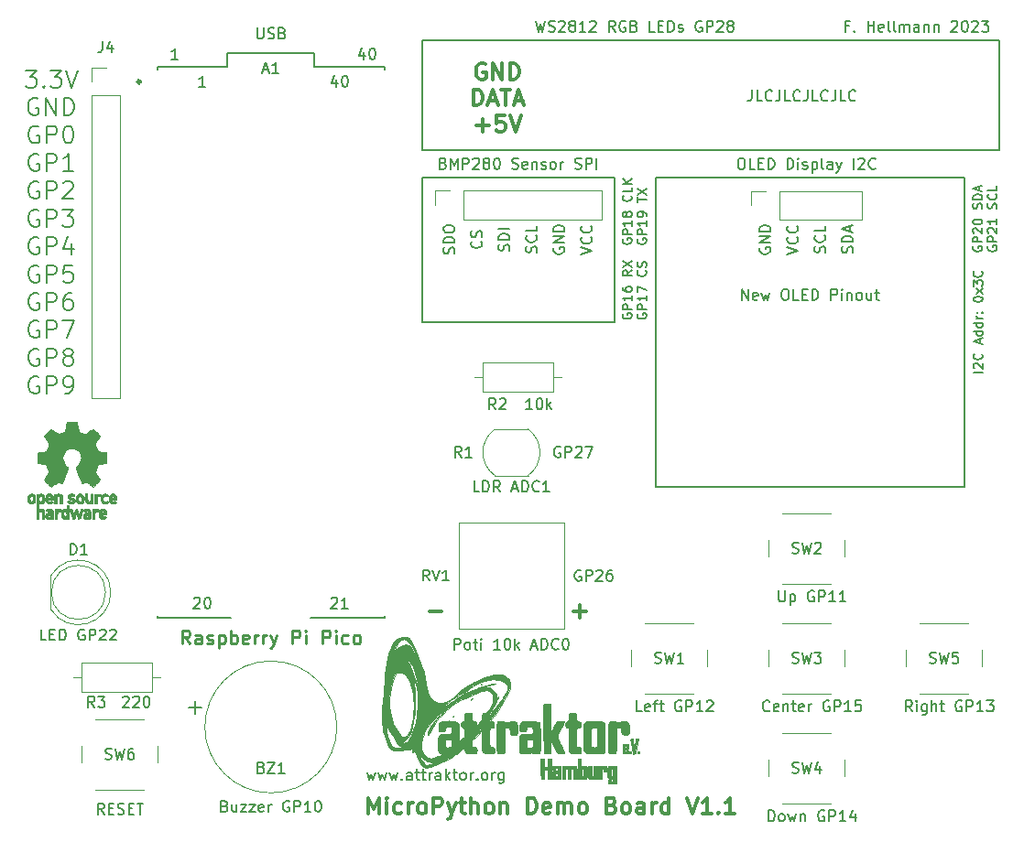
<source format=gbr>
%TF.GenerationSoftware,KiCad,Pcbnew,7.0.8*%
%TF.CreationDate,2023-12-13T08:54:22+01:00*%
%TF.ProjectId,MicroPython_DemoBoard,4d696372-6f50-4797-9468-6f6e5f44656d,rev?*%
%TF.SameCoordinates,Original*%
%TF.FileFunction,Legend,Top*%
%TF.FilePolarity,Positive*%
%FSLAX46Y46*%
G04 Gerber Fmt 4.6, Leading zero omitted, Abs format (unit mm)*
G04 Created by KiCad (PCBNEW 7.0.8) date 2023-12-13 08:54:22*
%MOMM*%
%LPD*%
G01*
G04 APERTURE LIST*
%ADD10C,0.150000*%
%ADD11C,0.300000*%
%ADD12C,0.180000*%
%ADD13C,0.200000*%
%ADD14C,0.250000*%
%ADD15C,0.010000*%
%ADD16C,0.120000*%
%ADD17C,0.127000*%
G04 APERTURE END LIST*
D10*
X135890000Y-120015000D02*
X135890000Y-91440000D01*
X167640000Y-88900000D02*
X114300000Y-88900000D01*
X114300000Y-91440000D02*
X114300000Y-104775000D01*
X114300000Y-88900000D02*
X114300000Y-78740000D01*
X132080000Y-91440000D02*
X114300000Y-91440000D01*
X167640000Y-78740000D02*
X167640000Y-88900000D01*
X164465000Y-91440000D02*
X164465000Y-120015000D01*
X164465000Y-120015000D02*
X135890000Y-120015000D01*
X132080000Y-104775000D02*
X132080000Y-91440000D01*
X135890000Y-91440000D02*
X164465000Y-91440000D01*
X114300000Y-78740000D02*
X167640000Y-78740000D01*
X114300000Y-104775000D02*
X132080000Y-104775000D01*
X108934285Y-79798152D02*
X108934285Y-80464819D01*
X108696190Y-79417200D02*
X108458095Y-80131485D01*
X108458095Y-80131485D02*
X109077142Y-80131485D01*
X109648571Y-79464819D02*
X109743809Y-79464819D01*
X109743809Y-79464819D02*
X109839047Y-79512438D01*
X109839047Y-79512438D02*
X109886666Y-79560057D01*
X109886666Y-79560057D02*
X109934285Y-79655295D01*
X109934285Y-79655295D02*
X109981904Y-79845771D01*
X109981904Y-79845771D02*
X109981904Y-80083866D01*
X109981904Y-80083866D02*
X109934285Y-80274342D01*
X109934285Y-80274342D02*
X109886666Y-80369580D01*
X109886666Y-80369580D02*
X109839047Y-80417200D01*
X109839047Y-80417200D02*
X109743809Y-80464819D01*
X109743809Y-80464819D02*
X109648571Y-80464819D01*
X109648571Y-80464819D02*
X109553333Y-80417200D01*
X109553333Y-80417200D02*
X109505714Y-80369580D01*
X109505714Y-80369580D02*
X109458095Y-80274342D01*
X109458095Y-80274342D02*
X109410476Y-80083866D01*
X109410476Y-80083866D02*
X109410476Y-79845771D01*
X109410476Y-79845771D02*
X109458095Y-79655295D01*
X109458095Y-79655295D02*
X109505714Y-79560057D01*
X109505714Y-79560057D02*
X109553333Y-79512438D01*
X109553333Y-79512438D02*
X109648571Y-79464819D01*
X106394285Y-82338152D02*
X106394285Y-83004819D01*
X106156190Y-81957200D02*
X105918095Y-82671485D01*
X105918095Y-82671485D02*
X106537142Y-82671485D01*
X107108571Y-82004819D02*
X107203809Y-82004819D01*
X107203809Y-82004819D02*
X107299047Y-82052438D01*
X107299047Y-82052438D02*
X107346666Y-82100057D01*
X107346666Y-82100057D02*
X107394285Y-82195295D01*
X107394285Y-82195295D02*
X107441904Y-82385771D01*
X107441904Y-82385771D02*
X107441904Y-82623866D01*
X107441904Y-82623866D02*
X107394285Y-82814342D01*
X107394285Y-82814342D02*
X107346666Y-82909580D01*
X107346666Y-82909580D02*
X107299047Y-82957200D01*
X107299047Y-82957200D02*
X107203809Y-83004819D01*
X107203809Y-83004819D02*
X107108571Y-83004819D01*
X107108571Y-83004819D02*
X107013333Y-82957200D01*
X107013333Y-82957200D02*
X106965714Y-82909580D01*
X106965714Y-82909580D02*
X106918095Y-82814342D01*
X106918095Y-82814342D02*
X106870476Y-82623866D01*
X106870476Y-82623866D02*
X106870476Y-82385771D01*
X106870476Y-82385771D02*
X106918095Y-82195295D01*
X106918095Y-82195295D02*
X106965714Y-82100057D01*
X106965714Y-82100057D02*
X107013333Y-82052438D01*
X107013333Y-82052438D02*
X107108571Y-82004819D01*
X128984523Y-127772438D02*
X128889285Y-127724819D01*
X128889285Y-127724819D02*
X128746428Y-127724819D01*
X128746428Y-127724819D02*
X128603571Y-127772438D01*
X128603571Y-127772438D02*
X128508333Y-127867676D01*
X128508333Y-127867676D02*
X128460714Y-127962914D01*
X128460714Y-127962914D02*
X128413095Y-128153390D01*
X128413095Y-128153390D02*
X128413095Y-128296247D01*
X128413095Y-128296247D02*
X128460714Y-128486723D01*
X128460714Y-128486723D02*
X128508333Y-128581961D01*
X128508333Y-128581961D02*
X128603571Y-128677200D01*
X128603571Y-128677200D02*
X128746428Y-128724819D01*
X128746428Y-128724819D02*
X128841666Y-128724819D01*
X128841666Y-128724819D02*
X128984523Y-128677200D01*
X128984523Y-128677200D02*
X129032142Y-128629580D01*
X129032142Y-128629580D02*
X129032142Y-128296247D01*
X129032142Y-128296247D02*
X128841666Y-128296247D01*
X129460714Y-128724819D02*
X129460714Y-127724819D01*
X129460714Y-127724819D02*
X129841666Y-127724819D01*
X129841666Y-127724819D02*
X129936904Y-127772438D01*
X129936904Y-127772438D02*
X129984523Y-127820057D01*
X129984523Y-127820057D02*
X130032142Y-127915295D01*
X130032142Y-127915295D02*
X130032142Y-128058152D01*
X130032142Y-128058152D02*
X129984523Y-128153390D01*
X129984523Y-128153390D02*
X129936904Y-128201009D01*
X129936904Y-128201009D02*
X129841666Y-128248628D01*
X129841666Y-128248628D02*
X129460714Y-128248628D01*
X130413095Y-127820057D02*
X130460714Y-127772438D01*
X130460714Y-127772438D02*
X130555952Y-127724819D01*
X130555952Y-127724819D02*
X130794047Y-127724819D01*
X130794047Y-127724819D02*
X130889285Y-127772438D01*
X130889285Y-127772438D02*
X130936904Y-127820057D01*
X130936904Y-127820057D02*
X130984523Y-127915295D01*
X130984523Y-127915295D02*
X130984523Y-128010533D01*
X130984523Y-128010533D02*
X130936904Y-128153390D01*
X130936904Y-128153390D02*
X130365476Y-128724819D01*
X130365476Y-128724819D02*
X130984523Y-128724819D01*
X131841666Y-127724819D02*
X131651190Y-127724819D01*
X131651190Y-127724819D02*
X131555952Y-127772438D01*
X131555952Y-127772438D02*
X131508333Y-127820057D01*
X131508333Y-127820057D02*
X131413095Y-127962914D01*
X131413095Y-127962914D02*
X131365476Y-128153390D01*
X131365476Y-128153390D02*
X131365476Y-128534342D01*
X131365476Y-128534342D02*
X131413095Y-128629580D01*
X131413095Y-128629580D02*
X131460714Y-128677200D01*
X131460714Y-128677200D02*
X131555952Y-128724819D01*
X131555952Y-128724819D02*
X131746428Y-128724819D01*
X131746428Y-128724819D02*
X131841666Y-128677200D01*
X131841666Y-128677200D02*
X131889285Y-128629580D01*
X131889285Y-128629580D02*
X131936904Y-128534342D01*
X131936904Y-128534342D02*
X131936904Y-128296247D01*
X131936904Y-128296247D02*
X131889285Y-128201009D01*
X131889285Y-128201009D02*
X131841666Y-128153390D01*
X131841666Y-128153390D02*
X131746428Y-128105771D01*
X131746428Y-128105771D02*
X131555952Y-128105771D01*
X131555952Y-128105771D02*
X131460714Y-128153390D01*
X131460714Y-128153390D02*
X131413095Y-128201009D01*
X131413095Y-128201009D02*
X131365476Y-128296247D01*
X94265714Y-83004819D02*
X93694286Y-83004819D01*
X93980000Y-83004819D02*
X93980000Y-82004819D01*
X93980000Y-82004819D02*
X93884762Y-82147676D01*
X93884762Y-82147676D02*
X93789524Y-82242914D01*
X93789524Y-82242914D02*
X93694286Y-82290533D01*
X91725714Y-80464819D02*
X91154286Y-80464819D01*
X91440000Y-80464819D02*
X91440000Y-79464819D01*
X91440000Y-79464819D02*
X91344762Y-79607676D01*
X91344762Y-79607676D02*
X91249524Y-79702914D01*
X91249524Y-79702914D02*
X91154286Y-79750533D01*
X105918095Y-130360057D02*
X105965714Y-130312438D01*
X105965714Y-130312438D02*
X106060952Y-130264819D01*
X106060952Y-130264819D02*
X106299047Y-130264819D01*
X106299047Y-130264819D02*
X106394285Y-130312438D01*
X106394285Y-130312438D02*
X106441904Y-130360057D01*
X106441904Y-130360057D02*
X106489523Y-130455295D01*
X106489523Y-130455295D02*
X106489523Y-130550533D01*
X106489523Y-130550533D02*
X106441904Y-130693390D01*
X106441904Y-130693390D02*
X105870476Y-131264819D01*
X105870476Y-131264819D02*
X106489523Y-131264819D01*
X107441904Y-131264819D02*
X106870476Y-131264819D01*
X107156190Y-131264819D02*
X107156190Y-130264819D01*
X107156190Y-130264819D02*
X107060952Y-130407676D01*
X107060952Y-130407676D02*
X106965714Y-130502914D01*
X106965714Y-130502914D02*
X106870476Y-130550533D01*
X153758094Y-77401009D02*
X153424761Y-77401009D01*
X153424761Y-77924819D02*
X153424761Y-76924819D01*
X153424761Y-76924819D02*
X153900951Y-76924819D01*
X154281904Y-77829580D02*
X154329523Y-77877200D01*
X154329523Y-77877200D02*
X154281904Y-77924819D01*
X154281904Y-77924819D02*
X154234285Y-77877200D01*
X154234285Y-77877200D02*
X154281904Y-77829580D01*
X154281904Y-77829580D02*
X154281904Y-77924819D01*
X155519999Y-77924819D02*
X155519999Y-76924819D01*
X155519999Y-77401009D02*
X156091427Y-77401009D01*
X156091427Y-77924819D02*
X156091427Y-76924819D01*
X156948570Y-77877200D02*
X156853332Y-77924819D01*
X156853332Y-77924819D02*
X156662856Y-77924819D01*
X156662856Y-77924819D02*
X156567618Y-77877200D01*
X156567618Y-77877200D02*
X156519999Y-77781961D01*
X156519999Y-77781961D02*
X156519999Y-77401009D01*
X156519999Y-77401009D02*
X156567618Y-77305771D01*
X156567618Y-77305771D02*
X156662856Y-77258152D01*
X156662856Y-77258152D02*
X156853332Y-77258152D01*
X156853332Y-77258152D02*
X156948570Y-77305771D01*
X156948570Y-77305771D02*
X156996189Y-77401009D01*
X156996189Y-77401009D02*
X156996189Y-77496247D01*
X156996189Y-77496247D02*
X156519999Y-77591485D01*
X157567618Y-77924819D02*
X157472380Y-77877200D01*
X157472380Y-77877200D02*
X157424761Y-77781961D01*
X157424761Y-77781961D02*
X157424761Y-76924819D01*
X158091428Y-77924819D02*
X157996190Y-77877200D01*
X157996190Y-77877200D02*
X157948571Y-77781961D01*
X157948571Y-77781961D02*
X157948571Y-76924819D01*
X158472381Y-77924819D02*
X158472381Y-77258152D01*
X158472381Y-77353390D02*
X158520000Y-77305771D01*
X158520000Y-77305771D02*
X158615238Y-77258152D01*
X158615238Y-77258152D02*
X158758095Y-77258152D01*
X158758095Y-77258152D02*
X158853333Y-77305771D01*
X158853333Y-77305771D02*
X158900952Y-77401009D01*
X158900952Y-77401009D02*
X158900952Y-77924819D01*
X158900952Y-77401009D02*
X158948571Y-77305771D01*
X158948571Y-77305771D02*
X159043809Y-77258152D01*
X159043809Y-77258152D02*
X159186666Y-77258152D01*
X159186666Y-77258152D02*
X159281905Y-77305771D01*
X159281905Y-77305771D02*
X159329524Y-77401009D01*
X159329524Y-77401009D02*
X159329524Y-77924819D01*
X160234285Y-77924819D02*
X160234285Y-77401009D01*
X160234285Y-77401009D02*
X160186666Y-77305771D01*
X160186666Y-77305771D02*
X160091428Y-77258152D01*
X160091428Y-77258152D02*
X159900952Y-77258152D01*
X159900952Y-77258152D02*
X159805714Y-77305771D01*
X160234285Y-77877200D02*
X160139047Y-77924819D01*
X160139047Y-77924819D02*
X159900952Y-77924819D01*
X159900952Y-77924819D02*
X159805714Y-77877200D01*
X159805714Y-77877200D02*
X159758095Y-77781961D01*
X159758095Y-77781961D02*
X159758095Y-77686723D01*
X159758095Y-77686723D02*
X159805714Y-77591485D01*
X159805714Y-77591485D02*
X159900952Y-77543866D01*
X159900952Y-77543866D02*
X160139047Y-77543866D01*
X160139047Y-77543866D02*
X160234285Y-77496247D01*
X160710476Y-77258152D02*
X160710476Y-77924819D01*
X160710476Y-77353390D02*
X160758095Y-77305771D01*
X160758095Y-77305771D02*
X160853333Y-77258152D01*
X160853333Y-77258152D02*
X160996190Y-77258152D01*
X160996190Y-77258152D02*
X161091428Y-77305771D01*
X161091428Y-77305771D02*
X161139047Y-77401009D01*
X161139047Y-77401009D02*
X161139047Y-77924819D01*
X161615238Y-77258152D02*
X161615238Y-77924819D01*
X161615238Y-77353390D02*
X161662857Y-77305771D01*
X161662857Y-77305771D02*
X161758095Y-77258152D01*
X161758095Y-77258152D02*
X161900952Y-77258152D01*
X161900952Y-77258152D02*
X161996190Y-77305771D01*
X161996190Y-77305771D02*
X162043809Y-77401009D01*
X162043809Y-77401009D02*
X162043809Y-77924819D01*
X163234286Y-77020057D02*
X163281905Y-76972438D01*
X163281905Y-76972438D02*
X163377143Y-76924819D01*
X163377143Y-76924819D02*
X163615238Y-76924819D01*
X163615238Y-76924819D02*
X163710476Y-76972438D01*
X163710476Y-76972438D02*
X163758095Y-77020057D01*
X163758095Y-77020057D02*
X163805714Y-77115295D01*
X163805714Y-77115295D02*
X163805714Y-77210533D01*
X163805714Y-77210533D02*
X163758095Y-77353390D01*
X163758095Y-77353390D02*
X163186667Y-77924819D01*
X163186667Y-77924819D02*
X163805714Y-77924819D01*
X164424762Y-76924819D02*
X164520000Y-76924819D01*
X164520000Y-76924819D02*
X164615238Y-76972438D01*
X164615238Y-76972438D02*
X164662857Y-77020057D01*
X164662857Y-77020057D02*
X164710476Y-77115295D01*
X164710476Y-77115295D02*
X164758095Y-77305771D01*
X164758095Y-77305771D02*
X164758095Y-77543866D01*
X164758095Y-77543866D02*
X164710476Y-77734342D01*
X164710476Y-77734342D02*
X164662857Y-77829580D01*
X164662857Y-77829580D02*
X164615238Y-77877200D01*
X164615238Y-77877200D02*
X164520000Y-77924819D01*
X164520000Y-77924819D02*
X164424762Y-77924819D01*
X164424762Y-77924819D02*
X164329524Y-77877200D01*
X164329524Y-77877200D02*
X164281905Y-77829580D01*
X164281905Y-77829580D02*
X164234286Y-77734342D01*
X164234286Y-77734342D02*
X164186667Y-77543866D01*
X164186667Y-77543866D02*
X164186667Y-77305771D01*
X164186667Y-77305771D02*
X164234286Y-77115295D01*
X164234286Y-77115295D02*
X164281905Y-77020057D01*
X164281905Y-77020057D02*
X164329524Y-76972438D01*
X164329524Y-76972438D02*
X164424762Y-76924819D01*
X165139048Y-77020057D02*
X165186667Y-76972438D01*
X165186667Y-76972438D02*
X165281905Y-76924819D01*
X165281905Y-76924819D02*
X165520000Y-76924819D01*
X165520000Y-76924819D02*
X165615238Y-76972438D01*
X165615238Y-76972438D02*
X165662857Y-77020057D01*
X165662857Y-77020057D02*
X165710476Y-77115295D01*
X165710476Y-77115295D02*
X165710476Y-77210533D01*
X165710476Y-77210533D02*
X165662857Y-77353390D01*
X165662857Y-77353390D02*
X165091429Y-77924819D01*
X165091429Y-77924819D02*
X165710476Y-77924819D01*
X166043810Y-76924819D02*
X166662857Y-76924819D01*
X166662857Y-76924819D02*
X166329524Y-77305771D01*
X166329524Y-77305771D02*
X166472381Y-77305771D01*
X166472381Y-77305771D02*
X166567619Y-77353390D01*
X166567619Y-77353390D02*
X166615238Y-77401009D01*
X166615238Y-77401009D02*
X166662857Y-77496247D01*
X166662857Y-77496247D02*
X166662857Y-77734342D01*
X166662857Y-77734342D02*
X166615238Y-77829580D01*
X166615238Y-77829580D02*
X166567619Y-77877200D01*
X166567619Y-77877200D02*
X166472381Y-77924819D01*
X166472381Y-77924819D02*
X166186667Y-77924819D01*
X166186667Y-77924819D02*
X166091429Y-77877200D01*
X166091429Y-77877200D02*
X166043810Y-77829580D01*
X128994819Y-98488332D02*
X129994819Y-98154999D01*
X129994819Y-98154999D02*
X128994819Y-97821666D01*
X129899580Y-96916904D02*
X129947200Y-96964523D01*
X129947200Y-96964523D02*
X129994819Y-97107380D01*
X129994819Y-97107380D02*
X129994819Y-97202618D01*
X129994819Y-97202618D02*
X129947200Y-97345475D01*
X129947200Y-97345475D02*
X129851961Y-97440713D01*
X129851961Y-97440713D02*
X129756723Y-97488332D01*
X129756723Y-97488332D02*
X129566247Y-97535951D01*
X129566247Y-97535951D02*
X129423390Y-97535951D01*
X129423390Y-97535951D02*
X129232914Y-97488332D01*
X129232914Y-97488332D02*
X129137676Y-97440713D01*
X129137676Y-97440713D02*
X129042438Y-97345475D01*
X129042438Y-97345475D02*
X128994819Y-97202618D01*
X128994819Y-97202618D02*
X128994819Y-97107380D01*
X128994819Y-97107380D02*
X129042438Y-96964523D01*
X129042438Y-96964523D02*
X129090057Y-96916904D01*
X129899580Y-95916904D02*
X129947200Y-95964523D01*
X129947200Y-95964523D02*
X129994819Y-96107380D01*
X129994819Y-96107380D02*
X129994819Y-96202618D01*
X129994819Y-96202618D02*
X129947200Y-96345475D01*
X129947200Y-96345475D02*
X129851961Y-96440713D01*
X129851961Y-96440713D02*
X129756723Y-96488332D01*
X129756723Y-96488332D02*
X129566247Y-96535951D01*
X129566247Y-96535951D02*
X129423390Y-96535951D01*
X129423390Y-96535951D02*
X129232914Y-96488332D01*
X129232914Y-96488332D02*
X129137676Y-96440713D01*
X129137676Y-96440713D02*
X129042438Y-96345475D01*
X129042438Y-96345475D02*
X128994819Y-96202618D01*
X128994819Y-96202618D02*
X128994819Y-96107380D01*
X128994819Y-96107380D02*
X129042438Y-95964523D01*
X129042438Y-95964523D02*
X129090057Y-95916904D01*
X151537200Y-98345475D02*
X151584819Y-98202618D01*
X151584819Y-98202618D02*
X151584819Y-97964523D01*
X151584819Y-97964523D02*
X151537200Y-97869285D01*
X151537200Y-97869285D02*
X151489580Y-97821666D01*
X151489580Y-97821666D02*
X151394342Y-97774047D01*
X151394342Y-97774047D02*
X151299104Y-97774047D01*
X151299104Y-97774047D02*
X151203866Y-97821666D01*
X151203866Y-97821666D02*
X151156247Y-97869285D01*
X151156247Y-97869285D02*
X151108628Y-97964523D01*
X151108628Y-97964523D02*
X151061009Y-98154999D01*
X151061009Y-98154999D02*
X151013390Y-98250237D01*
X151013390Y-98250237D02*
X150965771Y-98297856D01*
X150965771Y-98297856D02*
X150870533Y-98345475D01*
X150870533Y-98345475D02*
X150775295Y-98345475D01*
X150775295Y-98345475D02*
X150680057Y-98297856D01*
X150680057Y-98297856D02*
X150632438Y-98250237D01*
X150632438Y-98250237D02*
X150584819Y-98154999D01*
X150584819Y-98154999D02*
X150584819Y-97916904D01*
X150584819Y-97916904D02*
X150632438Y-97774047D01*
X151489580Y-96774047D02*
X151537200Y-96821666D01*
X151537200Y-96821666D02*
X151584819Y-96964523D01*
X151584819Y-96964523D02*
X151584819Y-97059761D01*
X151584819Y-97059761D02*
X151537200Y-97202618D01*
X151537200Y-97202618D02*
X151441961Y-97297856D01*
X151441961Y-97297856D02*
X151346723Y-97345475D01*
X151346723Y-97345475D02*
X151156247Y-97393094D01*
X151156247Y-97393094D02*
X151013390Y-97393094D01*
X151013390Y-97393094D02*
X150822914Y-97345475D01*
X150822914Y-97345475D02*
X150727676Y-97297856D01*
X150727676Y-97297856D02*
X150632438Y-97202618D01*
X150632438Y-97202618D02*
X150584819Y-97059761D01*
X150584819Y-97059761D02*
X150584819Y-96964523D01*
X150584819Y-96964523D02*
X150632438Y-96821666D01*
X150632438Y-96821666D02*
X150680057Y-96774047D01*
X151584819Y-95869285D02*
X151584819Y-96345475D01*
X151584819Y-96345475D02*
X150584819Y-96345475D01*
D11*
X109345143Y-150284328D02*
X109345143Y-148784328D01*
X109345143Y-148784328D02*
X109845143Y-149855757D01*
X109845143Y-149855757D02*
X110345143Y-148784328D01*
X110345143Y-148784328D02*
X110345143Y-150284328D01*
X111059429Y-150284328D02*
X111059429Y-149284328D01*
X111059429Y-148784328D02*
X110988001Y-148855757D01*
X110988001Y-148855757D02*
X111059429Y-148927185D01*
X111059429Y-148927185D02*
X111130858Y-148855757D01*
X111130858Y-148855757D02*
X111059429Y-148784328D01*
X111059429Y-148784328D02*
X111059429Y-148927185D01*
X112416573Y-150212900D02*
X112273715Y-150284328D01*
X112273715Y-150284328D02*
X111988001Y-150284328D01*
X111988001Y-150284328D02*
X111845144Y-150212900D01*
X111845144Y-150212900D02*
X111773715Y-150141471D01*
X111773715Y-150141471D02*
X111702287Y-149998614D01*
X111702287Y-149998614D02*
X111702287Y-149570042D01*
X111702287Y-149570042D02*
X111773715Y-149427185D01*
X111773715Y-149427185D02*
X111845144Y-149355757D01*
X111845144Y-149355757D02*
X111988001Y-149284328D01*
X111988001Y-149284328D02*
X112273715Y-149284328D01*
X112273715Y-149284328D02*
X112416573Y-149355757D01*
X113059429Y-150284328D02*
X113059429Y-149284328D01*
X113059429Y-149570042D02*
X113130858Y-149427185D01*
X113130858Y-149427185D02*
X113202287Y-149355757D01*
X113202287Y-149355757D02*
X113345144Y-149284328D01*
X113345144Y-149284328D02*
X113488001Y-149284328D01*
X114202286Y-150284328D02*
X114059429Y-150212900D01*
X114059429Y-150212900D02*
X113988000Y-150141471D01*
X113988000Y-150141471D02*
X113916572Y-149998614D01*
X113916572Y-149998614D02*
X113916572Y-149570042D01*
X113916572Y-149570042D02*
X113988000Y-149427185D01*
X113988000Y-149427185D02*
X114059429Y-149355757D01*
X114059429Y-149355757D02*
X114202286Y-149284328D01*
X114202286Y-149284328D02*
X114416572Y-149284328D01*
X114416572Y-149284328D02*
X114559429Y-149355757D01*
X114559429Y-149355757D02*
X114630858Y-149427185D01*
X114630858Y-149427185D02*
X114702286Y-149570042D01*
X114702286Y-149570042D02*
X114702286Y-149998614D01*
X114702286Y-149998614D02*
X114630858Y-150141471D01*
X114630858Y-150141471D02*
X114559429Y-150212900D01*
X114559429Y-150212900D02*
X114416572Y-150284328D01*
X114416572Y-150284328D02*
X114202286Y-150284328D01*
X115345143Y-150284328D02*
X115345143Y-148784328D01*
X115345143Y-148784328D02*
X115916572Y-148784328D01*
X115916572Y-148784328D02*
X116059429Y-148855757D01*
X116059429Y-148855757D02*
X116130858Y-148927185D01*
X116130858Y-148927185D02*
X116202286Y-149070042D01*
X116202286Y-149070042D02*
X116202286Y-149284328D01*
X116202286Y-149284328D02*
X116130858Y-149427185D01*
X116130858Y-149427185D02*
X116059429Y-149498614D01*
X116059429Y-149498614D02*
X115916572Y-149570042D01*
X115916572Y-149570042D02*
X115345143Y-149570042D01*
X116702286Y-149284328D02*
X117059429Y-150284328D01*
X117416572Y-149284328D02*
X117059429Y-150284328D01*
X117059429Y-150284328D02*
X116916572Y-150641471D01*
X116916572Y-150641471D02*
X116845143Y-150712900D01*
X116845143Y-150712900D02*
X116702286Y-150784328D01*
X117773715Y-149284328D02*
X118345143Y-149284328D01*
X117988000Y-148784328D02*
X117988000Y-150070042D01*
X117988000Y-150070042D02*
X118059429Y-150212900D01*
X118059429Y-150212900D02*
X118202286Y-150284328D01*
X118202286Y-150284328D02*
X118345143Y-150284328D01*
X118845143Y-150284328D02*
X118845143Y-148784328D01*
X119488001Y-150284328D02*
X119488001Y-149498614D01*
X119488001Y-149498614D02*
X119416572Y-149355757D01*
X119416572Y-149355757D02*
X119273715Y-149284328D01*
X119273715Y-149284328D02*
X119059429Y-149284328D01*
X119059429Y-149284328D02*
X118916572Y-149355757D01*
X118916572Y-149355757D02*
X118845143Y-149427185D01*
X120416572Y-150284328D02*
X120273715Y-150212900D01*
X120273715Y-150212900D02*
X120202286Y-150141471D01*
X120202286Y-150141471D02*
X120130858Y-149998614D01*
X120130858Y-149998614D02*
X120130858Y-149570042D01*
X120130858Y-149570042D02*
X120202286Y-149427185D01*
X120202286Y-149427185D02*
X120273715Y-149355757D01*
X120273715Y-149355757D02*
X120416572Y-149284328D01*
X120416572Y-149284328D02*
X120630858Y-149284328D01*
X120630858Y-149284328D02*
X120773715Y-149355757D01*
X120773715Y-149355757D02*
X120845144Y-149427185D01*
X120845144Y-149427185D02*
X120916572Y-149570042D01*
X120916572Y-149570042D02*
X120916572Y-149998614D01*
X120916572Y-149998614D02*
X120845144Y-150141471D01*
X120845144Y-150141471D02*
X120773715Y-150212900D01*
X120773715Y-150212900D02*
X120630858Y-150284328D01*
X120630858Y-150284328D02*
X120416572Y-150284328D01*
X121559429Y-149284328D02*
X121559429Y-150284328D01*
X121559429Y-149427185D02*
X121630858Y-149355757D01*
X121630858Y-149355757D02*
X121773715Y-149284328D01*
X121773715Y-149284328D02*
X121988001Y-149284328D01*
X121988001Y-149284328D02*
X122130858Y-149355757D01*
X122130858Y-149355757D02*
X122202287Y-149498614D01*
X122202287Y-149498614D02*
X122202287Y-150284328D01*
X124059429Y-150284328D02*
X124059429Y-148784328D01*
X124059429Y-148784328D02*
X124416572Y-148784328D01*
X124416572Y-148784328D02*
X124630858Y-148855757D01*
X124630858Y-148855757D02*
X124773715Y-148998614D01*
X124773715Y-148998614D02*
X124845144Y-149141471D01*
X124845144Y-149141471D02*
X124916572Y-149427185D01*
X124916572Y-149427185D02*
X124916572Y-149641471D01*
X124916572Y-149641471D02*
X124845144Y-149927185D01*
X124845144Y-149927185D02*
X124773715Y-150070042D01*
X124773715Y-150070042D02*
X124630858Y-150212900D01*
X124630858Y-150212900D02*
X124416572Y-150284328D01*
X124416572Y-150284328D02*
X124059429Y-150284328D01*
X126130858Y-150212900D02*
X125988001Y-150284328D01*
X125988001Y-150284328D02*
X125702287Y-150284328D01*
X125702287Y-150284328D02*
X125559429Y-150212900D01*
X125559429Y-150212900D02*
X125488001Y-150070042D01*
X125488001Y-150070042D02*
X125488001Y-149498614D01*
X125488001Y-149498614D02*
X125559429Y-149355757D01*
X125559429Y-149355757D02*
X125702287Y-149284328D01*
X125702287Y-149284328D02*
X125988001Y-149284328D01*
X125988001Y-149284328D02*
X126130858Y-149355757D01*
X126130858Y-149355757D02*
X126202287Y-149498614D01*
X126202287Y-149498614D02*
X126202287Y-149641471D01*
X126202287Y-149641471D02*
X125488001Y-149784328D01*
X126845143Y-150284328D02*
X126845143Y-149284328D01*
X126845143Y-149427185D02*
X126916572Y-149355757D01*
X126916572Y-149355757D02*
X127059429Y-149284328D01*
X127059429Y-149284328D02*
X127273715Y-149284328D01*
X127273715Y-149284328D02*
X127416572Y-149355757D01*
X127416572Y-149355757D02*
X127488001Y-149498614D01*
X127488001Y-149498614D02*
X127488001Y-150284328D01*
X127488001Y-149498614D02*
X127559429Y-149355757D01*
X127559429Y-149355757D02*
X127702286Y-149284328D01*
X127702286Y-149284328D02*
X127916572Y-149284328D01*
X127916572Y-149284328D02*
X128059429Y-149355757D01*
X128059429Y-149355757D02*
X128130858Y-149498614D01*
X128130858Y-149498614D02*
X128130858Y-150284328D01*
X129059429Y-150284328D02*
X128916572Y-150212900D01*
X128916572Y-150212900D02*
X128845143Y-150141471D01*
X128845143Y-150141471D02*
X128773715Y-149998614D01*
X128773715Y-149998614D02*
X128773715Y-149570042D01*
X128773715Y-149570042D02*
X128845143Y-149427185D01*
X128845143Y-149427185D02*
X128916572Y-149355757D01*
X128916572Y-149355757D02*
X129059429Y-149284328D01*
X129059429Y-149284328D02*
X129273715Y-149284328D01*
X129273715Y-149284328D02*
X129416572Y-149355757D01*
X129416572Y-149355757D02*
X129488001Y-149427185D01*
X129488001Y-149427185D02*
X129559429Y-149570042D01*
X129559429Y-149570042D02*
X129559429Y-149998614D01*
X129559429Y-149998614D02*
X129488001Y-150141471D01*
X129488001Y-150141471D02*
X129416572Y-150212900D01*
X129416572Y-150212900D02*
X129273715Y-150284328D01*
X129273715Y-150284328D02*
X129059429Y-150284328D01*
X131845143Y-149498614D02*
X132059429Y-149570042D01*
X132059429Y-149570042D02*
X132130858Y-149641471D01*
X132130858Y-149641471D02*
X132202286Y-149784328D01*
X132202286Y-149784328D02*
X132202286Y-149998614D01*
X132202286Y-149998614D02*
X132130858Y-150141471D01*
X132130858Y-150141471D02*
X132059429Y-150212900D01*
X132059429Y-150212900D02*
X131916572Y-150284328D01*
X131916572Y-150284328D02*
X131345143Y-150284328D01*
X131345143Y-150284328D02*
X131345143Y-148784328D01*
X131345143Y-148784328D02*
X131845143Y-148784328D01*
X131845143Y-148784328D02*
X131988001Y-148855757D01*
X131988001Y-148855757D02*
X132059429Y-148927185D01*
X132059429Y-148927185D02*
X132130858Y-149070042D01*
X132130858Y-149070042D02*
X132130858Y-149212900D01*
X132130858Y-149212900D02*
X132059429Y-149355757D01*
X132059429Y-149355757D02*
X131988001Y-149427185D01*
X131988001Y-149427185D02*
X131845143Y-149498614D01*
X131845143Y-149498614D02*
X131345143Y-149498614D01*
X133059429Y-150284328D02*
X132916572Y-150212900D01*
X132916572Y-150212900D02*
X132845143Y-150141471D01*
X132845143Y-150141471D02*
X132773715Y-149998614D01*
X132773715Y-149998614D02*
X132773715Y-149570042D01*
X132773715Y-149570042D02*
X132845143Y-149427185D01*
X132845143Y-149427185D02*
X132916572Y-149355757D01*
X132916572Y-149355757D02*
X133059429Y-149284328D01*
X133059429Y-149284328D02*
X133273715Y-149284328D01*
X133273715Y-149284328D02*
X133416572Y-149355757D01*
X133416572Y-149355757D02*
X133488001Y-149427185D01*
X133488001Y-149427185D02*
X133559429Y-149570042D01*
X133559429Y-149570042D02*
X133559429Y-149998614D01*
X133559429Y-149998614D02*
X133488001Y-150141471D01*
X133488001Y-150141471D02*
X133416572Y-150212900D01*
X133416572Y-150212900D02*
X133273715Y-150284328D01*
X133273715Y-150284328D02*
X133059429Y-150284328D01*
X134845144Y-150284328D02*
X134845144Y-149498614D01*
X134845144Y-149498614D02*
X134773715Y-149355757D01*
X134773715Y-149355757D02*
X134630858Y-149284328D01*
X134630858Y-149284328D02*
X134345144Y-149284328D01*
X134345144Y-149284328D02*
X134202286Y-149355757D01*
X134845144Y-150212900D02*
X134702286Y-150284328D01*
X134702286Y-150284328D02*
X134345144Y-150284328D01*
X134345144Y-150284328D02*
X134202286Y-150212900D01*
X134202286Y-150212900D02*
X134130858Y-150070042D01*
X134130858Y-150070042D02*
X134130858Y-149927185D01*
X134130858Y-149927185D02*
X134202286Y-149784328D01*
X134202286Y-149784328D02*
X134345144Y-149712900D01*
X134345144Y-149712900D02*
X134702286Y-149712900D01*
X134702286Y-149712900D02*
X134845144Y-149641471D01*
X135559429Y-150284328D02*
X135559429Y-149284328D01*
X135559429Y-149570042D02*
X135630858Y-149427185D01*
X135630858Y-149427185D02*
X135702287Y-149355757D01*
X135702287Y-149355757D02*
X135845144Y-149284328D01*
X135845144Y-149284328D02*
X135988001Y-149284328D01*
X137130858Y-150284328D02*
X137130858Y-148784328D01*
X137130858Y-150212900D02*
X136988000Y-150284328D01*
X136988000Y-150284328D02*
X136702286Y-150284328D01*
X136702286Y-150284328D02*
X136559429Y-150212900D01*
X136559429Y-150212900D02*
X136488000Y-150141471D01*
X136488000Y-150141471D02*
X136416572Y-149998614D01*
X136416572Y-149998614D02*
X136416572Y-149570042D01*
X136416572Y-149570042D02*
X136488000Y-149427185D01*
X136488000Y-149427185D02*
X136559429Y-149355757D01*
X136559429Y-149355757D02*
X136702286Y-149284328D01*
X136702286Y-149284328D02*
X136988000Y-149284328D01*
X136988000Y-149284328D02*
X137130858Y-149355757D01*
X138773715Y-148784328D02*
X139273715Y-150284328D01*
X139273715Y-150284328D02*
X139773715Y-148784328D01*
X141059429Y-150284328D02*
X140202286Y-150284328D01*
X140630857Y-150284328D02*
X140630857Y-148784328D01*
X140630857Y-148784328D02*
X140488000Y-148998614D01*
X140488000Y-148998614D02*
X140345143Y-149141471D01*
X140345143Y-149141471D02*
X140202286Y-149212900D01*
X141702285Y-150141471D02*
X141773714Y-150212900D01*
X141773714Y-150212900D02*
X141702285Y-150284328D01*
X141702285Y-150284328D02*
X141630857Y-150212900D01*
X141630857Y-150212900D02*
X141702285Y-150141471D01*
X141702285Y-150141471D02*
X141702285Y-150284328D01*
X143202286Y-150284328D02*
X142345143Y-150284328D01*
X142773714Y-150284328D02*
X142773714Y-148784328D01*
X142773714Y-148784328D02*
X142630857Y-148998614D01*
X142630857Y-148998614D02*
X142488000Y-149141471D01*
X142488000Y-149141471D02*
X142345143Y-149212900D01*
D10*
X145552438Y-97916904D02*
X145504819Y-98012142D01*
X145504819Y-98012142D02*
X145504819Y-98154999D01*
X145504819Y-98154999D02*
X145552438Y-98297856D01*
X145552438Y-98297856D02*
X145647676Y-98393094D01*
X145647676Y-98393094D02*
X145742914Y-98440713D01*
X145742914Y-98440713D02*
X145933390Y-98488332D01*
X145933390Y-98488332D02*
X146076247Y-98488332D01*
X146076247Y-98488332D02*
X146266723Y-98440713D01*
X146266723Y-98440713D02*
X146361961Y-98393094D01*
X146361961Y-98393094D02*
X146457200Y-98297856D01*
X146457200Y-98297856D02*
X146504819Y-98154999D01*
X146504819Y-98154999D02*
X146504819Y-98059761D01*
X146504819Y-98059761D02*
X146457200Y-97916904D01*
X146457200Y-97916904D02*
X146409580Y-97869285D01*
X146409580Y-97869285D02*
X146076247Y-97869285D01*
X146076247Y-97869285D02*
X146076247Y-98059761D01*
X146504819Y-97440713D02*
X145504819Y-97440713D01*
X145504819Y-97440713D02*
X146504819Y-96869285D01*
X146504819Y-96869285D02*
X145504819Y-96869285D01*
X146504819Y-96393094D02*
X145504819Y-96393094D01*
X145504819Y-96393094D02*
X145504819Y-96154999D01*
X145504819Y-96154999D02*
X145552438Y-96012142D01*
X145552438Y-96012142D02*
X145647676Y-95916904D01*
X145647676Y-95916904D02*
X145742914Y-95869285D01*
X145742914Y-95869285D02*
X145933390Y-95821666D01*
X145933390Y-95821666D02*
X146076247Y-95821666D01*
X146076247Y-95821666D02*
X146266723Y-95869285D01*
X146266723Y-95869285D02*
X146361961Y-95916904D01*
X146361961Y-95916904D02*
X146457200Y-96012142D01*
X146457200Y-96012142D02*
X146504819Y-96154999D01*
X146504819Y-96154999D02*
X146504819Y-96393094D01*
X117247200Y-98464523D02*
X117294819Y-98321666D01*
X117294819Y-98321666D02*
X117294819Y-98083571D01*
X117294819Y-98083571D02*
X117247200Y-97988333D01*
X117247200Y-97988333D02*
X117199580Y-97940714D01*
X117199580Y-97940714D02*
X117104342Y-97893095D01*
X117104342Y-97893095D02*
X117009104Y-97893095D01*
X117009104Y-97893095D02*
X116913866Y-97940714D01*
X116913866Y-97940714D02*
X116866247Y-97988333D01*
X116866247Y-97988333D02*
X116818628Y-98083571D01*
X116818628Y-98083571D02*
X116771009Y-98274047D01*
X116771009Y-98274047D02*
X116723390Y-98369285D01*
X116723390Y-98369285D02*
X116675771Y-98416904D01*
X116675771Y-98416904D02*
X116580533Y-98464523D01*
X116580533Y-98464523D02*
X116485295Y-98464523D01*
X116485295Y-98464523D02*
X116390057Y-98416904D01*
X116390057Y-98416904D02*
X116342438Y-98369285D01*
X116342438Y-98369285D02*
X116294819Y-98274047D01*
X116294819Y-98274047D02*
X116294819Y-98035952D01*
X116294819Y-98035952D02*
X116342438Y-97893095D01*
X117294819Y-97464523D02*
X116294819Y-97464523D01*
X116294819Y-97464523D02*
X116294819Y-97226428D01*
X116294819Y-97226428D02*
X116342438Y-97083571D01*
X116342438Y-97083571D02*
X116437676Y-96988333D01*
X116437676Y-96988333D02*
X116532914Y-96940714D01*
X116532914Y-96940714D02*
X116723390Y-96893095D01*
X116723390Y-96893095D02*
X116866247Y-96893095D01*
X116866247Y-96893095D02*
X117056723Y-96940714D01*
X117056723Y-96940714D02*
X117151961Y-96988333D01*
X117151961Y-96988333D02*
X117247200Y-97083571D01*
X117247200Y-97083571D02*
X117294819Y-97226428D01*
X117294819Y-97226428D02*
X117294819Y-97464523D01*
X116294819Y-96274047D02*
X116294819Y-96083571D01*
X116294819Y-96083571D02*
X116342438Y-95988333D01*
X116342438Y-95988333D02*
X116437676Y-95893095D01*
X116437676Y-95893095D02*
X116628152Y-95845476D01*
X116628152Y-95845476D02*
X116961485Y-95845476D01*
X116961485Y-95845476D02*
X117151961Y-95893095D01*
X117151961Y-95893095D02*
X117247200Y-95988333D01*
X117247200Y-95988333D02*
X117294819Y-96083571D01*
X117294819Y-96083571D02*
X117294819Y-96274047D01*
X117294819Y-96274047D02*
X117247200Y-96369285D01*
X117247200Y-96369285D02*
X117151961Y-96464523D01*
X117151961Y-96464523D02*
X116961485Y-96512142D01*
X116961485Y-96512142D02*
X116628152Y-96512142D01*
X116628152Y-96512142D02*
X116437676Y-96464523D01*
X116437676Y-96464523D02*
X116342438Y-96369285D01*
X116342438Y-96369285D02*
X116294819Y-96274047D01*
X127079523Y-116342438D02*
X126984285Y-116294819D01*
X126984285Y-116294819D02*
X126841428Y-116294819D01*
X126841428Y-116294819D02*
X126698571Y-116342438D01*
X126698571Y-116342438D02*
X126603333Y-116437676D01*
X126603333Y-116437676D02*
X126555714Y-116532914D01*
X126555714Y-116532914D02*
X126508095Y-116723390D01*
X126508095Y-116723390D02*
X126508095Y-116866247D01*
X126508095Y-116866247D02*
X126555714Y-117056723D01*
X126555714Y-117056723D02*
X126603333Y-117151961D01*
X126603333Y-117151961D02*
X126698571Y-117247200D01*
X126698571Y-117247200D02*
X126841428Y-117294819D01*
X126841428Y-117294819D02*
X126936666Y-117294819D01*
X126936666Y-117294819D02*
X127079523Y-117247200D01*
X127079523Y-117247200D02*
X127127142Y-117199580D01*
X127127142Y-117199580D02*
X127127142Y-116866247D01*
X127127142Y-116866247D02*
X126936666Y-116866247D01*
X127555714Y-117294819D02*
X127555714Y-116294819D01*
X127555714Y-116294819D02*
X127936666Y-116294819D01*
X127936666Y-116294819D02*
X128031904Y-116342438D01*
X128031904Y-116342438D02*
X128079523Y-116390057D01*
X128079523Y-116390057D02*
X128127142Y-116485295D01*
X128127142Y-116485295D02*
X128127142Y-116628152D01*
X128127142Y-116628152D02*
X128079523Y-116723390D01*
X128079523Y-116723390D02*
X128031904Y-116771009D01*
X128031904Y-116771009D02*
X127936666Y-116818628D01*
X127936666Y-116818628D02*
X127555714Y-116818628D01*
X128508095Y-116390057D02*
X128555714Y-116342438D01*
X128555714Y-116342438D02*
X128650952Y-116294819D01*
X128650952Y-116294819D02*
X128889047Y-116294819D01*
X128889047Y-116294819D02*
X128984285Y-116342438D01*
X128984285Y-116342438D02*
X129031904Y-116390057D01*
X129031904Y-116390057D02*
X129079523Y-116485295D01*
X129079523Y-116485295D02*
X129079523Y-116580533D01*
X129079523Y-116580533D02*
X129031904Y-116723390D01*
X129031904Y-116723390D02*
X128460476Y-117294819D01*
X128460476Y-117294819D02*
X129079523Y-117294819D01*
X129412857Y-116294819D02*
X130079523Y-116294819D01*
X130079523Y-116294819D02*
X129650952Y-117294819D01*
X119739580Y-97321666D02*
X119787200Y-97369285D01*
X119787200Y-97369285D02*
X119834819Y-97512142D01*
X119834819Y-97512142D02*
X119834819Y-97607380D01*
X119834819Y-97607380D02*
X119787200Y-97750237D01*
X119787200Y-97750237D02*
X119691961Y-97845475D01*
X119691961Y-97845475D02*
X119596723Y-97893094D01*
X119596723Y-97893094D02*
X119406247Y-97940713D01*
X119406247Y-97940713D02*
X119263390Y-97940713D01*
X119263390Y-97940713D02*
X119072914Y-97893094D01*
X119072914Y-97893094D02*
X118977676Y-97845475D01*
X118977676Y-97845475D02*
X118882438Y-97750237D01*
X118882438Y-97750237D02*
X118834819Y-97607380D01*
X118834819Y-97607380D02*
X118834819Y-97512142D01*
X118834819Y-97512142D02*
X118882438Y-97369285D01*
X118882438Y-97369285D02*
X118930057Y-97321666D01*
X119787200Y-96940713D02*
X119834819Y-96797856D01*
X119834819Y-96797856D02*
X119834819Y-96559761D01*
X119834819Y-96559761D02*
X119787200Y-96464523D01*
X119787200Y-96464523D02*
X119739580Y-96416904D01*
X119739580Y-96416904D02*
X119644342Y-96369285D01*
X119644342Y-96369285D02*
X119549104Y-96369285D01*
X119549104Y-96369285D02*
X119453866Y-96416904D01*
X119453866Y-96416904D02*
X119406247Y-96464523D01*
X119406247Y-96464523D02*
X119358628Y-96559761D01*
X119358628Y-96559761D02*
X119311009Y-96750237D01*
X119311009Y-96750237D02*
X119263390Y-96845475D01*
X119263390Y-96845475D02*
X119215771Y-96893094D01*
X119215771Y-96893094D02*
X119120533Y-96940713D01*
X119120533Y-96940713D02*
X119025295Y-96940713D01*
X119025295Y-96940713D02*
X118930057Y-96893094D01*
X118930057Y-96893094D02*
X118882438Y-96845475D01*
X118882438Y-96845475D02*
X118834819Y-96750237D01*
X118834819Y-96750237D02*
X118834819Y-96512142D01*
X118834819Y-96512142D02*
X118882438Y-96369285D01*
X126502438Y-97916904D02*
X126454819Y-98012142D01*
X126454819Y-98012142D02*
X126454819Y-98154999D01*
X126454819Y-98154999D02*
X126502438Y-98297856D01*
X126502438Y-98297856D02*
X126597676Y-98393094D01*
X126597676Y-98393094D02*
X126692914Y-98440713D01*
X126692914Y-98440713D02*
X126883390Y-98488332D01*
X126883390Y-98488332D02*
X127026247Y-98488332D01*
X127026247Y-98488332D02*
X127216723Y-98440713D01*
X127216723Y-98440713D02*
X127311961Y-98393094D01*
X127311961Y-98393094D02*
X127407200Y-98297856D01*
X127407200Y-98297856D02*
X127454819Y-98154999D01*
X127454819Y-98154999D02*
X127454819Y-98059761D01*
X127454819Y-98059761D02*
X127407200Y-97916904D01*
X127407200Y-97916904D02*
X127359580Y-97869285D01*
X127359580Y-97869285D02*
X127026247Y-97869285D01*
X127026247Y-97869285D02*
X127026247Y-98059761D01*
X127454819Y-97440713D02*
X126454819Y-97440713D01*
X126454819Y-97440713D02*
X127454819Y-96869285D01*
X127454819Y-96869285D02*
X126454819Y-96869285D01*
X127454819Y-96393094D02*
X126454819Y-96393094D01*
X126454819Y-96393094D02*
X126454819Y-96154999D01*
X126454819Y-96154999D02*
X126502438Y-96012142D01*
X126502438Y-96012142D02*
X126597676Y-95916904D01*
X126597676Y-95916904D02*
X126692914Y-95869285D01*
X126692914Y-95869285D02*
X126883390Y-95821666D01*
X126883390Y-95821666D02*
X127026247Y-95821666D01*
X127026247Y-95821666D02*
X127216723Y-95869285D01*
X127216723Y-95869285D02*
X127311961Y-95916904D01*
X127311961Y-95916904D02*
X127407200Y-96012142D01*
X127407200Y-96012142D02*
X127454819Y-96154999D01*
X127454819Y-96154999D02*
X127454819Y-96393094D01*
X124867200Y-98345475D02*
X124914819Y-98202618D01*
X124914819Y-98202618D02*
X124914819Y-97964523D01*
X124914819Y-97964523D02*
X124867200Y-97869285D01*
X124867200Y-97869285D02*
X124819580Y-97821666D01*
X124819580Y-97821666D02*
X124724342Y-97774047D01*
X124724342Y-97774047D02*
X124629104Y-97774047D01*
X124629104Y-97774047D02*
X124533866Y-97821666D01*
X124533866Y-97821666D02*
X124486247Y-97869285D01*
X124486247Y-97869285D02*
X124438628Y-97964523D01*
X124438628Y-97964523D02*
X124391009Y-98154999D01*
X124391009Y-98154999D02*
X124343390Y-98250237D01*
X124343390Y-98250237D02*
X124295771Y-98297856D01*
X124295771Y-98297856D02*
X124200533Y-98345475D01*
X124200533Y-98345475D02*
X124105295Y-98345475D01*
X124105295Y-98345475D02*
X124010057Y-98297856D01*
X124010057Y-98297856D02*
X123962438Y-98250237D01*
X123962438Y-98250237D02*
X123914819Y-98154999D01*
X123914819Y-98154999D02*
X123914819Y-97916904D01*
X123914819Y-97916904D02*
X123962438Y-97774047D01*
X124819580Y-96774047D02*
X124867200Y-96821666D01*
X124867200Y-96821666D02*
X124914819Y-96964523D01*
X124914819Y-96964523D02*
X124914819Y-97059761D01*
X124914819Y-97059761D02*
X124867200Y-97202618D01*
X124867200Y-97202618D02*
X124771961Y-97297856D01*
X124771961Y-97297856D02*
X124676723Y-97345475D01*
X124676723Y-97345475D02*
X124486247Y-97393094D01*
X124486247Y-97393094D02*
X124343390Y-97393094D01*
X124343390Y-97393094D02*
X124152914Y-97345475D01*
X124152914Y-97345475D02*
X124057676Y-97297856D01*
X124057676Y-97297856D02*
X123962438Y-97202618D01*
X123962438Y-97202618D02*
X123914819Y-97059761D01*
X123914819Y-97059761D02*
X123914819Y-96964523D01*
X123914819Y-96964523D02*
X123962438Y-96821666D01*
X123962438Y-96821666D02*
X124010057Y-96774047D01*
X124914819Y-95869285D02*
X124914819Y-96345475D01*
X124914819Y-96345475D02*
X123914819Y-96345475D01*
D12*
X132875093Y-104008959D02*
X132834617Y-104089912D01*
X132834617Y-104089912D02*
X132834617Y-104211340D01*
X132834617Y-104211340D02*
X132875093Y-104332769D01*
X132875093Y-104332769D02*
X132956045Y-104413721D01*
X132956045Y-104413721D02*
X133036998Y-104454198D01*
X133036998Y-104454198D02*
X133198902Y-104494674D01*
X133198902Y-104494674D02*
X133320331Y-104494674D01*
X133320331Y-104494674D02*
X133482236Y-104454198D01*
X133482236Y-104454198D02*
X133563188Y-104413721D01*
X133563188Y-104413721D02*
X133644141Y-104332769D01*
X133644141Y-104332769D02*
X133684617Y-104211340D01*
X133684617Y-104211340D02*
X133684617Y-104130388D01*
X133684617Y-104130388D02*
X133644141Y-104008959D01*
X133644141Y-104008959D02*
X133603664Y-103968483D01*
X133603664Y-103968483D02*
X133320331Y-103968483D01*
X133320331Y-103968483D02*
X133320331Y-104130388D01*
X133684617Y-103604198D02*
X132834617Y-103604198D01*
X132834617Y-103604198D02*
X132834617Y-103280388D01*
X132834617Y-103280388D02*
X132875093Y-103199436D01*
X132875093Y-103199436D02*
X132915569Y-103158959D01*
X132915569Y-103158959D02*
X132996521Y-103118483D01*
X132996521Y-103118483D02*
X133117950Y-103118483D01*
X133117950Y-103118483D02*
X133198902Y-103158959D01*
X133198902Y-103158959D02*
X133239379Y-103199436D01*
X133239379Y-103199436D02*
X133279855Y-103280388D01*
X133279855Y-103280388D02*
X133279855Y-103604198D01*
X133684617Y-102308959D02*
X133684617Y-102794674D01*
X133684617Y-102551817D02*
X132834617Y-102551817D01*
X132834617Y-102551817D02*
X132956045Y-102632769D01*
X132956045Y-102632769D02*
X133036998Y-102713721D01*
X133036998Y-102713721D02*
X133077474Y-102794674D01*
X132834617Y-101580388D02*
X132834617Y-101742293D01*
X132834617Y-101742293D02*
X132875093Y-101823245D01*
X132875093Y-101823245D02*
X132915569Y-101863721D01*
X132915569Y-101863721D02*
X133036998Y-101944674D01*
X133036998Y-101944674D02*
X133198902Y-101985150D01*
X133198902Y-101985150D02*
X133522712Y-101985150D01*
X133522712Y-101985150D02*
X133603664Y-101944674D01*
X133603664Y-101944674D02*
X133644141Y-101904197D01*
X133644141Y-101904197D02*
X133684617Y-101823245D01*
X133684617Y-101823245D02*
X133684617Y-101661340D01*
X133684617Y-101661340D02*
X133644141Y-101580388D01*
X133644141Y-101580388D02*
X133603664Y-101539912D01*
X133603664Y-101539912D02*
X133522712Y-101499435D01*
X133522712Y-101499435D02*
X133320331Y-101499435D01*
X133320331Y-101499435D02*
X133239379Y-101539912D01*
X133239379Y-101539912D02*
X133198902Y-101580388D01*
X133198902Y-101580388D02*
X133158426Y-101661340D01*
X133158426Y-101661340D02*
X133158426Y-101823245D01*
X133158426Y-101823245D02*
X133198902Y-101904197D01*
X133198902Y-101904197D02*
X133239379Y-101944674D01*
X133239379Y-101944674D02*
X133320331Y-101985150D01*
X133684617Y-100001816D02*
X133279855Y-100285150D01*
X133684617Y-100487531D02*
X132834617Y-100487531D01*
X132834617Y-100487531D02*
X132834617Y-100163721D01*
X132834617Y-100163721D02*
X132875093Y-100082769D01*
X132875093Y-100082769D02*
X132915569Y-100042292D01*
X132915569Y-100042292D02*
X132996521Y-100001816D01*
X132996521Y-100001816D02*
X133117950Y-100001816D01*
X133117950Y-100001816D02*
X133198902Y-100042292D01*
X133198902Y-100042292D02*
X133239379Y-100082769D01*
X133239379Y-100082769D02*
X133279855Y-100163721D01*
X133279855Y-100163721D02*
X133279855Y-100487531D01*
X132834617Y-99718483D02*
X133684617Y-99151816D01*
X132834617Y-99151816D02*
X133684617Y-99718483D01*
X132875093Y-97087530D02*
X132834617Y-97168483D01*
X132834617Y-97168483D02*
X132834617Y-97289911D01*
X132834617Y-97289911D02*
X132875093Y-97411340D01*
X132875093Y-97411340D02*
X132956045Y-97492292D01*
X132956045Y-97492292D02*
X133036998Y-97532769D01*
X133036998Y-97532769D02*
X133198902Y-97573245D01*
X133198902Y-97573245D02*
X133320331Y-97573245D01*
X133320331Y-97573245D02*
X133482236Y-97532769D01*
X133482236Y-97532769D02*
X133563188Y-97492292D01*
X133563188Y-97492292D02*
X133644141Y-97411340D01*
X133644141Y-97411340D02*
X133684617Y-97289911D01*
X133684617Y-97289911D02*
X133684617Y-97208959D01*
X133684617Y-97208959D02*
X133644141Y-97087530D01*
X133644141Y-97087530D02*
X133603664Y-97047054D01*
X133603664Y-97047054D02*
X133320331Y-97047054D01*
X133320331Y-97047054D02*
X133320331Y-97208959D01*
X133684617Y-96682769D02*
X132834617Y-96682769D01*
X132834617Y-96682769D02*
X132834617Y-96358959D01*
X132834617Y-96358959D02*
X132875093Y-96278007D01*
X132875093Y-96278007D02*
X132915569Y-96237530D01*
X132915569Y-96237530D02*
X132996521Y-96197054D01*
X132996521Y-96197054D02*
X133117950Y-96197054D01*
X133117950Y-96197054D02*
X133198902Y-96237530D01*
X133198902Y-96237530D02*
X133239379Y-96278007D01*
X133239379Y-96278007D02*
X133279855Y-96358959D01*
X133279855Y-96358959D02*
X133279855Y-96682769D01*
X133684617Y-95387530D02*
X133684617Y-95873245D01*
X133684617Y-95630388D02*
X132834617Y-95630388D01*
X132834617Y-95630388D02*
X132956045Y-95711340D01*
X132956045Y-95711340D02*
X133036998Y-95792292D01*
X133036998Y-95792292D02*
X133077474Y-95873245D01*
X133198902Y-94901816D02*
X133158426Y-94982768D01*
X133158426Y-94982768D02*
X133117950Y-95023245D01*
X133117950Y-95023245D02*
X133036998Y-95063721D01*
X133036998Y-95063721D02*
X132996521Y-95063721D01*
X132996521Y-95063721D02*
X132915569Y-95023245D01*
X132915569Y-95023245D02*
X132875093Y-94982768D01*
X132875093Y-94982768D02*
X132834617Y-94901816D01*
X132834617Y-94901816D02*
X132834617Y-94739911D01*
X132834617Y-94739911D02*
X132875093Y-94658959D01*
X132875093Y-94658959D02*
X132915569Y-94618483D01*
X132915569Y-94618483D02*
X132996521Y-94578006D01*
X132996521Y-94578006D02*
X133036998Y-94578006D01*
X133036998Y-94578006D02*
X133117950Y-94618483D01*
X133117950Y-94618483D02*
X133158426Y-94658959D01*
X133158426Y-94658959D02*
X133198902Y-94739911D01*
X133198902Y-94739911D02*
X133198902Y-94901816D01*
X133198902Y-94901816D02*
X133239379Y-94982768D01*
X133239379Y-94982768D02*
X133279855Y-95023245D01*
X133279855Y-95023245D02*
X133360807Y-95063721D01*
X133360807Y-95063721D02*
X133522712Y-95063721D01*
X133522712Y-95063721D02*
X133603664Y-95023245D01*
X133603664Y-95023245D02*
X133644141Y-94982768D01*
X133644141Y-94982768D02*
X133684617Y-94901816D01*
X133684617Y-94901816D02*
X133684617Y-94739911D01*
X133684617Y-94739911D02*
X133644141Y-94658959D01*
X133644141Y-94658959D02*
X133603664Y-94618483D01*
X133603664Y-94618483D02*
X133522712Y-94578006D01*
X133522712Y-94578006D02*
X133360807Y-94578006D01*
X133360807Y-94578006D02*
X133279855Y-94618483D01*
X133279855Y-94618483D02*
X133239379Y-94658959D01*
X133239379Y-94658959D02*
X133198902Y-94739911D01*
X133603664Y-93080387D02*
X133644141Y-93120863D01*
X133644141Y-93120863D02*
X133684617Y-93242292D01*
X133684617Y-93242292D02*
X133684617Y-93323244D01*
X133684617Y-93323244D02*
X133644141Y-93444673D01*
X133644141Y-93444673D02*
X133563188Y-93525625D01*
X133563188Y-93525625D02*
X133482236Y-93566102D01*
X133482236Y-93566102D02*
X133320331Y-93606578D01*
X133320331Y-93606578D02*
X133198902Y-93606578D01*
X133198902Y-93606578D02*
X133036998Y-93566102D01*
X133036998Y-93566102D02*
X132956045Y-93525625D01*
X132956045Y-93525625D02*
X132875093Y-93444673D01*
X132875093Y-93444673D02*
X132834617Y-93323244D01*
X132834617Y-93323244D02*
X132834617Y-93242292D01*
X132834617Y-93242292D02*
X132875093Y-93120863D01*
X132875093Y-93120863D02*
X132915569Y-93080387D01*
X133684617Y-92311340D02*
X133684617Y-92716102D01*
X133684617Y-92716102D02*
X132834617Y-92716102D01*
X133684617Y-92028007D02*
X132834617Y-92028007D01*
X133684617Y-91542292D02*
X133198902Y-91906578D01*
X132834617Y-91542292D02*
X133320331Y-92028007D01*
X134243593Y-104008959D02*
X134203117Y-104089912D01*
X134203117Y-104089912D02*
X134203117Y-104211340D01*
X134203117Y-104211340D02*
X134243593Y-104332769D01*
X134243593Y-104332769D02*
X134324545Y-104413721D01*
X134324545Y-104413721D02*
X134405498Y-104454198D01*
X134405498Y-104454198D02*
X134567402Y-104494674D01*
X134567402Y-104494674D02*
X134688831Y-104494674D01*
X134688831Y-104494674D02*
X134850736Y-104454198D01*
X134850736Y-104454198D02*
X134931688Y-104413721D01*
X134931688Y-104413721D02*
X135012641Y-104332769D01*
X135012641Y-104332769D02*
X135053117Y-104211340D01*
X135053117Y-104211340D02*
X135053117Y-104130388D01*
X135053117Y-104130388D02*
X135012641Y-104008959D01*
X135012641Y-104008959D02*
X134972164Y-103968483D01*
X134972164Y-103968483D02*
X134688831Y-103968483D01*
X134688831Y-103968483D02*
X134688831Y-104130388D01*
X135053117Y-103604198D02*
X134203117Y-103604198D01*
X134203117Y-103604198D02*
X134203117Y-103280388D01*
X134203117Y-103280388D02*
X134243593Y-103199436D01*
X134243593Y-103199436D02*
X134284069Y-103158959D01*
X134284069Y-103158959D02*
X134365021Y-103118483D01*
X134365021Y-103118483D02*
X134486450Y-103118483D01*
X134486450Y-103118483D02*
X134567402Y-103158959D01*
X134567402Y-103158959D02*
X134607879Y-103199436D01*
X134607879Y-103199436D02*
X134648355Y-103280388D01*
X134648355Y-103280388D02*
X134648355Y-103604198D01*
X135053117Y-102308959D02*
X135053117Y-102794674D01*
X135053117Y-102551817D02*
X134203117Y-102551817D01*
X134203117Y-102551817D02*
X134324545Y-102632769D01*
X134324545Y-102632769D02*
X134405498Y-102713721D01*
X134405498Y-102713721D02*
X134445974Y-102794674D01*
X134203117Y-102025626D02*
X134203117Y-101458959D01*
X134203117Y-101458959D02*
X135053117Y-101823245D01*
X134972164Y-100001816D02*
X135012641Y-100042292D01*
X135012641Y-100042292D02*
X135053117Y-100163721D01*
X135053117Y-100163721D02*
X135053117Y-100244673D01*
X135053117Y-100244673D02*
X135012641Y-100366102D01*
X135012641Y-100366102D02*
X134931688Y-100447054D01*
X134931688Y-100447054D02*
X134850736Y-100487531D01*
X134850736Y-100487531D02*
X134688831Y-100528007D01*
X134688831Y-100528007D02*
X134567402Y-100528007D01*
X134567402Y-100528007D02*
X134405498Y-100487531D01*
X134405498Y-100487531D02*
X134324545Y-100447054D01*
X134324545Y-100447054D02*
X134243593Y-100366102D01*
X134243593Y-100366102D02*
X134203117Y-100244673D01*
X134203117Y-100244673D02*
X134203117Y-100163721D01*
X134203117Y-100163721D02*
X134243593Y-100042292D01*
X134243593Y-100042292D02*
X134284069Y-100001816D01*
X135012641Y-99678007D02*
X135053117Y-99556578D01*
X135053117Y-99556578D02*
X135053117Y-99354197D01*
X135053117Y-99354197D02*
X135012641Y-99273245D01*
X135012641Y-99273245D02*
X134972164Y-99232769D01*
X134972164Y-99232769D02*
X134891212Y-99192292D01*
X134891212Y-99192292D02*
X134810260Y-99192292D01*
X134810260Y-99192292D02*
X134729307Y-99232769D01*
X134729307Y-99232769D02*
X134688831Y-99273245D01*
X134688831Y-99273245D02*
X134648355Y-99354197D01*
X134648355Y-99354197D02*
X134607879Y-99516102D01*
X134607879Y-99516102D02*
X134567402Y-99597054D01*
X134567402Y-99597054D02*
X134526926Y-99637531D01*
X134526926Y-99637531D02*
X134445974Y-99678007D01*
X134445974Y-99678007D02*
X134365021Y-99678007D01*
X134365021Y-99678007D02*
X134284069Y-99637531D01*
X134284069Y-99637531D02*
X134243593Y-99597054D01*
X134243593Y-99597054D02*
X134203117Y-99516102D01*
X134203117Y-99516102D02*
X134203117Y-99313721D01*
X134203117Y-99313721D02*
X134243593Y-99192292D01*
X134243593Y-97087530D02*
X134203117Y-97168483D01*
X134203117Y-97168483D02*
X134203117Y-97289911D01*
X134203117Y-97289911D02*
X134243593Y-97411340D01*
X134243593Y-97411340D02*
X134324545Y-97492292D01*
X134324545Y-97492292D02*
X134405498Y-97532769D01*
X134405498Y-97532769D02*
X134567402Y-97573245D01*
X134567402Y-97573245D02*
X134688831Y-97573245D01*
X134688831Y-97573245D02*
X134850736Y-97532769D01*
X134850736Y-97532769D02*
X134931688Y-97492292D01*
X134931688Y-97492292D02*
X135012641Y-97411340D01*
X135012641Y-97411340D02*
X135053117Y-97289911D01*
X135053117Y-97289911D02*
X135053117Y-97208959D01*
X135053117Y-97208959D02*
X135012641Y-97087530D01*
X135012641Y-97087530D02*
X134972164Y-97047054D01*
X134972164Y-97047054D02*
X134688831Y-97047054D01*
X134688831Y-97047054D02*
X134688831Y-97208959D01*
X135053117Y-96682769D02*
X134203117Y-96682769D01*
X134203117Y-96682769D02*
X134203117Y-96358959D01*
X134203117Y-96358959D02*
X134243593Y-96278007D01*
X134243593Y-96278007D02*
X134284069Y-96237530D01*
X134284069Y-96237530D02*
X134365021Y-96197054D01*
X134365021Y-96197054D02*
X134486450Y-96197054D01*
X134486450Y-96197054D02*
X134567402Y-96237530D01*
X134567402Y-96237530D02*
X134607879Y-96278007D01*
X134607879Y-96278007D02*
X134648355Y-96358959D01*
X134648355Y-96358959D02*
X134648355Y-96682769D01*
X135053117Y-95387530D02*
X135053117Y-95873245D01*
X135053117Y-95630388D02*
X134203117Y-95630388D01*
X134203117Y-95630388D02*
X134324545Y-95711340D01*
X134324545Y-95711340D02*
X134405498Y-95792292D01*
X134405498Y-95792292D02*
X134445974Y-95873245D01*
X135053117Y-94982768D02*
X135053117Y-94820864D01*
X135053117Y-94820864D02*
X135012641Y-94739911D01*
X135012641Y-94739911D02*
X134972164Y-94699435D01*
X134972164Y-94699435D02*
X134850736Y-94618483D01*
X134850736Y-94618483D02*
X134688831Y-94578006D01*
X134688831Y-94578006D02*
X134365021Y-94578006D01*
X134365021Y-94578006D02*
X134284069Y-94618483D01*
X134284069Y-94618483D02*
X134243593Y-94658959D01*
X134243593Y-94658959D02*
X134203117Y-94739911D01*
X134203117Y-94739911D02*
X134203117Y-94901816D01*
X134203117Y-94901816D02*
X134243593Y-94982768D01*
X134243593Y-94982768D02*
X134284069Y-95023245D01*
X134284069Y-95023245D02*
X134365021Y-95063721D01*
X134365021Y-95063721D02*
X134567402Y-95063721D01*
X134567402Y-95063721D02*
X134648355Y-95023245D01*
X134648355Y-95023245D02*
X134688831Y-94982768D01*
X134688831Y-94982768D02*
X134729307Y-94901816D01*
X134729307Y-94901816D02*
X134729307Y-94739911D01*
X134729307Y-94739911D02*
X134688831Y-94658959D01*
X134688831Y-94658959D02*
X134648355Y-94618483D01*
X134648355Y-94618483D02*
X134567402Y-94578006D01*
X134203117Y-93687530D02*
X134203117Y-93201816D01*
X135053117Y-93444673D02*
X134203117Y-93444673D01*
X134203117Y-92999435D02*
X135053117Y-92432768D01*
X134203117Y-92432768D02*
X135053117Y-92999435D01*
X166118867Y-109429762D02*
X165268867Y-109429762D01*
X165349819Y-109065476D02*
X165309343Y-109025000D01*
X165309343Y-109025000D02*
X165268867Y-108944047D01*
X165268867Y-108944047D02*
X165268867Y-108741666D01*
X165268867Y-108741666D02*
X165309343Y-108660714D01*
X165309343Y-108660714D02*
X165349819Y-108620238D01*
X165349819Y-108620238D02*
X165430771Y-108579761D01*
X165430771Y-108579761D02*
X165511724Y-108579761D01*
X165511724Y-108579761D02*
X165633152Y-108620238D01*
X165633152Y-108620238D02*
X166118867Y-109105952D01*
X166118867Y-109105952D02*
X166118867Y-108579761D01*
X166037914Y-107729761D02*
X166078391Y-107770237D01*
X166078391Y-107770237D02*
X166118867Y-107891666D01*
X166118867Y-107891666D02*
X166118867Y-107972618D01*
X166118867Y-107972618D02*
X166078391Y-108094047D01*
X166078391Y-108094047D02*
X165997438Y-108174999D01*
X165997438Y-108174999D02*
X165916486Y-108215476D01*
X165916486Y-108215476D02*
X165754581Y-108255952D01*
X165754581Y-108255952D02*
X165633152Y-108255952D01*
X165633152Y-108255952D02*
X165471248Y-108215476D01*
X165471248Y-108215476D02*
X165390295Y-108174999D01*
X165390295Y-108174999D02*
X165309343Y-108094047D01*
X165309343Y-108094047D02*
X165268867Y-107972618D01*
X165268867Y-107972618D02*
X165268867Y-107891666D01*
X165268867Y-107891666D02*
X165309343Y-107770237D01*
X165309343Y-107770237D02*
X165349819Y-107729761D01*
X165876010Y-106758333D02*
X165876010Y-106353571D01*
X166118867Y-106839285D02*
X165268867Y-106555952D01*
X165268867Y-106555952D02*
X166118867Y-106272618D01*
X166118867Y-105625000D02*
X165268867Y-105625000D01*
X166078391Y-105625000D02*
X166118867Y-105705952D01*
X166118867Y-105705952D02*
X166118867Y-105867857D01*
X166118867Y-105867857D02*
X166078391Y-105948809D01*
X166078391Y-105948809D02*
X166037914Y-105989286D01*
X166037914Y-105989286D02*
X165956962Y-106029762D01*
X165956962Y-106029762D02*
X165714105Y-106029762D01*
X165714105Y-106029762D02*
X165633152Y-105989286D01*
X165633152Y-105989286D02*
X165592676Y-105948809D01*
X165592676Y-105948809D02*
X165552200Y-105867857D01*
X165552200Y-105867857D02*
X165552200Y-105705952D01*
X165552200Y-105705952D02*
X165592676Y-105625000D01*
X166118867Y-104855952D02*
X165268867Y-104855952D01*
X166078391Y-104855952D02*
X166118867Y-104936904D01*
X166118867Y-104936904D02*
X166118867Y-105098809D01*
X166118867Y-105098809D02*
X166078391Y-105179761D01*
X166078391Y-105179761D02*
X166037914Y-105220238D01*
X166037914Y-105220238D02*
X165956962Y-105260714D01*
X165956962Y-105260714D02*
X165714105Y-105260714D01*
X165714105Y-105260714D02*
X165633152Y-105220238D01*
X165633152Y-105220238D02*
X165592676Y-105179761D01*
X165592676Y-105179761D02*
X165552200Y-105098809D01*
X165552200Y-105098809D02*
X165552200Y-104936904D01*
X165552200Y-104936904D02*
X165592676Y-104855952D01*
X166118867Y-104451190D02*
X165552200Y-104451190D01*
X165714105Y-104451190D02*
X165633152Y-104410713D01*
X165633152Y-104410713D02*
X165592676Y-104370237D01*
X165592676Y-104370237D02*
X165552200Y-104289285D01*
X165552200Y-104289285D02*
X165552200Y-104208332D01*
X166037914Y-103925000D02*
X166078391Y-103884523D01*
X166078391Y-103884523D02*
X166118867Y-103925000D01*
X166118867Y-103925000D02*
X166078391Y-103965476D01*
X166078391Y-103965476D02*
X166037914Y-103925000D01*
X166037914Y-103925000D02*
X166118867Y-103925000D01*
X165592676Y-103925000D02*
X165633152Y-103884523D01*
X165633152Y-103884523D02*
X165673629Y-103925000D01*
X165673629Y-103925000D02*
X165633152Y-103965476D01*
X165633152Y-103965476D02*
X165592676Y-103925000D01*
X165592676Y-103925000D02*
X165673629Y-103925000D01*
X165268867Y-102710714D02*
X165268867Y-102629761D01*
X165268867Y-102629761D02*
X165309343Y-102548809D01*
X165309343Y-102548809D02*
X165349819Y-102508333D01*
X165349819Y-102508333D02*
X165430771Y-102467857D01*
X165430771Y-102467857D02*
X165592676Y-102427380D01*
X165592676Y-102427380D02*
X165795057Y-102427380D01*
X165795057Y-102427380D02*
X165956962Y-102467857D01*
X165956962Y-102467857D02*
X166037914Y-102508333D01*
X166037914Y-102508333D02*
X166078391Y-102548809D01*
X166078391Y-102548809D02*
X166118867Y-102629761D01*
X166118867Y-102629761D02*
X166118867Y-102710714D01*
X166118867Y-102710714D02*
X166078391Y-102791666D01*
X166078391Y-102791666D02*
X166037914Y-102832142D01*
X166037914Y-102832142D02*
X165956962Y-102872619D01*
X165956962Y-102872619D02*
X165795057Y-102913095D01*
X165795057Y-102913095D02*
X165592676Y-102913095D01*
X165592676Y-102913095D02*
X165430771Y-102872619D01*
X165430771Y-102872619D02*
X165349819Y-102832142D01*
X165349819Y-102832142D02*
X165309343Y-102791666D01*
X165309343Y-102791666D02*
X165268867Y-102710714D01*
X166118867Y-102144047D02*
X165552200Y-101698809D01*
X165552200Y-102144047D02*
X166118867Y-101698809D01*
X165268867Y-101455952D02*
X165268867Y-100929761D01*
X165268867Y-100929761D02*
X165592676Y-101213095D01*
X165592676Y-101213095D02*
X165592676Y-101091666D01*
X165592676Y-101091666D02*
X165633152Y-101010714D01*
X165633152Y-101010714D02*
X165673629Y-100970238D01*
X165673629Y-100970238D02*
X165754581Y-100929761D01*
X165754581Y-100929761D02*
X165956962Y-100929761D01*
X165956962Y-100929761D02*
X166037914Y-100970238D01*
X166037914Y-100970238D02*
X166078391Y-101010714D01*
X166078391Y-101010714D02*
X166118867Y-101091666D01*
X166118867Y-101091666D02*
X166118867Y-101334523D01*
X166118867Y-101334523D02*
X166078391Y-101415476D01*
X166078391Y-101415476D02*
X166037914Y-101455952D01*
X166037914Y-100079761D02*
X166078391Y-100120237D01*
X166078391Y-100120237D02*
X166118867Y-100241666D01*
X166118867Y-100241666D02*
X166118867Y-100322618D01*
X166118867Y-100322618D02*
X166078391Y-100444047D01*
X166078391Y-100444047D02*
X165997438Y-100524999D01*
X165997438Y-100524999D02*
X165916486Y-100565476D01*
X165916486Y-100565476D02*
X165754581Y-100605952D01*
X165754581Y-100605952D02*
X165633152Y-100605952D01*
X165633152Y-100605952D02*
X165471248Y-100565476D01*
X165471248Y-100565476D02*
X165390295Y-100524999D01*
X165390295Y-100524999D02*
X165309343Y-100444047D01*
X165309343Y-100444047D02*
X165268867Y-100322618D01*
X165268867Y-100322618D02*
X165268867Y-100241666D01*
X165268867Y-100241666D02*
X165309343Y-100120237D01*
X165309343Y-100120237D02*
X165349819Y-100079761D01*
D13*
X109212856Y-146470552D02*
X109403332Y-147137219D01*
X109403332Y-147137219D02*
X109593808Y-146661028D01*
X109593808Y-146661028D02*
X109784284Y-147137219D01*
X109784284Y-147137219D02*
X109974760Y-146470552D01*
X110260475Y-146470552D02*
X110450951Y-147137219D01*
X110450951Y-147137219D02*
X110641427Y-146661028D01*
X110641427Y-146661028D02*
X110831903Y-147137219D01*
X110831903Y-147137219D02*
X111022379Y-146470552D01*
X111308094Y-146470552D02*
X111498570Y-147137219D01*
X111498570Y-147137219D02*
X111689046Y-146661028D01*
X111689046Y-146661028D02*
X111879522Y-147137219D01*
X111879522Y-147137219D02*
X112069998Y-146470552D01*
X112450951Y-147041980D02*
X112498570Y-147089600D01*
X112498570Y-147089600D02*
X112450951Y-147137219D01*
X112450951Y-147137219D02*
X112403332Y-147089600D01*
X112403332Y-147089600D02*
X112450951Y-147041980D01*
X112450951Y-147041980D02*
X112450951Y-147137219D01*
X113355712Y-147137219D02*
X113355712Y-146613409D01*
X113355712Y-146613409D02*
X113308093Y-146518171D01*
X113308093Y-146518171D02*
X113212855Y-146470552D01*
X113212855Y-146470552D02*
X113022379Y-146470552D01*
X113022379Y-146470552D02*
X112927141Y-146518171D01*
X113355712Y-147089600D02*
X113260474Y-147137219D01*
X113260474Y-147137219D02*
X113022379Y-147137219D01*
X113022379Y-147137219D02*
X112927141Y-147089600D01*
X112927141Y-147089600D02*
X112879522Y-146994361D01*
X112879522Y-146994361D02*
X112879522Y-146899123D01*
X112879522Y-146899123D02*
X112927141Y-146803885D01*
X112927141Y-146803885D02*
X113022379Y-146756266D01*
X113022379Y-146756266D02*
X113260474Y-146756266D01*
X113260474Y-146756266D02*
X113355712Y-146708647D01*
X113689046Y-146470552D02*
X114069998Y-146470552D01*
X113831903Y-146137219D02*
X113831903Y-146994361D01*
X113831903Y-146994361D02*
X113879522Y-147089600D01*
X113879522Y-147089600D02*
X113974760Y-147137219D01*
X113974760Y-147137219D02*
X114069998Y-147137219D01*
X114260475Y-146470552D02*
X114641427Y-146470552D01*
X114403332Y-146137219D02*
X114403332Y-146994361D01*
X114403332Y-146994361D02*
X114450951Y-147089600D01*
X114450951Y-147089600D02*
X114546189Y-147137219D01*
X114546189Y-147137219D02*
X114641427Y-147137219D01*
X114974761Y-147137219D02*
X114974761Y-146470552D01*
X114974761Y-146661028D02*
X115022380Y-146565790D01*
X115022380Y-146565790D02*
X115069999Y-146518171D01*
X115069999Y-146518171D02*
X115165237Y-146470552D01*
X115165237Y-146470552D02*
X115260475Y-146470552D01*
X116022380Y-147137219D02*
X116022380Y-146613409D01*
X116022380Y-146613409D02*
X115974761Y-146518171D01*
X115974761Y-146518171D02*
X115879523Y-146470552D01*
X115879523Y-146470552D02*
X115689047Y-146470552D01*
X115689047Y-146470552D02*
X115593809Y-146518171D01*
X116022380Y-147089600D02*
X115927142Y-147137219D01*
X115927142Y-147137219D02*
X115689047Y-147137219D01*
X115689047Y-147137219D02*
X115593809Y-147089600D01*
X115593809Y-147089600D02*
X115546190Y-146994361D01*
X115546190Y-146994361D02*
X115546190Y-146899123D01*
X115546190Y-146899123D02*
X115593809Y-146803885D01*
X115593809Y-146803885D02*
X115689047Y-146756266D01*
X115689047Y-146756266D02*
X115927142Y-146756266D01*
X115927142Y-146756266D02*
X116022380Y-146708647D01*
X116498571Y-147137219D02*
X116498571Y-146137219D01*
X116593809Y-146756266D02*
X116879523Y-147137219D01*
X116879523Y-146470552D02*
X116498571Y-146851504D01*
X117165238Y-146470552D02*
X117546190Y-146470552D01*
X117308095Y-146137219D02*
X117308095Y-146994361D01*
X117308095Y-146994361D02*
X117355714Y-147089600D01*
X117355714Y-147089600D02*
X117450952Y-147137219D01*
X117450952Y-147137219D02*
X117546190Y-147137219D01*
X118022381Y-147137219D02*
X117927143Y-147089600D01*
X117927143Y-147089600D02*
X117879524Y-147041980D01*
X117879524Y-147041980D02*
X117831905Y-146946742D01*
X117831905Y-146946742D02*
X117831905Y-146661028D01*
X117831905Y-146661028D02*
X117879524Y-146565790D01*
X117879524Y-146565790D02*
X117927143Y-146518171D01*
X117927143Y-146518171D02*
X118022381Y-146470552D01*
X118022381Y-146470552D02*
X118165238Y-146470552D01*
X118165238Y-146470552D02*
X118260476Y-146518171D01*
X118260476Y-146518171D02*
X118308095Y-146565790D01*
X118308095Y-146565790D02*
X118355714Y-146661028D01*
X118355714Y-146661028D02*
X118355714Y-146946742D01*
X118355714Y-146946742D02*
X118308095Y-147041980D01*
X118308095Y-147041980D02*
X118260476Y-147089600D01*
X118260476Y-147089600D02*
X118165238Y-147137219D01*
X118165238Y-147137219D02*
X118022381Y-147137219D01*
X118784286Y-147137219D02*
X118784286Y-146470552D01*
X118784286Y-146661028D02*
X118831905Y-146565790D01*
X118831905Y-146565790D02*
X118879524Y-146518171D01*
X118879524Y-146518171D02*
X118974762Y-146470552D01*
X118974762Y-146470552D02*
X119070000Y-146470552D01*
X119403334Y-147041980D02*
X119450953Y-147089600D01*
X119450953Y-147089600D02*
X119403334Y-147137219D01*
X119403334Y-147137219D02*
X119355715Y-147089600D01*
X119355715Y-147089600D02*
X119403334Y-147041980D01*
X119403334Y-147041980D02*
X119403334Y-147137219D01*
X120022381Y-147137219D02*
X119927143Y-147089600D01*
X119927143Y-147089600D02*
X119879524Y-147041980D01*
X119879524Y-147041980D02*
X119831905Y-146946742D01*
X119831905Y-146946742D02*
X119831905Y-146661028D01*
X119831905Y-146661028D02*
X119879524Y-146565790D01*
X119879524Y-146565790D02*
X119927143Y-146518171D01*
X119927143Y-146518171D02*
X120022381Y-146470552D01*
X120022381Y-146470552D02*
X120165238Y-146470552D01*
X120165238Y-146470552D02*
X120260476Y-146518171D01*
X120260476Y-146518171D02*
X120308095Y-146565790D01*
X120308095Y-146565790D02*
X120355714Y-146661028D01*
X120355714Y-146661028D02*
X120355714Y-146946742D01*
X120355714Y-146946742D02*
X120308095Y-147041980D01*
X120308095Y-147041980D02*
X120260476Y-147089600D01*
X120260476Y-147089600D02*
X120165238Y-147137219D01*
X120165238Y-147137219D02*
X120022381Y-147137219D01*
X120784286Y-147137219D02*
X120784286Y-146470552D01*
X120784286Y-146661028D02*
X120831905Y-146565790D01*
X120831905Y-146565790D02*
X120879524Y-146518171D01*
X120879524Y-146518171D02*
X120974762Y-146470552D01*
X120974762Y-146470552D02*
X121070000Y-146470552D01*
X121831905Y-146470552D02*
X121831905Y-147280076D01*
X121831905Y-147280076D02*
X121784286Y-147375314D01*
X121784286Y-147375314D02*
X121736667Y-147422933D01*
X121736667Y-147422933D02*
X121641429Y-147470552D01*
X121641429Y-147470552D02*
X121498572Y-147470552D01*
X121498572Y-147470552D02*
X121403334Y-147422933D01*
X121831905Y-147089600D02*
X121736667Y-147137219D01*
X121736667Y-147137219D02*
X121546191Y-147137219D01*
X121546191Y-147137219D02*
X121450953Y-147089600D01*
X121450953Y-147089600D02*
X121403334Y-147041980D01*
X121403334Y-147041980D02*
X121355715Y-146946742D01*
X121355715Y-146946742D02*
X121355715Y-146661028D01*
X121355715Y-146661028D02*
X121403334Y-146565790D01*
X121403334Y-146565790D02*
X121450953Y-146518171D01*
X121450953Y-146518171D02*
X121546191Y-146470552D01*
X121546191Y-146470552D02*
X121736667Y-146470552D01*
X121736667Y-146470552D02*
X121831905Y-146518171D01*
D10*
X99068095Y-77559819D02*
X99068095Y-78369342D01*
X99068095Y-78369342D02*
X99115714Y-78464580D01*
X99115714Y-78464580D02*
X99163333Y-78512200D01*
X99163333Y-78512200D02*
X99258571Y-78559819D01*
X99258571Y-78559819D02*
X99449047Y-78559819D01*
X99449047Y-78559819D02*
X99544285Y-78512200D01*
X99544285Y-78512200D02*
X99591904Y-78464580D01*
X99591904Y-78464580D02*
X99639523Y-78369342D01*
X99639523Y-78369342D02*
X99639523Y-77559819D01*
X100068095Y-78512200D02*
X100210952Y-78559819D01*
X100210952Y-78559819D02*
X100449047Y-78559819D01*
X100449047Y-78559819D02*
X100544285Y-78512200D01*
X100544285Y-78512200D02*
X100591904Y-78464580D01*
X100591904Y-78464580D02*
X100639523Y-78369342D01*
X100639523Y-78369342D02*
X100639523Y-78274104D01*
X100639523Y-78274104D02*
X100591904Y-78178866D01*
X100591904Y-78178866D02*
X100544285Y-78131247D01*
X100544285Y-78131247D02*
X100449047Y-78083628D01*
X100449047Y-78083628D02*
X100258571Y-78036009D01*
X100258571Y-78036009D02*
X100163333Y-77988390D01*
X100163333Y-77988390D02*
X100115714Y-77940771D01*
X100115714Y-77940771D02*
X100068095Y-77845533D01*
X100068095Y-77845533D02*
X100068095Y-77750295D01*
X100068095Y-77750295D02*
X100115714Y-77655057D01*
X100115714Y-77655057D02*
X100163333Y-77607438D01*
X100163333Y-77607438D02*
X100258571Y-77559819D01*
X100258571Y-77559819D02*
X100496666Y-77559819D01*
X100496666Y-77559819D02*
X100639523Y-77607438D01*
X101401428Y-78036009D02*
X101544285Y-78083628D01*
X101544285Y-78083628D02*
X101591904Y-78131247D01*
X101591904Y-78131247D02*
X101639523Y-78226485D01*
X101639523Y-78226485D02*
X101639523Y-78369342D01*
X101639523Y-78369342D02*
X101591904Y-78464580D01*
X101591904Y-78464580D02*
X101544285Y-78512200D01*
X101544285Y-78512200D02*
X101449047Y-78559819D01*
X101449047Y-78559819D02*
X101068095Y-78559819D01*
X101068095Y-78559819D02*
X101068095Y-77559819D01*
X101068095Y-77559819D02*
X101401428Y-77559819D01*
X101401428Y-77559819D02*
X101496666Y-77607438D01*
X101496666Y-77607438D02*
X101544285Y-77655057D01*
X101544285Y-77655057D02*
X101591904Y-77750295D01*
X101591904Y-77750295D02*
X101591904Y-77845533D01*
X101591904Y-77845533D02*
X101544285Y-77940771D01*
X101544285Y-77940771D02*
X101496666Y-77988390D01*
X101496666Y-77988390D02*
X101401428Y-78036009D01*
X101401428Y-78036009D02*
X101068095Y-78036009D01*
X148044819Y-98488332D02*
X149044819Y-98154999D01*
X149044819Y-98154999D02*
X148044819Y-97821666D01*
X148949580Y-96916904D02*
X148997200Y-96964523D01*
X148997200Y-96964523D02*
X149044819Y-97107380D01*
X149044819Y-97107380D02*
X149044819Y-97202618D01*
X149044819Y-97202618D02*
X148997200Y-97345475D01*
X148997200Y-97345475D02*
X148901961Y-97440713D01*
X148901961Y-97440713D02*
X148806723Y-97488332D01*
X148806723Y-97488332D02*
X148616247Y-97535951D01*
X148616247Y-97535951D02*
X148473390Y-97535951D01*
X148473390Y-97535951D02*
X148282914Y-97488332D01*
X148282914Y-97488332D02*
X148187676Y-97440713D01*
X148187676Y-97440713D02*
X148092438Y-97345475D01*
X148092438Y-97345475D02*
X148044819Y-97202618D01*
X148044819Y-97202618D02*
X148044819Y-97107380D01*
X148044819Y-97107380D02*
X148092438Y-96964523D01*
X148092438Y-96964523D02*
X148140057Y-96916904D01*
X148949580Y-95916904D02*
X148997200Y-95964523D01*
X148997200Y-95964523D02*
X149044819Y-96107380D01*
X149044819Y-96107380D02*
X149044819Y-96202618D01*
X149044819Y-96202618D02*
X148997200Y-96345475D01*
X148997200Y-96345475D02*
X148901961Y-96440713D01*
X148901961Y-96440713D02*
X148806723Y-96488332D01*
X148806723Y-96488332D02*
X148616247Y-96535951D01*
X148616247Y-96535951D02*
X148473390Y-96535951D01*
X148473390Y-96535951D02*
X148282914Y-96488332D01*
X148282914Y-96488332D02*
X148187676Y-96440713D01*
X148187676Y-96440713D02*
X148092438Y-96345475D01*
X148092438Y-96345475D02*
X148044819Y-96202618D01*
X148044819Y-96202618D02*
X148044819Y-96107380D01*
X148044819Y-96107380D02*
X148092438Y-95964523D01*
X148092438Y-95964523D02*
X148140057Y-95916904D01*
D13*
X143879673Y-102737219D02*
X143879673Y-101737219D01*
X143879673Y-101737219D02*
X144451101Y-102737219D01*
X144451101Y-102737219D02*
X144451101Y-101737219D01*
X145308244Y-102689600D02*
X145213006Y-102737219D01*
X145213006Y-102737219D02*
X145022530Y-102737219D01*
X145022530Y-102737219D02*
X144927292Y-102689600D01*
X144927292Y-102689600D02*
X144879673Y-102594361D01*
X144879673Y-102594361D02*
X144879673Y-102213409D01*
X144879673Y-102213409D02*
X144927292Y-102118171D01*
X144927292Y-102118171D02*
X145022530Y-102070552D01*
X145022530Y-102070552D02*
X145213006Y-102070552D01*
X145213006Y-102070552D02*
X145308244Y-102118171D01*
X145308244Y-102118171D02*
X145355863Y-102213409D01*
X145355863Y-102213409D02*
X145355863Y-102308647D01*
X145355863Y-102308647D02*
X144879673Y-102403885D01*
X145689197Y-102070552D02*
X145879673Y-102737219D01*
X145879673Y-102737219D02*
X146070149Y-102261028D01*
X146070149Y-102261028D02*
X146260625Y-102737219D01*
X146260625Y-102737219D02*
X146451101Y-102070552D01*
X147784435Y-101737219D02*
X147974911Y-101737219D01*
X147974911Y-101737219D02*
X148070149Y-101784838D01*
X148070149Y-101784838D02*
X148165387Y-101880076D01*
X148165387Y-101880076D02*
X148213006Y-102070552D01*
X148213006Y-102070552D02*
X148213006Y-102403885D01*
X148213006Y-102403885D02*
X148165387Y-102594361D01*
X148165387Y-102594361D02*
X148070149Y-102689600D01*
X148070149Y-102689600D02*
X147974911Y-102737219D01*
X147974911Y-102737219D02*
X147784435Y-102737219D01*
X147784435Y-102737219D02*
X147689197Y-102689600D01*
X147689197Y-102689600D02*
X147593959Y-102594361D01*
X147593959Y-102594361D02*
X147546340Y-102403885D01*
X147546340Y-102403885D02*
X147546340Y-102070552D01*
X147546340Y-102070552D02*
X147593959Y-101880076D01*
X147593959Y-101880076D02*
X147689197Y-101784838D01*
X147689197Y-101784838D02*
X147784435Y-101737219D01*
X149117768Y-102737219D02*
X148641578Y-102737219D01*
X148641578Y-102737219D02*
X148641578Y-101737219D01*
X149451102Y-102213409D02*
X149784435Y-102213409D01*
X149927292Y-102737219D02*
X149451102Y-102737219D01*
X149451102Y-102737219D02*
X149451102Y-101737219D01*
X149451102Y-101737219D02*
X149927292Y-101737219D01*
X150355864Y-102737219D02*
X150355864Y-101737219D01*
X150355864Y-101737219D02*
X150593959Y-101737219D01*
X150593959Y-101737219D02*
X150736816Y-101784838D01*
X150736816Y-101784838D02*
X150832054Y-101880076D01*
X150832054Y-101880076D02*
X150879673Y-101975314D01*
X150879673Y-101975314D02*
X150927292Y-102165790D01*
X150927292Y-102165790D02*
X150927292Y-102308647D01*
X150927292Y-102308647D02*
X150879673Y-102499123D01*
X150879673Y-102499123D02*
X150832054Y-102594361D01*
X150832054Y-102594361D02*
X150736816Y-102689600D01*
X150736816Y-102689600D02*
X150593959Y-102737219D01*
X150593959Y-102737219D02*
X150355864Y-102737219D01*
X152117769Y-102737219D02*
X152117769Y-101737219D01*
X152117769Y-101737219D02*
X152498721Y-101737219D01*
X152498721Y-101737219D02*
X152593959Y-101784838D01*
X152593959Y-101784838D02*
X152641578Y-101832457D01*
X152641578Y-101832457D02*
X152689197Y-101927695D01*
X152689197Y-101927695D02*
X152689197Y-102070552D01*
X152689197Y-102070552D02*
X152641578Y-102165790D01*
X152641578Y-102165790D02*
X152593959Y-102213409D01*
X152593959Y-102213409D02*
X152498721Y-102261028D01*
X152498721Y-102261028D02*
X152117769Y-102261028D01*
X153117769Y-102737219D02*
X153117769Y-102070552D01*
X153117769Y-101737219D02*
X153070150Y-101784838D01*
X153070150Y-101784838D02*
X153117769Y-101832457D01*
X153117769Y-101832457D02*
X153165388Y-101784838D01*
X153165388Y-101784838D02*
X153117769Y-101737219D01*
X153117769Y-101737219D02*
X153117769Y-101832457D01*
X153593959Y-102070552D02*
X153593959Y-102737219D01*
X153593959Y-102165790D02*
X153641578Y-102118171D01*
X153641578Y-102118171D02*
X153736816Y-102070552D01*
X153736816Y-102070552D02*
X153879673Y-102070552D01*
X153879673Y-102070552D02*
X153974911Y-102118171D01*
X153974911Y-102118171D02*
X154022530Y-102213409D01*
X154022530Y-102213409D02*
X154022530Y-102737219D01*
X154641578Y-102737219D02*
X154546340Y-102689600D01*
X154546340Y-102689600D02*
X154498721Y-102641980D01*
X154498721Y-102641980D02*
X154451102Y-102546742D01*
X154451102Y-102546742D02*
X154451102Y-102261028D01*
X154451102Y-102261028D02*
X154498721Y-102165790D01*
X154498721Y-102165790D02*
X154546340Y-102118171D01*
X154546340Y-102118171D02*
X154641578Y-102070552D01*
X154641578Y-102070552D02*
X154784435Y-102070552D01*
X154784435Y-102070552D02*
X154879673Y-102118171D01*
X154879673Y-102118171D02*
X154927292Y-102165790D01*
X154927292Y-102165790D02*
X154974911Y-102261028D01*
X154974911Y-102261028D02*
X154974911Y-102546742D01*
X154974911Y-102546742D02*
X154927292Y-102641980D01*
X154927292Y-102641980D02*
X154879673Y-102689600D01*
X154879673Y-102689600D02*
X154784435Y-102737219D01*
X154784435Y-102737219D02*
X154641578Y-102737219D01*
X155832054Y-102070552D02*
X155832054Y-102737219D01*
X155403483Y-102070552D02*
X155403483Y-102594361D01*
X155403483Y-102594361D02*
X155451102Y-102689600D01*
X155451102Y-102689600D02*
X155546340Y-102737219D01*
X155546340Y-102737219D02*
X155689197Y-102737219D01*
X155689197Y-102737219D02*
X155784435Y-102689600D01*
X155784435Y-102689600D02*
X155832054Y-102641980D01*
X156165388Y-102070552D02*
X156546340Y-102070552D01*
X156308245Y-101737219D02*
X156308245Y-102594361D01*
X156308245Y-102594361D02*
X156355864Y-102689600D01*
X156355864Y-102689600D02*
X156451102Y-102737219D01*
X156451102Y-102737219D02*
X156546340Y-102737219D01*
D10*
X122327200Y-98178808D02*
X122374819Y-98035951D01*
X122374819Y-98035951D02*
X122374819Y-97797856D01*
X122374819Y-97797856D02*
X122327200Y-97702618D01*
X122327200Y-97702618D02*
X122279580Y-97654999D01*
X122279580Y-97654999D02*
X122184342Y-97607380D01*
X122184342Y-97607380D02*
X122089104Y-97607380D01*
X122089104Y-97607380D02*
X121993866Y-97654999D01*
X121993866Y-97654999D02*
X121946247Y-97702618D01*
X121946247Y-97702618D02*
X121898628Y-97797856D01*
X121898628Y-97797856D02*
X121851009Y-97988332D01*
X121851009Y-97988332D02*
X121803390Y-98083570D01*
X121803390Y-98083570D02*
X121755771Y-98131189D01*
X121755771Y-98131189D02*
X121660533Y-98178808D01*
X121660533Y-98178808D02*
X121565295Y-98178808D01*
X121565295Y-98178808D02*
X121470057Y-98131189D01*
X121470057Y-98131189D02*
X121422438Y-98083570D01*
X121422438Y-98083570D02*
X121374819Y-97988332D01*
X121374819Y-97988332D02*
X121374819Y-97750237D01*
X121374819Y-97750237D02*
X121422438Y-97607380D01*
X122374819Y-97178808D02*
X121374819Y-97178808D01*
X121374819Y-97178808D02*
X121374819Y-96940713D01*
X121374819Y-96940713D02*
X121422438Y-96797856D01*
X121422438Y-96797856D02*
X121517676Y-96702618D01*
X121517676Y-96702618D02*
X121612914Y-96654999D01*
X121612914Y-96654999D02*
X121803390Y-96607380D01*
X121803390Y-96607380D02*
X121946247Y-96607380D01*
X121946247Y-96607380D02*
X122136723Y-96654999D01*
X122136723Y-96654999D02*
X122231961Y-96702618D01*
X122231961Y-96702618D02*
X122327200Y-96797856D01*
X122327200Y-96797856D02*
X122374819Y-96940713D01*
X122374819Y-96940713D02*
X122374819Y-97178808D01*
X122374819Y-96178808D02*
X121374819Y-96178808D01*
D13*
X77648094Y-81481790D02*
X78638570Y-81481790D01*
X78638570Y-81481790D02*
X78105237Y-82091314D01*
X78105237Y-82091314D02*
X78333808Y-82091314D01*
X78333808Y-82091314D02*
X78486189Y-82167504D01*
X78486189Y-82167504D02*
X78562380Y-82243695D01*
X78562380Y-82243695D02*
X78638570Y-82396076D01*
X78638570Y-82396076D02*
X78638570Y-82777028D01*
X78638570Y-82777028D02*
X78562380Y-82929409D01*
X78562380Y-82929409D02*
X78486189Y-83005600D01*
X78486189Y-83005600D02*
X78333808Y-83081790D01*
X78333808Y-83081790D02*
X77876665Y-83081790D01*
X77876665Y-83081790D02*
X77724284Y-83005600D01*
X77724284Y-83005600D02*
X77648094Y-82929409D01*
X79324285Y-82929409D02*
X79400475Y-83005600D01*
X79400475Y-83005600D02*
X79324285Y-83081790D01*
X79324285Y-83081790D02*
X79248094Y-83005600D01*
X79248094Y-83005600D02*
X79324285Y-82929409D01*
X79324285Y-82929409D02*
X79324285Y-83081790D01*
X79933809Y-81481790D02*
X80924285Y-81481790D01*
X80924285Y-81481790D02*
X80390952Y-82091314D01*
X80390952Y-82091314D02*
X80619523Y-82091314D01*
X80619523Y-82091314D02*
X80771904Y-82167504D01*
X80771904Y-82167504D02*
X80848095Y-82243695D01*
X80848095Y-82243695D02*
X80924285Y-82396076D01*
X80924285Y-82396076D02*
X80924285Y-82777028D01*
X80924285Y-82777028D02*
X80848095Y-82929409D01*
X80848095Y-82929409D02*
X80771904Y-83005600D01*
X80771904Y-83005600D02*
X80619523Y-83081790D01*
X80619523Y-83081790D02*
X80162380Y-83081790D01*
X80162380Y-83081790D02*
X80009999Y-83005600D01*
X80009999Y-83005600D02*
X79933809Y-82929409D01*
X81381428Y-81481790D02*
X81914762Y-83081790D01*
X81914762Y-83081790D02*
X82448095Y-81481790D01*
X78790952Y-84133980D02*
X78638571Y-84057790D01*
X78638571Y-84057790D02*
X78410000Y-84057790D01*
X78410000Y-84057790D02*
X78181428Y-84133980D01*
X78181428Y-84133980D02*
X78029047Y-84286361D01*
X78029047Y-84286361D02*
X77952857Y-84438742D01*
X77952857Y-84438742D02*
X77876666Y-84743504D01*
X77876666Y-84743504D02*
X77876666Y-84972076D01*
X77876666Y-84972076D02*
X77952857Y-85276838D01*
X77952857Y-85276838D02*
X78029047Y-85429219D01*
X78029047Y-85429219D02*
X78181428Y-85581600D01*
X78181428Y-85581600D02*
X78410000Y-85657790D01*
X78410000Y-85657790D02*
X78562381Y-85657790D01*
X78562381Y-85657790D02*
X78790952Y-85581600D01*
X78790952Y-85581600D02*
X78867143Y-85505409D01*
X78867143Y-85505409D02*
X78867143Y-84972076D01*
X78867143Y-84972076D02*
X78562381Y-84972076D01*
X79552857Y-85657790D02*
X79552857Y-84057790D01*
X79552857Y-84057790D02*
X80467143Y-85657790D01*
X80467143Y-85657790D02*
X80467143Y-84057790D01*
X81229047Y-85657790D02*
X81229047Y-84057790D01*
X81229047Y-84057790D02*
X81609999Y-84057790D01*
X81609999Y-84057790D02*
X81838571Y-84133980D01*
X81838571Y-84133980D02*
X81990952Y-84286361D01*
X81990952Y-84286361D02*
X82067142Y-84438742D01*
X82067142Y-84438742D02*
X82143333Y-84743504D01*
X82143333Y-84743504D02*
X82143333Y-84972076D01*
X82143333Y-84972076D02*
X82067142Y-85276838D01*
X82067142Y-85276838D02*
X81990952Y-85429219D01*
X81990952Y-85429219D02*
X81838571Y-85581600D01*
X81838571Y-85581600D02*
X81609999Y-85657790D01*
X81609999Y-85657790D02*
X81229047Y-85657790D01*
X78867142Y-86709980D02*
X78714761Y-86633790D01*
X78714761Y-86633790D02*
X78486190Y-86633790D01*
X78486190Y-86633790D02*
X78257618Y-86709980D01*
X78257618Y-86709980D02*
X78105237Y-86862361D01*
X78105237Y-86862361D02*
X78029047Y-87014742D01*
X78029047Y-87014742D02*
X77952856Y-87319504D01*
X77952856Y-87319504D02*
X77952856Y-87548076D01*
X77952856Y-87548076D02*
X78029047Y-87852838D01*
X78029047Y-87852838D02*
X78105237Y-88005219D01*
X78105237Y-88005219D02*
X78257618Y-88157600D01*
X78257618Y-88157600D02*
X78486190Y-88233790D01*
X78486190Y-88233790D02*
X78638571Y-88233790D01*
X78638571Y-88233790D02*
X78867142Y-88157600D01*
X78867142Y-88157600D02*
X78943333Y-88081409D01*
X78943333Y-88081409D02*
X78943333Y-87548076D01*
X78943333Y-87548076D02*
X78638571Y-87548076D01*
X79629047Y-88233790D02*
X79629047Y-86633790D01*
X79629047Y-86633790D02*
X80238571Y-86633790D01*
X80238571Y-86633790D02*
X80390952Y-86709980D01*
X80390952Y-86709980D02*
X80467142Y-86786171D01*
X80467142Y-86786171D02*
X80543333Y-86938552D01*
X80543333Y-86938552D02*
X80543333Y-87167123D01*
X80543333Y-87167123D02*
X80467142Y-87319504D01*
X80467142Y-87319504D02*
X80390952Y-87395695D01*
X80390952Y-87395695D02*
X80238571Y-87471885D01*
X80238571Y-87471885D02*
X79629047Y-87471885D01*
X81533809Y-86633790D02*
X81686190Y-86633790D01*
X81686190Y-86633790D02*
X81838571Y-86709980D01*
X81838571Y-86709980D02*
X81914761Y-86786171D01*
X81914761Y-86786171D02*
X81990952Y-86938552D01*
X81990952Y-86938552D02*
X82067142Y-87243314D01*
X82067142Y-87243314D02*
X82067142Y-87624266D01*
X82067142Y-87624266D02*
X81990952Y-87929028D01*
X81990952Y-87929028D02*
X81914761Y-88081409D01*
X81914761Y-88081409D02*
X81838571Y-88157600D01*
X81838571Y-88157600D02*
X81686190Y-88233790D01*
X81686190Y-88233790D02*
X81533809Y-88233790D01*
X81533809Y-88233790D02*
X81381428Y-88157600D01*
X81381428Y-88157600D02*
X81305237Y-88081409D01*
X81305237Y-88081409D02*
X81229047Y-87929028D01*
X81229047Y-87929028D02*
X81152856Y-87624266D01*
X81152856Y-87624266D02*
X81152856Y-87243314D01*
X81152856Y-87243314D02*
X81229047Y-86938552D01*
X81229047Y-86938552D02*
X81305237Y-86786171D01*
X81305237Y-86786171D02*
X81381428Y-86709980D01*
X81381428Y-86709980D02*
X81533809Y-86633790D01*
X78867142Y-89285980D02*
X78714761Y-89209790D01*
X78714761Y-89209790D02*
X78486190Y-89209790D01*
X78486190Y-89209790D02*
X78257618Y-89285980D01*
X78257618Y-89285980D02*
X78105237Y-89438361D01*
X78105237Y-89438361D02*
X78029047Y-89590742D01*
X78029047Y-89590742D02*
X77952856Y-89895504D01*
X77952856Y-89895504D02*
X77952856Y-90124076D01*
X77952856Y-90124076D02*
X78029047Y-90428838D01*
X78029047Y-90428838D02*
X78105237Y-90581219D01*
X78105237Y-90581219D02*
X78257618Y-90733600D01*
X78257618Y-90733600D02*
X78486190Y-90809790D01*
X78486190Y-90809790D02*
X78638571Y-90809790D01*
X78638571Y-90809790D02*
X78867142Y-90733600D01*
X78867142Y-90733600D02*
X78943333Y-90657409D01*
X78943333Y-90657409D02*
X78943333Y-90124076D01*
X78943333Y-90124076D02*
X78638571Y-90124076D01*
X79629047Y-90809790D02*
X79629047Y-89209790D01*
X79629047Y-89209790D02*
X80238571Y-89209790D01*
X80238571Y-89209790D02*
X80390952Y-89285980D01*
X80390952Y-89285980D02*
X80467142Y-89362171D01*
X80467142Y-89362171D02*
X80543333Y-89514552D01*
X80543333Y-89514552D02*
X80543333Y-89743123D01*
X80543333Y-89743123D02*
X80467142Y-89895504D01*
X80467142Y-89895504D02*
X80390952Y-89971695D01*
X80390952Y-89971695D02*
X80238571Y-90047885D01*
X80238571Y-90047885D02*
X79629047Y-90047885D01*
X82067142Y-90809790D02*
X81152856Y-90809790D01*
X81609999Y-90809790D02*
X81609999Y-89209790D01*
X81609999Y-89209790D02*
X81457618Y-89438361D01*
X81457618Y-89438361D02*
X81305237Y-89590742D01*
X81305237Y-89590742D02*
X81152856Y-89666933D01*
X78867142Y-91861980D02*
X78714761Y-91785790D01*
X78714761Y-91785790D02*
X78486190Y-91785790D01*
X78486190Y-91785790D02*
X78257618Y-91861980D01*
X78257618Y-91861980D02*
X78105237Y-92014361D01*
X78105237Y-92014361D02*
X78029047Y-92166742D01*
X78029047Y-92166742D02*
X77952856Y-92471504D01*
X77952856Y-92471504D02*
X77952856Y-92700076D01*
X77952856Y-92700076D02*
X78029047Y-93004838D01*
X78029047Y-93004838D02*
X78105237Y-93157219D01*
X78105237Y-93157219D02*
X78257618Y-93309600D01*
X78257618Y-93309600D02*
X78486190Y-93385790D01*
X78486190Y-93385790D02*
X78638571Y-93385790D01*
X78638571Y-93385790D02*
X78867142Y-93309600D01*
X78867142Y-93309600D02*
X78943333Y-93233409D01*
X78943333Y-93233409D02*
X78943333Y-92700076D01*
X78943333Y-92700076D02*
X78638571Y-92700076D01*
X79629047Y-93385790D02*
X79629047Y-91785790D01*
X79629047Y-91785790D02*
X80238571Y-91785790D01*
X80238571Y-91785790D02*
X80390952Y-91861980D01*
X80390952Y-91861980D02*
X80467142Y-91938171D01*
X80467142Y-91938171D02*
X80543333Y-92090552D01*
X80543333Y-92090552D02*
X80543333Y-92319123D01*
X80543333Y-92319123D02*
X80467142Y-92471504D01*
X80467142Y-92471504D02*
X80390952Y-92547695D01*
X80390952Y-92547695D02*
X80238571Y-92623885D01*
X80238571Y-92623885D02*
X79629047Y-92623885D01*
X81152856Y-91938171D02*
X81229047Y-91861980D01*
X81229047Y-91861980D02*
X81381428Y-91785790D01*
X81381428Y-91785790D02*
X81762380Y-91785790D01*
X81762380Y-91785790D02*
X81914761Y-91861980D01*
X81914761Y-91861980D02*
X81990952Y-91938171D01*
X81990952Y-91938171D02*
X82067142Y-92090552D01*
X82067142Y-92090552D02*
X82067142Y-92242933D01*
X82067142Y-92242933D02*
X81990952Y-92471504D01*
X81990952Y-92471504D02*
X81076666Y-93385790D01*
X81076666Y-93385790D02*
X82067142Y-93385790D01*
X78867142Y-94437980D02*
X78714761Y-94361790D01*
X78714761Y-94361790D02*
X78486190Y-94361790D01*
X78486190Y-94361790D02*
X78257618Y-94437980D01*
X78257618Y-94437980D02*
X78105237Y-94590361D01*
X78105237Y-94590361D02*
X78029047Y-94742742D01*
X78029047Y-94742742D02*
X77952856Y-95047504D01*
X77952856Y-95047504D02*
X77952856Y-95276076D01*
X77952856Y-95276076D02*
X78029047Y-95580838D01*
X78029047Y-95580838D02*
X78105237Y-95733219D01*
X78105237Y-95733219D02*
X78257618Y-95885600D01*
X78257618Y-95885600D02*
X78486190Y-95961790D01*
X78486190Y-95961790D02*
X78638571Y-95961790D01*
X78638571Y-95961790D02*
X78867142Y-95885600D01*
X78867142Y-95885600D02*
X78943333Y-95809409D01*
X78943333Y-95809409D02*
X78943333Y-95276076D01*
X78943333Y-95276076D02*
X78638571Y-95276076D01*
X79629047Y-95961790D02*
X79629047Y-94361790D01*
X79629047Y-94361790D02*
X80238571Y-94361790D01*
X80238571Y-94361790D02*
X80390952Y-94437980D01*
X80390952Y-94437980D02*
X80467142Y-94514171D01*
X80467142Y-94514171D02*
X80543333Y-94666552D01*
X80543333Y-94666552D02*
X80543333Y-94895123D01*
X80543333Y-94895123D02*
X80467142Y-95047504D01*
X80467142Y-95047504D02*
X80390952Y-95123695D01*
X80390952Y-95123695D02*
X80238571Y-95199885D01*
X80238571Y-95199885D02*
X79629047Y-95199885D01*
X81076666Y-94361790D02*
X82067142Y-94361790D01*
X82067142Y-94361790D02*
X81533809Y-94971314D01*
X81533809Y-94971314D02*
X81762380Y-94971314D01*
X81762380Y-94971314D02*
X81914761Y-95047504D01*
X81914761Y-95047504D02*
X81990952Y-95123695D01*
X81990952Y-95123695D02*
X82067142Y-95276076D01*
X82067142Y-95276076D02*
X82067142Y-95657028D01*
X82067142Y-95657028D02*
X81990952Y-95809409D01*
X81990952Y-95809409D02*
X81914761Y-95885600D01*
X81914761Y-95885600D02*
X81762380Y-95961790D01*
X81762380Y-95961790D02*
X81305237Y-95961790D01*
X81305237Y-95961790D02*
X81152856Y-95885600D01*
X81152856Y-95885600D02*
X81076666Y-95809409D01*
X78867142Y-97013980D02*
X78714761Y-96937790D01*
X78714761Y-96937790D02*
X78486190Y-96937790D01*
X78486190Y-96937790D02*
X78257618Y-97013980D01*
X78257618Y-97013980D02*
X78105237Y-97166361D01*
X78105237Y-97166361D02*
X78029047Y-97318742D01*
X78029047Y-97318742D02*
X77952856Y-97623504D01*
X77952856Y-97623504D02*
X77952856Y-97852076D01*
X77952856Y-97852076D02*
X78029047Y-98156838D01*
X78029047Y-98156838D02*
X78105237Y-98309219D01*
X78105237Y-98309219D02*
X78257618Y-98461600D01*
X78257618Y-98461600D02*
X78486190Y-98537790D01*
X78486190Y-98537790D02*
X78638571Y-98537790D01*
X78638571Y-98537790D02*
X78867142Y-98461600D01*
X78867142Y-98461600D02*
X78943333Y-98385409D01*
X78943333Y-98385409D02*
X78943333Y-97852076D01*
X78943333Y-97852076D02*
X78638571Y-97852076D01*
X79629047Y-98537790D02*
X79629047Y-96937790D01*
X79629047Y-96937790D02*
X80238571Y-96937790D01*
X80238571Y-96937790D02*
X80390952Y-97013980D01*
X80390952Y-97013980D02*
X80467142Y-97090171D01*
X80467142Y-97090171D02*
X80543333Y-97242552D01*
X80543333Y-97242552D02*
X80543333Y-97471123D01*
X80543333Y-97471123D02*
X80467142Y-97623504D01*
X80467142Y-97623504D02*
X80390952Y-97699695D01*
X80390952Y-97699695D02*
X80238571Y-97775885D01*
X80238571Y-97775885D02*
X79629047Y-97775885D01*
X81914761Y-97471123D02*
X81914761Y-98537790D01*
X81533809Y-96861600D02*
X81152856Y-98004457D01*
X81152856Y-98004457D02*
X82143333Y-98004457D01*
X78867142Y-99589980D02*
X78714761Y-99513790D01*
X78714761Y-99513790D02*
X78486190Y-99513790D01*
X78486190Y-99513790D02*
X78257618Y-99589980D01*
X78257618Y-99589980D02*
X78105237Y-99742361D01*
X78105237Y-99742361D02*
X78029047Y-99894742D01*
X78029047Y-99894742D02*
X77952856Y-100199504D01*
X77952856Y-100199504D02*
X77952856Y-100428076D01*
X77952856Y-100428076D02*
X78029047Y-100732838D01*
X78029047Y-100732838D02*
X78105237Y-100885219D01*
X78105237Y-100885219D02*
X78257618Y-101037600D01*
X78257618Y-101037600D02*
X78486190Y-101113790D01*
X78486190Y-101113790D02*
X78638571Y-101113790D01*
X78638571Y-101113790D02*
X78867142Y-101037600D01*
X78867142Y-101037600D02*
X78943333Y-100961409D01*
X78943333Y-100961409D02*
X78943333Y-100428076D01*
X78943333Y-100428076D02*
X78638571Y-100428076D01*
X79629047Y-101113790D02*
X79629047Y-99513790D01*
X79629047Y-99513790D02*
X80238571Y-99513790D01*
X80238571Y-99513790D02*
X80390952Y-99589980D01*
X80390952Y-99589980D02*
X80467142Y-99666171D01*
X80467142Y-99666171D02*
X80543333Y-99818552D01*
X80543333Y-99818552D02*
X80543333Y-100047123D01*
X80543333Y-100047123D02*
X80467142Y-100199504D01*
X80467142Y-100199504D02*
X80390952Y-100275695D01*
X80390952Y-100275695D02*
X80238571Y-100351885D01*
X80238571Y-100351885D02*
X79629047Y-100351885D01*
X81990952Y-99513790D02*
X81229047Y-99513790D01*
X81229047Y-99513790D02*
X81152856Y-100275695D01*
X81152856Y-100275695D02*
X81229047Y-100199504D01*
X81229047Y-100199504D02*
X81381428Y-100123314D01*
X81381428Y-100123314D02*
X81762380Y-100123314D01*
X81762380Y-100123314D02*
X81914761Y-100199504D01*
X81914761Y-100199504D02*
X81990952Y-100275695D01*
X81990952Y-100275695D02*
X82067142Y-100428076D01*
X82067142Y-100428076D02*
X82067142Y-100809028D01*
X82067142Y-100809028D02*
X81990952Y-100961409D01*
X81990952Y-100961409D02*
X81914761Y-101037600D01*
X81914761Y-101037600D02*
X81762380Y-101113790D01*
X81762380Y-101113790D02*
X81381428Y-101113790D01*
X81381428Y-101113790D02*
X81229047Y-101037600D01*
X81229047Y-101037600D02*
X81152856Y-100961409D01*
X78867142Y-102165980D02*
X78714761Y-102089790D01*
X78714761Y-102089790D02*
X78486190Y-102089790D01*
X78486190Y-102089790D02*
X78257618Y-102165980D01*
X78257618Y-102165980D02*
X78105237Y-102318361D01*
X78105237Y-102318361D02*
X78029047Y-102470742D01*
X78029047Y-102470742D02*
X77952856Y-102775504D01*
X77952856Y-102775504D02*
X77952856Y-103004076D01*
X77952856Y-103004076D02*
X78029047Y-103308838D01*
X78029047Y-103308838D02*
X78105237Y-103461219D01*
X78105237Y-103461219D02*
X78257618Y-103613600D01*
X78257618Y-103613600D02*
X78486190Y-103689790D01*
X78486190Y-103689790D02*
X78638571Y-103689790D01*
X78638571Y-103689790D02*
X78867142Y-103613600D01*
X78867142Y-103613600D02*
X78943333Y-103537409D01*
X78943333Y-103537409D02*
X78943333Y-103004076D01*
X78943333Y-103004076D02*
X78638571Y-103004076D01*
X79629047Y-103689790D02*
X79629047Y-102089790D01*
X79629047Y-102089790D02*
X80238571Y-102089790D01*
X80238571Y-102089790D02*
X80390952Y-102165980D01*
X80390952Y-102165980D02*
X80467142Y-102242171D01*
X80467142Y-102242171D02*
X80543333Y-102394552D01*
X80543333Y-102394552D02*
X80543333Y-102623123D01*
X80543333Y-102623123D02*
X80467142Y-102775504D01*
X80467142Y-102775504D02*
X80390952Y-102851695D01*
X80390952Y-102851695D02*
X80238571Y-102927885D01*
X80238571Y-102927885D02*
X79629047Y-102927885D01*
X81914761Y-102089790D02*
X81609999Y-102089790D01*
X81609999Y-102089790D02*
X81457618Y-102165980D01*
X81457618Y-102165980D02*
X81381428Y-102242171D01*
X81381428Y-102242171D02*
X81229047Y-102470742D01*
X81229047Y-102470742D02*
X81152856Y-102775504D01*
X81152856Y-102775504D02*
X81152856Y-103385028D01*
X81152856Y-103385028D02*
X81229047Y-103537409D01*
X81229047Y-103537409D02*
X81305237Y-103613600D01*
X81305237Y-103613600D02*
X81457618Y-103689790D01*
X81457618Y-103689790D02*
X81762380Y-103689790D01*
X81762380Y-103689790D02*
X81914761Y-103613600D01*
X81914761Y-103613600D02*
X81990952Y-103537409D01*
X81990952Y-103537409D02*
X82067142Y-103385028D01*
X82067142Y-103385028D02*
X82067142Y-103004076D01*
X82067142Y-103004076D02*
X81990952Y-102851695D01*
X81990952Y-102851695D02*
X81914761Y-102775504D01*
X81914761Y-102775504D02*
X81762380Y-102699314D01*
X81762380Y-102699314D02*
X81457618Y-102699314D01*
X81457618Y-102699314D02*
X81305237Y-102775504D01*
X81305237Y-102775504D02*
X81229047Y-102851695D01*
X81229047Y-102851695D02*
X81152856Y-103004076D01*
X78867142Y-104741980D02*
X78714761Y-104665790D01*
X78714761Y-104665790D02*
X78486190Y-104665790D01*
X78486190Y-104665790D02*
X78257618Y-104741980D01*
X78257618Y-104741980D02*
X78105237Y-104894361D01*
X78105237Y-104894361D02*
X78029047Y-105046742D01*
X78029047Y-105046742D02*
X77952856Y-105351504D01*
X77952856Y-105351504D02*
X77952856Y-105580076D01*
X77952856Y-105580076D02*
X78029047Y-105884838D01*
X78029047Y-105884838D02*
X78105237Y-106037219D01*
X78105237Y-106037219D02*
X78257618Y-106189600D01*
X78257618Y-106189600D02*
X78486190Y-106265790D01*
X78486190Y-106265790D02*
X78638571Y-106265790D01*
X78638571Y-106265790D02*
X78867142Y-106189600D01*
X78867142Y-106189600D02*
X78943333Y-106113409D01*
X78943333Y-106113409D02*
X78943333Y-105580076D01*
X78943333Y-105580076D02*
X78638571Y-105580076D01*
X79629047Y-106265790D02*
X79629047Y-104665790D01*
X79629047Y-104665790D02*
X80238571Y-104665790D01*
X80238571Y-104665790D02*
X80390952Y-104741980D01*
X80390952Y-104741980D02*
X80467142Y-104818171D01*
X80467142Y-104818171D02*
X80543333Y-104970552D01*
X80543333Y-104970552D02*
X80543333Y-105199123D01*
X80543333Y-105199123D02*
X80467142Y-105351504D01*
X80467142Y-105351504D02*
X80390952Y-105427695D01*
X80390952Y-105427695D02*
X80238571Y-105503885D01*
X80238571Y-105503885D02*
X79629047Y-105503885D01*
X81076666Y-104665790D02*
X82143333Y-104665790D01*
X82143333Y-104665790D02*
X81457618Y-106265790D01*
X78867142Y-107317980D02*
X78714761Y-107241790D01*
X78714761Y-107241790D02*
X78486190Y-107241790D01*
X78486190Y-107241790D02*
X78257618Y-107317980D01*
X78257618Y-107317980D02*
X78105237Y-107470361D01*
X78105237Y-107470361D02*
X78029047Y-107622742D01*
X78029047Y-107622742D02*
X77952856Y-107927504D01*
X77952856Y-107927504D02*
X77952856Y-108156076D01*
X77952856Y-108156076D02*
X78029047Y-108460838D01*
X78029047Y-108460838D02*
X78105237Y-108613219D01*
X78105237Y-108613219D02*
X78257618Y-108765600D01*
X78257618Y-108765600D02*
X78486190Y-108841790D01*
X78486190Y-108841790D02*
X78638571Y-108841790D01*
X78638571Y-108841790D02*
X78867142Y-108765600D01*
X78867142Y-108765600D02*
X78943333Y-108689409D01*
X78943333Y-108689409D02*
X78943333Y-108156076D01*
X78943333Y-108156076D02*
X78638571Y-108156076D01*
X79629047Y-108841790D02*
X79629047Y-107241790D01*
X79629047Y-107241790D02*
X80238571Y-107241790D01*
X80238571Y-107241790D02*
X80390952Y-107317980D01*
X80390952Y-107317980D02*
X80467142Y-107394171D01*
X80467142Y-107394171D02*
X80543333Y-107546552D01*
X80543333Y-107546552D02*
X80543333Y-107775123D01*
X80543333Y-107775123D02*
X80467142Y-107927504D01*
X80467142Y-107927504D02*
X80390952Y-108003695D01*
X80390952Y-108003695D02*
X80238571Y-108079885D01*
X80238571Y-108079885D02*
X79629047Y-108079885D01*
X81457618Y-107927504D02*
X81305237Y-107851314D01*
X81305237Y-107851314D02*
X81229047Y-107775123D01*
X81229047Y-107775123D02*
X81152856Y-107622742D01*
X81152856Y-107622742D02*
X81152856Y-107546552D01*
X81152856Y-107546552D02*
X81229047Y-107394171D01*
X81229047Y-107394171D02*
X81305237Y-107317980D01*
X81305237Y-107317980D02*
X81457618Y-107241790D01*
X81457618Y-107241790D02*
X81762380Y-107241790D01*
X81762380Y-107241790D02*
X81914761Y-107317980D01*
X81914761Y-107317980D02*
X81990952Y-107394171D01*
X81990952Y-107394171D02*
X82067142Y-107546552D01*
X82067142Y-107546552D02*
X82067142Y-107622742D01*
X82067142Y-107622742D02*
X81990952Y-107775123D01*
X81990952Y-107775123D02*
X81914761Y-107851314D01*
X81914761Y-107851314D02*
X81762380Y-107927504D01*
X81762380Y-107927504D02*
X81457618Y-107927504D01*
X81457618Y-107927504D02*
X81305237Y-108003695D01*
X81305237Y-108003695D02*
X81229047Y-108079885D01*
X81229047Y-108079885D02*
X81152856Y-108232266D01*
X81152856Y-108232266D02*
X81152856Y-108537028D01*
X81152856Y-108537028D02*
X81229047Y-108689409D01*
X81229047Y-108689409D02*
X81305237Y-108765600D01*
X81305237Y-108765600D02*
X81457618Y-108841790D01*
X81457618Y-108841790D02*
X81762380Y-108841790D01*
X81762380Y-108841790D02*
X81914761Y-108765600D01*
X81914761Y-108765600D02*
X81990952Y-108689409D01*
X81990952Y-108689409D02*
X82067142Y-108537028D01*
X82067142Y-108537028D02*
X82067142Y-108232266D01*
X82067142Y-108232266D02*
X81990952Y-108079885D01*
X81990952Y-108079885D02*
X81914761Y-108003695D01*
X81914761Y-108003695D02*
X81762380Y-107927504D01*
X78867142Y-109893980D02*
X78714761Y-109817790D01*
X78714761Y-109817790D02*
X78486190Y-109817790D01*
X78486190Y-109817790D02*
X78257618Y-109893980D01*
X78257618Y-109893980D02*
X78105237Y-110046361D01*
X78105237Y-110046361D02*
X78029047Y-110198742D01*
X78029047Y-110198742D02*
X77952856Y-110503504D01*
X77952856Y-110503504D02*
X77952856Y-110732076D01*
X77952856Y-110732076D02*
X78029047Y-111036838D01*
X78029047Y-111036838D02*
X78105237Y-111189219D01*
X78105237Y-111189219D02*
X78257618Y-111341600D01*
X78257618Y-111341600D02*
X78486190Y-111417790D01*
X78486190Y-111417790D02*
X78638571Y-111417790D01*
X78638571Y-111417790D02*
X78867142Y-111341600D01*
X78867142Y-111341600D02*
X78943333Y-111265409D01*
X78943333Y-111265409D02*
X78943333Y-110732076D01*
X78943333Y-110732076D02*
X78638571Y-110732076D01*
X79629047Y-111417790D02*
X79629047Y-109817790D01*
X79629047Y-109817790D02*
X80238571Y-109817790D01*
X80238571Y-109817790D02*
X80390952Y-109893980D01*
X80390952Y-109893980D02*
X80467142Y-109970171D01*
X80467142Y-109970171D02*
X80543333Y-110122552D01*
X80543333Y-110122552D02*
X80543333Y-110351123D01*
X80543333Y-110351123D02*
X80467142Y-110503504D01*
X80467142Y-110503504D02*
X80390952Y-110579695D01*
X80390952Y-110579695D02*
X80238571Y-110655885D01*
X80238571Y-110655885D02*
X79629047Y-110655885D01*
X81305237Y-111417790D02*
X81609999Y-111417790D01*
X81609999Y-111417790D02*
X81762380Y-111341600D01*
X81762380Y-111341600D02*
X81838571Y-111265409D01*
X81838571Y-111265409D02*
X81990952Y-111036838D01*
X81990952Y-111036838D02*
X82067142Y-110732076D01*
X82067142Y-110732076D02*
X82067142Y-110122552D01*
X82067142Y-110122552D02*
X81990952Y-109970171D01*
X81990952Y-109970171D02*
X81914761Y-109893980D01*
X81914761Y-109893980D02*
X81762380Y-109817790D01*
X81762380Y-109817790D02*
X81457618Y-109817790D01*
X81457618Y-109817790D02*
X81305237Y-109893980D01*
X81305237Y-109893980D02*
X81229047Y-109970171D01*
X81229047Y-109970171D02*
X81152856Y-110122552D01*
X81152856Y-110122552D02*
X81152856Y-110503504D01*
X81152856Y-110503504D02*
X81229047Y-110655885D01*
X81229047Y-110655885D02*
X81305237Y-110732076D01*
X81305237Y-110732076D02*
X81457618Y-110808266D01*
X81457618Y-110808266D02*
X81762380Y-110808266D01*
X81762380Y-110808266D02*
X81914761Y-110732076D01*
X81914761Y-110732076D02*
X81990952Y-110655885D01*
X81990952Y-110655885D02*
X82067142Y-110503504D01*
X144800387Y-83322219D02*
X144800387Y-84036504D01*
X144800387Y-84036504D02*
X144752768Y-84179361D01*
X144752768Y-84179361D02*
X144657530Y-84274600D01*
X144657530Y-84274600D02*
X144514673Y-84322219D01*
X144514673Y-84322219D02*
X144419435Y-84322219D01*
X145752768Y-84322219D02*
X145276578Y-84322219D01*
X145276578Y-84322219D02*
X145276578Y-83322219D01*
X146657530Y-84226980D02*
X146609911Y-84274600D01*
X146609911Y-84274600D02*
X146467054Y-84322219D01*
X146467054Y-84322219D02*
X146371816Y-84322219D01*
X146371816Y-84322219D02*
X146228959Y-84274600D01*
X146228959Y-84274600D02*
X146133721Y-84179361D01*
X146133721Y-84179361D02*
X146086102Y-84084123D01*
X146086102Y-84084123D02*
X146038483Y-83893647D01*
X146038483Y-83893647D02*
X146038483Y-83750790D01*
X146038483Y-83750790D02*
X146086102Y-83560314D01*
X146086102Y-83560314D02*
X146133721Y-83465076D01*
X146133721Y-83465076D02*
X146228959Y-83369838D01*
X146228959Y-83369838D02*
X146371816Y-83322219D01*
X146371816Y-83322219D02*
X146467054Y-83322219D01*
X146467054Y-83322219D02*
X146609911Y-83369838D01*
X146609911Y-83369838D02*
X146657530Y-83417457D01*
X147371816Y-83322219D02*
X147371816Y-84036504D01*
X147371816Y-84036504D02*
X147324197Y-84179361D01*
X147324197Y-84179361D02*
X147228959Y-84274600D01*
X147228959Y-84274600D02*
X147086102Y-84322219D01*
X147086102Y-84322219D02*
X146990864Y-84322219D01*
X148324197Y-84322219D02*
X147848007Y-84322219D01*
X147848007Y-84322219D02*
X147848007Y-83322219D01*
X149228959Y-84226980D02*
X149181340Y-84274600D01*
X149181340Y-84274600D02*
X149038483Y-84322219D01*
X149038483Y-84322219D02*
X148943245Y-84322219D01*
X148943245Y-84322219D02*
X148800388Y-84274600D01*
X148800388Y-84274600D02*
X148705150Y-84179361D01*
X148705150Y-84179361D02*
X148657531Y-84084123D01*
X148657531Y-84084123D02*
X148609912Y-83893647D01*
X148609912Y-83893647D02*
X148609912Y-83750790D01*
X148609912Y-83750790D02*
X148657531Y-83560314D01*
X148657531Y-83560314D02*
X148705150Y-83465076D01*
X148705150Y-83465076D02*
X148800388Y-83369838D01*
X148800388Y-83369838D02*
X148943245Y-83322219D01*
X148943245Y-83322219D02*
X149038483Y-83322219D01*
X149038483Y-83322219D02*
X149181340Y-83369838D01*
X149181340Y-83369838D02*
X149228959Y-83417457D01*
X149943245Y-83322219D02*
X149943245Y-84036504D01*
X149943245Y-84036504D02*
X149895626Y-84179361D01*
X149895626Y-84179361D02*
X149800388Y-84274600D01*
X149800388Y-84274600D02*
X149657531Y-84322219D01*
X149657531Y-84322219D02*
X149562293Y-84322219D01*
X150895626Y-84322219D02*
X150419436Y-84322219D01*
X150419436Y-84322219D02*
X150419436Y-83322219D01*
X151800388Y-84226980D02*
X151752769Y-84274600D01*
X151752769Y-84274600D02*
X151609912Y-84322219D01*
X151609912Y-84322219D02*
X151514674Y-84322219D01*
X151514674Y-84322219D02*
X151371817Y-84274600D01*
X151371817Y-84274600D02*
X151276579Y-84179361D01*
X151276579Y-84179361D02*
X151228960Y-84084123D01*
X151228960Y-84084123D02*
X151181341Y-83893647D01*
X151181341Y-83893647D02*
X151181341Y-83750790D01*
X151181341Y-83750790D02*
X151228960Y-83560314D01*
X151228960Y-83560314D02*
X151276579Y-83465076D01*
X151276579Y-83465076D02*
X151371817Y-83369838D01*
X151371817Y-83369838D02*
X151514674Y-83322219D01*
X151514674Y-83322219D02*
X151609912Y-83322219D01*
X151609912Y-83322219D02*
X151752769Y-83369838D01*
X151752769Y-83369838D02*
X151800388Y-83417457D01*
X152514674Y-83322219D02*
X152514674Y-84036504D01*
X152514674Y-84036504D02*
X152467055Y-84179361D01*
X152467055Y-84179361D02*
X152371817Y-84274600D01*
X152371817Y-84274600D02*
X152228960Y-84322219D01*
X152228960Y-84322219D02*
X152133722Y-84322219D01*
X153467055Y-84322219D02*
X152990865Y-84322219D01*
X152990865Y-84322219D02*
X152990865Y-83322219D01*
X154371817Y-84226980D02*
X154324198Y-84274600D01*
X154324198Y-84274600D02*
X154181341Y-84322219D01*
X154181341Y-84322219D02*
X154086103Y-84322219D01*
X154086103Y-84322219D02*
X153943246Y-84274600D01*
X153943246Y-84274600D02*
X153848008Y-84179361D01*
X153848008Y-84179361D02*
X153800389Y-84084123D01*
X153800389Y-84084123D02*
X153752770Y-83893647D01*
X153752770Y-83893647D02*
X153752770Y-83750790D01*
X153752770Y-83750790D02*
X153800389Y-83560314D01*
X153800389Y-83560314D02*
X153848008Y-83465076D01*
X153848008Y-83465076D02*
X153943246Y-83369838D01*
X153943246Y-83369838D02*
X154086103Y-83322219D01*
X154086103Y-83322219D02*
X154181341Y-83322219D01*
X154181341Y-83322219D02*
X154324198Y-83369838D01*
X154324198Y-83369838D02*
X154371817Y-83417457D01*
D11*
X114998571Y-131551900D02*
X116141429Y-131551900D01*
X120142143Y-80908757D02*
X119999286Y-80837328D01*
X119999286Y-80837328D02*
X119785000Y-80837328D01*
X119785000Y-80837328D02*
X119570714Y-80908757D01*
X119570714Y-80908757D02*
X119427857Y-81051614D01*
X119427857Y-81051614D02*
X119356428Y-81194471D01*
X119356428Y-81194471D02*
X119285000Y-81480185D01*
X119285000Y-81480185D02*
X119285000Y-81694471D01*
X119285000Y-81694471D02*
X119356428Y-81980185D01*
X119356428Y-81980185D02*
X119427857Y-82123042D01*
X119427857Y-82123042D02*
X119570714Y-82265900D01*
X119570714Y-82265900D02*
X119785000Y-82337328D01*
X119785000Y-82337328D02*
X119927857Y-82337328D01*
X119927857Y-82337328D02*
X120142143Y-82265900D01*
X120142143Y-82265900D02*
X120213571Y-82194471D01*
X120213571Y-82194471D02*
X120213571Y-81694471D01*
X120213571Y-81694471D02*
X119927857Y-81694471D01*
X120856428Y-82337328D02*
X120856428Y-80837328D01*
X120856428Y-80837328D02*
X121713571Y-82337328D01*
X121713571Y-82337328D02*
X121713571Y-80837328D01*
X122427857Y-82337328D02*
X122427857Y-80837328D01*
X122427857Y-80837328D02*
X122785000Y-80837328D01*
X122785000Y-80837328D02*
X122999286Y-80908757D01*
X122999286Y-80908757D02*
X123142143Y-81051614D01*
X123142143Y-81051614D02*
X123213572Y-81194471D01*
X123213572Y-81194471D02*
X123285000Y-81480185D01*
X123285000Y-81480185D02*
X123285000Y-81694471D01*
X123285000Y-81694471D02*
X123213572Y-81980185D01*
X123213572Y-81980185D02*
X123142143Y-82123042D01*
X123142143Y-82123042D02*
X122999286Y-82265900D01*
X122999286Y-82265900D02*
X122785000Y-82337328D01*
X122785000Y-82337328D02*
X122427857Y-82337328D01*
X119035000Y-84752328D02*
X119035000Y-83252328D01*
X119035000Y-83252328D02*
X119392143Y-83252328D01*
X119392143Y-83252328D02*
X119606429Y-83323757D01*
X119606429Y-83323757D02*
X119749286Y-83466614D01*
X119749286Y-83466614D02*
X119820715Y-83609471D01*
X119820715Y-83609471D02*
X119892143Y-83895185D01*
X119892143Y-83895185D02*
X119892143Y-84109471D01*
X119892143Y-84109471D02*
X119820715Y-84395185D01*
X119820715Y-84395185D02*
X119749286Y-84538042D01*
X119749286Y-84538042D02*
X119606429Y-84680900D01*
X119606429Y-84680900D02*
X119392143Y-84752328D01*
X119392143Y-84752328D02*
X119035000Y-84752328D01*
X120463572Y-84323757D02*
X121177858Y-84323757D01*
X120320715Y-84752328D02*
X120820715Y-83252328D01*
X120820715Y-83252328D02*
X121320715Y-84752328D01*
X121606429Y-83252328D02*
X122463572Y-83252328D01*
X122035000Y-84752328D02*
X122035000Y-83252328D01*
X122892143Y-84323757D02*
X123606429Y-84323757D01*
X122749286Y-84752328D02*
X123249286Y-83252328D01*
X123249286Y-83252328D02*
X123749286Y-84752328D01*
X119356428Y-86595900D02*
X120499286Y-86595900D01*
X119927857Y-87167328D02*
X119927857Y-86024471D01*
X121927857Y-85667328D02*
X121213571Y-85667328D01*
X121213571Y-85667328D02*
X121142143Y-86381614D01*
X121142143Y-86381614D02*
X121213571Y-86310185D01*
X121213571Y-86310185D02*
X121356429Y-86238757D01*
X121356429Y-86238757D02*
X121713571Y-86238757D01*
X121713571Y-86238757D02*
X121856429Y-86310185D01*
X121856429Y-86310185D02*
X121927857Y-86381614D01*
X121927857Y-86381614D02*
X121999286Y-86524471D01*
X121999286Y-86524471D02*
X121999286Y-86881614D01*
X121999286Y-86881614D02*
X121927857Y-87024471D01*
X121927857Y-87024471D02*
X121856429Y-87095900D01*
X121856429Y-87095900D02*
X121713571Y-87167328D01*
X121713571Y-87167328D02*
X121356429Y-87167328D01*
X121356429Y-87167328D02*
X121213571Y-87095900D01*
X121213571Y-87095900D02*
X121142143Y-87024471D01*
X122427857Y-85667328D02*
X122927857Y-87167328D01*
X122927857Y-87167328D02*
X123427857Y-85667328D01*
X128333571Y-131551900D02*
X129476429Y-131551900D01*
X128905000Y-132123328D02*
X128905000Y-130980471D01*
D12*
X165260093Y-97779761D02*
X165219617Y-97860714D01*
X165219617Y-97860714D02*
X165219617Y-97982142D01*
X165219617Y-97982142D02*
X165260093Y-98103571D01*
X165260093Y-98103571D02*
X165341045Y-98184523D01*
X165341045Y-98184523D02*
X165421998Y-98225000D01*
X165421998Y-98225000D02*
X165583902Y-98265476D01*
X165583902Y-98265476D02*
X165705331Y-98265476D01*
X165705331Y-98265476D02*
X165867236Y-98225000D01*
X165867236Y-98225000D02*
X165948188Y-98184523D01*
X165948188Y-98184523D02*
X166029141Y-98103571D01*
X166029141Y-98103571D02*
X166069617Y-97982142D01*
X166069617Y-97982142D02*
X166069617Y-97901190D01*
X166069617Y-97901190D02*
X166029141Y-97779761D01*
X166029141Y-97779761D02*
X165988664Y-97739285D01*
X165988664Y-97739285D02*
X165705331Y-97739285D01*
X165705331Y-97739285D02*
X165705331Y-97901190D01*
X166069617Y-97375000D02*
X165219617Y-97375000D01*
X165219617Y-97375000D02*
X165219617Y-97051190D01*
X165219617Y-97051190D02*
X165260093Y-96970238D01*
X165260093Y-96970238D02*
X165300569Y-96929761D01*
X165300569Y-96929761D02*
X165381521Y-96889285D01*
X165381521Y-96889285D02*
X165502950Y-96889285D01*
X165502950Y-96889285D02*
X165583902Y-96929761D01*
X165583902Y-96929761D02*
X165624379Y-96970238D01*
X165624379Y-96970238D02*
X165664855Y-97051190D01*
X165664855Y-97051190D02*
X165664855Y-97375000D01*
X165300569Y-96565476D02*
X165260093Y-96525000D01*
X165260093Y-96525000D02*
X165219617Y-96444047D01*
X165219617Y-96444047D02*
X165219617Y-96241666D01*
X165219617Y-96241666D02*
X165260093Y-96160714D01*
X165260093Y-96160714D02*
X165300569Y-96120238D01*
X165300569Y-96120238D02*
X165381521Y-96079761D01*
X165381521Y-96079761D02*
X165462474Y-96079761D01*
X165462474Y-96079761D02*
X165583902Y-96120238D01*
X165583902Y-96120238D02*
X166069617Y-96605952D01*
X166069617Y-96605952D02*
X166069617Y-96079761D01*
X165219617Y-95553571D02*
X165219617Y-95472618D01*
X165219617Y-95472618D02*
X165260093Y-95391666D01*
X165260093Y-95391666D02*
X165300569Y-95351190D01*
X165300569Y-95351190D02*
X165381521Y-95310714D01*
X165381521Y-95310714D02*
X165543426Y-95270237D01*
X165543426Y-95270237D02*
X165745807Y-95270237D01*
X165745807Y-95270237D02*
X165907712Y-95310714D01*
X165907712Y-95310714D02*
X165988664Y-95351190D01*
X165988664Y-95351190D02*
X166029141Y-95391666D01*
X166029141Y-95391666D02*
X166069617Y-95472618D01*
X166069617Y-95472618D02*
X166069617Y-95553571D01*
X166069617Y-95553571D02*
X166029141Y-95634523D01*
X166029141Y-95634523D02*
X165988664Y-95674999D01*
X165988664Y-95674999D02*
X165907712Y-95715476D01*
X165907712Y-95715476D02*
X165745807Y-95755952D01*
X165745807Y-95755952D02*
X165543426Y-95755952D01*
X165543426Y-95755952D02*
X165381521Y-95715476D01*
X165381521Y-95715476D02*
X165300569Y-95674999D01*
X165300569Y-95674999D02*
X165260093Y-95634523D01*
X165260093Y-95634523D02*
X165219617Y-95553571D01*
X166029141Y-94298809D02*
X166069617Y-94177380D01*
X166069617Y-94177380D02*
X166069617Y-93974999D01*
X166069617Y-93974999D02*
X166029141Y-93894047D01*
X166029141Y-93894047D02*
X165988664Y-93853571D01*
X165988664Y-93853571D02*
X165907712Y-93813094D01*
X165907712Y-93813094D02*
X165826760Y-93813094D01*
X165826760Y-93813094D02*
X165745807Y-93853571D01*
X165745807Y-93853571D02*
X165705331Y-93894047D01*
X165705331Y-93894047D02*
X165664855Y-93974999D01*
X165664855Y-93974999D02*
X165624379Y-94136904D01*
X165624379Y-94136904D02*
X165583902Y-94217856D01*
X165583902Y-94217856D02*
X165543426Y-94258333D01*
X165543426Y-94258333D02*
X165462474Y-94298809D01*
X165462474Y-94298809D02*
X165381521Y-94298809D01*
X165381521Y-94298809D02*
X165300569Y-94258333D01*
X165300569Y-94258333D02*
X165260093Y-94217856D01*
X165260093Y-94217856D02*
X165219617Y-94136904D01*
X165219617Y-94136904D02*
X165219617Y-93934523D01*
X165219617Y-93934523D02*
X165260093Y-93813094D01*
X166069617Y-93448809D02*
X165219617Y-93448809D01*
X165219617Y-93448809D02*
X165219617Y-93246428D01*
X165219617Y-93246428D02*
X165260093Y-93124999D01*
X165260093Y-93124999D02*
X165341045Y-93044047D01*
X165341045Y-93044047D02*
X165421998Y-93003570D01*
X165421998Y-93003570D02*
X165583902Y-92963094D01*
X165583902Y-92963094D02*
X165705331Y-92963094D01*
X165705331Y-92963094D02*
X165867236Y-93003570D01*
X165867236Y-93003570D02*
X165948188Y-93044047D01*
X165948188Y-93044047D02*
X166029141Y-93124999D01*
X166029141Y-93124999D02*
X166069617Y-93246428D01*
X166069617Y-93246428D02*
X166069617Y-93448809D01*
X165826760Y-92639285D02*
X165826760Y-92234523D01*
X166069617Y-92720237D02*
X165219617Y-92436904D01*
X165219617Y-92436904D02*
X166069617Y-92153570D01*
X166628593Y-97759523D02*
X166588117Y-97840476D01*
X166588117Y-97840476D02*
X166588117Y-97961904D01*
X166588117Y-97961904D02*
X166628593Y-98083333D01*
X166628593Y-98083333D02*
X166709545Y-98164285D01*
X166709545Y-98164285D02*
X166790498Y-98204762D01*
X166790498Y-98204762D02*
X166952402Y-98245238D01*
X166952402Y-98245238D02*
X167073831Y-98245238D01*
X167073831Y-98245238D02*
X167235736Y-98204762D01*
X167235736Y-98204762D02*
X167316688Y-98164285D01*
X167316688Y-98164285D02*
X167397641Y-98083333D01*
X167397641Y-98083333D02*
X167438117Y-97961904D01*
X167438117Y-97961904D02*
X167438117Y-97880952D01*
X167438117Y-97880952D02*
X167397641Y-97759523D01*
X167397641Y-97759523D02*
X167357164Y-97719047D01*
X167357164Y-97719047D02*
X167073831Y-97719047D01*
X167073831Y-97719047D02*
X167073831Y-97880952D01*
X167438117Y-97354762D02*
X166588117Y-97354762D01*
X166588117Y-97354762D02*
X166588117Y-97030952D01*
X166588117Y-97030952D02*
X166628593Y-96950000D01*
X166628593Y-96950000D02*
X166669069Y-96909523D01*
X166669069Y-96909523D02*
X166750021Y-96869047D01*
X166750021Y-96869047D02*
X166871450Y-96869047D01*
X166871450Y-96869047D02*
X166952402Y-96909523D01*
X166952402Y-96909523D02*
X166992879Y-96950000D01*
X166992879Y-96950000D02*
X167033355Y-97030952D01*
X167033355Y-97030952D02*
X167033355Y-97354762D01*
X166669069Y-96545238D02*
X166628593Y-96504762D01*
X166628593Y-96504762D02*
X166588117Y-96423809D01*
X166588117Y-96423809D02*
X166588117Y-96221428D01*
X166588117Y-96221428D02*
X166628593Y-96140476D01*
X166628593Y-96140476D02*
X166669069Y-96100000D01*
X166669069Y-96100000D02*
X166750021Y-96059523D01*
X166750021Y-96059523D02*
X166830974Y-96059523D01*
X166830974Y-96059523D02*
X166952402Y-96100000D01*
X166952402Y-96100000D02*
X167438117Y-96585714D01*
X167438117Y-96585714D02*
X167438117Y-96059523D01*
X167438117Y-95249999D02*
X167438117Y-95735714D01*
X167438117Y-95492857D02*
X166588117Y-95492857D01*
X166588117Y-95492857D02*
X166709545Y-95573809D01*
X166709545Y-95573809D02*
X166790498Y-95654761D01*
X166790498Y-95654761D02*
X166830974Y-95735714D01*
X167397641Y-94278571D02*
X167438117Y-94157142D01*
X167438117Y-94157142D02*
X167438117Y-93954761D01*
X167438117Y-93954761D02*
X167397641Y-93873809D01*
X167397641Y-93873809D02*
X167357164Y-93833333D01*
X167357164Y-93833333D02*
X167276212Y-93792856D01*
X167276212Y-93792856D02*
X167195260Y-93792856D01*
X167195260Y-93792856D02*
X167114307Y-93833333D01*
X167114307Y-93833333D02*
X167073831Y-93873809D01*
X167073831Y-93873809D02*
X167033355Y-93954761D01*
X167033355Y-93954761D02*
X166992879Y-94116666D01*
X166992879Y-94116666D02*
X166952402Y-94197618D01*
X166952402Y-94197618D02*
X166911926Y-94238095D01*
X166911926Y-94238095D02*
X166830974Y-94278571D01*
X166830974Y-94278571D02*
X166750021Y-94278571D01*
X166750021Y-94278571D02*
X166669069Y-94238095D01*
X166669069Y-94238095D02*
X166628593Y-94197618D01*
X166628593Y-94197618D02*
X166588117Y-94116666D01*
X166588117Y-94116666D02*
X166588117Y-93914285D01*
X166588117Y-93914285D02*
X166628593Y-93792856D01*
X167357164Y-92942856D02*
X167397641Y-92983332D01*
X167397641Y-92983332D02*
X167438117Y-93104761D01*
X167438117Y-93104761D02*
X167438117Y-93185713D01*
X167438117Y-93185713D02*
X167397641Y-93307142D01*
X167397641Y-93307142D02*
X167316688Y-93388094D01*
X167316688Y-93388094D02*
X167235736Y-93428571D01*
X167235736Y-93428571D02*
X167073831Y-93469047D01*
X167073831Y-93469047D02*
X166952402Y-93469047D01*
X166952402Y-93469047D02*
X166790498Y-93428571D01*
X166790498Y-93428571D02*
X166709545Y-93388094D01*
X166709545Y-93388094D02*
X166628593Y-93307142D01*
X166628593Y-93307142D02*
X166588117Y-93185713D01*
X166588117Y-93185713D02*
X166588117Y-93104761D01*
X166588117Y-93104761D02*
X166628593Y-92983332D01*
X166628593Y-92983332D02*
X166669069Y-92942856D01*
X167438117Y-92173809D02*
X167438117Y-92578571D01*
X167438117Y-92578571D02*
X166588117Y-92578571D01*
D10*
X93218095Y-130360057D02*
X93265714Y-130312438D01*
X93265714Y-130312438D02*
X93360952Y-130264819D01*
X93360952Y-130264819D02*
X93599047Y-130264819D01*
X93599047Y-130264819D02*
X93694285Y-130312438D01*
X93694285Y-130312438D02*
X93741904Y-130360057D01*
X93741904Y-130360057D02*
X93789523Y-130455295D01*
X93789523Y-130455295D02*
X93789523Y-130550533D01*
X93789523Y-130550533D02*
X93741904Y-130693390D01*
X93741904Y-130693390D02*
X93170476Y-131264819D01*
X93170476Y-131264819D02*
X93789523Y-131264819D01*
X94408571Y-130264819D02*
X94503809Y-130264819D01*
X94503809Y-130264819D02*
X94599047Y-130312438D01*
X94599047Y-130312438D02*
X94646666Y-130360057D01*
X94646666Y-130360057D02*
X94694285Y-130455295D01*
X94694285Y-130455295D02*
X94741904Y-130645771D01*
X94741904Y-130645771D02*
X94741904Y-130883866D01*
X94741904Y-130883866D02*
X94694285Y-131074342D01*
X94694285Y-131074342D02*
X94646666Y-131169580D01*
X94646666Y-131169580D02*
X94599047Y-131217200D01*
X94599047Y-131217200D02*
X94503809Y-131264819D01*
X94503809Y-131264819D02*
X94408571Y-131264819D01*
X94408571Y-131264819D02*
X94313333Y-131217200D01*
X94313333Y-131217200D02*
X94265714Y-131169580D01*
X94265714Y-131169580D02*
X94218095Y-131074342D01*
X94218095Y-131074342D02*
X94170476Y-130883866D01*
X94170476Y-130883866D02*
X94170476Y-130645771D01*
X94170476Y-130645771D02*
X94218095Y-130455295D01*
X94218095Y-130455295D02*
X94265714Y-130360057D01*
X94265714Y-130360057D02*
X94313333Y-130312438D01*
X94313333Y-130312438D02*
X94408571Y-130264819D01*
X154077200Y-98369285D02*
X154124819Y-98226428D01*
X154124819Y-98226428D02*
X154124819Y-97988333D01*
X154124819Y-97988333D02*
X154077200Y-97893095D01*
X154077200Y-97893095D02*
X154029580Y-97845476D01*
X154029580Y-97845476D02*
X153934342Y-97797857D01*
X153934342Y-97797857D02*
X153839104Y-97797857D01*
X153839104Y-97797857D02*
X153743866Y-97845476D01*
X153743866Y-97845476D02*
X153696247Y-97893095D01*
X153696247Y-97893095D02*
X153648628Y-97988333D01*
X153648628Y-97988333D02*
X153601009Y-98178809D01*
X153601009Y-98178809D02*
X153553390Y-98274047D01*
X153553390Y-98274047D02*
X153505771Y-98321666D01*
X153505771Y-98321666D02*
X153410533Y-98369285D01*
X153410533Y-98369285D02*
X153315295Y-98369285D01*
X153315295Y-98369285D02*
X153220057Y-98321666D01*
X153220057Y-98321666D02*
X153172438Y-98274047D01*
X153172438Y-98274047D02*
X153124819Y-98178809D01*
X153124819Y-98178809D02*
X153124819Y-97940714D01*
X153124819Y-97940714D02*
X153172438Y-97797857D01*
X154124819Y-97369285D02*
X153124819Y-97369285D01*
X153124819Y-97369285D02*
X153124819Y-97131190D01*
X153124819Y-97131190D02*
X153172438Y-96988333D01*
X153172438Y-96988333D02*
X153267676Y-96893095D01*
X153267676Y-96893095D02*
X153362914Y-96845476D01*
X153362914Y-96845476D02*
X153553390Y-96797857D01*
X153553390Y-96797857D02*
X153696247Y-96797857D01*
X153696247Y-96797857D02*
X153886723Y-96845476D01*
X153886723Y-96845476D02*
X153981961Y-96893095D01*
X153981961Y-96893095D02*
X154077200Y-96988333D01*
X154077200Y-96988333D02*
X154124819Y-97131190D01*
X154124819Y-97131190D02*
X154124819Y-97369285D01*
X153839104Y-96416904D02*
X153839104Y-95940714D01*
X154124819Y-96512142D02*
X153124819Y-96178809D01*
X153124819Y-96178809D02*
X154124819Y-95845476D01*
X146431427Y-140699580D02*
X146383808Y-140747200D01*
X146383808Y-140747200D02*
X146240951Y-140794819D01*
X146240951Y-140794819D02*
X146145713Y-140794819D01*
X146145713Y-140794819D02*
X146002856Y-140747200D01*
X146002856Y-140747200D02*
X145907618Y-140651961D01*
X145907618Y-140651961D02*
X145859999Y-140556723D01*
X145859999Y-140556723D02*
X145812380Y-140366247D01*
X145812380Y-140366247D02*
X145812380Y-140223390D01*
X145812380Y-140223390D02*
X145859999Y-140032914D01*
X145859999Y-140032914D02*
X145907618Y-139937676D01*
X145907618Y-139937676D02*
X146002856Y-139842438D01*
X146002856Y-139842438D02*
X146145713Y-139794819D01*
X146145713Y-139794819D02*
X146240951Y-139794819D01*
X146240951Y-139794819D02*
X146383808Y-139842438D01*
X146383808Y-139842438D02*
X146431427Y-139890057D01*
X147240951Y-140747200D02*
X147145713Y-140794819D01*
X147145713Y-140794819D02*
X146955237Y-140794819D01*
X146955237Y-140794819D02*
X146859999Y-140747200D01*
X146859999Y-140747200D02*
X146812380Y-140651961D01*
X146812380Y-140651961D02*
X146812380Y-140271009D01*
X146812380Y-140271009D02*
X146859999Y-140175771D01*
X146859999Y-140175771D02*
X146955237Y-140128152D01*
X146955237Y-140128152D02*
X147145713Y-140128152D01*
X147145713Y-140128152D02*
X147240951Y-140175771D01*
X147240951Y-140175771D02*
X147288570Y-140271009D01*
X147288570Y-140271009D02*
X147288570Y-140366247D01*
X147288570Y-140366247D02*
X146812380Y-140461485D01*
X147717142Y-140128152D02*
X147717142Y-140794819D01*
X147717142Y-140223390D02*
X147764761Y-140175771D01*
X147764761Y-140175771D02*
X147859999Y-140128152D01*
X147859999Y-140128152D02*
X148002856Y-140128152D01*
X148002856Y-140128152D02*
X148098094Y-140175771D01*
X148098094Y-140175771D02*
X148145713Y-140271009D01*
X148145713Y-140271009D02*
X148145713Y-140794819D01*
X148479047Y-140128152D02*
X148859999Y-140128152D01*
X148621904Y-139794819D02*
X148621904Y-140651961D01*
X148621904Y-140651961D02*
X148669523Y-140747200D01*
X148669523Y-140747200D02*
X148764761Y-140794819D01*
X148764761Y-140794819D02*
X148859999Y-140794819D01*
X149574285Y-140747200D02*
X149479047Y-140794819D01*
X149479047Y-140794819D02*
X149288571Y-140794819D01*
X149288571Y-140794819D02*
X149193333Y-140747200D01*
X149193333Y-140747200D02*
X149145714Y-140651961D01*
X149145714Y-140651961D02*
X149145714Y-140271009D01*
X149145714Y-140271009D02*
X149193333Y-140175771D01*
X149193333Y-140175771D02*
X149288571Y-140128152D01*
X149288571Y-140128152D02*
X149479047Y-140128152D01*
X149479047Y-140128152D02*
X149574285Y-140175771D01*
X149574285Y-140175771D02*
X149621904Y-140271009D01*
X149621904Y-140271009D02*
X149621904Y-140366247D01*
X149621904Y-140366247D02*
X149145714Y-140461485D01*
X150050476Y-140794819D02*
X150050476Y-140128152D01*
X150050476Y-140318628D02*
X150098095Y-140223390D01*
X150098095Y-140223390D02*
X150145714Y-140175771D01*
X150145714Y-140175771D02*
X150240952Y-140128152D01*
X150240952Y-140128152D02*
X150336190Y-140128152D01*
X151955238Y-139842438D02*
X151860000Y-139794819D01*
X151860000Y-139794819D02*
X151717143Y-139794819D01*
X151717143Y-139794819D02*
X151574286Y-139842438D01*
X151574286Y-139842438D02*
X151479048Y-139937676D01*
X151479048Y-139937676D02*
X151431429Y-140032914D01*
X151431429Y-140032914D02*
X151383810Y-140223390D01*
X151383810Y-140223390D02*
X151383810Y-140366247D01*
X151383810Y-140366247D02*
X151431429Y-140556723D01*
X151431429Y-140556723D02*
X151479048Y-140651961D01*
X151479048Y-140651961D02*
X151574286Y-140747200D01*
X151574286Y-140747200D02*
X151717143Y-140794819D01*
X151717143Y-140794819D02*
X151812381Y-140794819D01*
X151812381Y-140794819D02*
X151955238Y-140747200D01*
X151955238Y-140747200D02*
X152002857Y-140699580D01*
X152002857Y-140699580D02*
X152002857Y-140366247D01*
X152002857Y-140366247D02*
X151812381Y-140366247D01*
X152431429Y-140794819D02*
X152431429Y-139794819D01*
X152431429Y-139794819D02*
X152812381Y-139794819D01*
X152812381Y-139794819D02*
X152907619Y-139842438D01*
X152907619Y-139842438D02*
X152955238Y-139890057D01*
X152955238Y-139890057D02*
X153002857Y-139985295D01*
X153002857Y-139985295D02*
X153002857Y-140128152D01*
X153002857Y-140128152D02*
X152955238Y-140223390D01*
X152955238Y-140223390D02*
X152907619Y-140271009D01*
X152907619Y-140271009D02*
X152812381Y-140318628D01*
X152812381Y-140318628D02*
X152431429Y-140318628D01*
X153955238Y-140794819D02*
X153383810Y-140794819D01*
X153669524Y-140794819D02*
X153669524Y-139794819D01*
X153669524Y-139794819D02*
X153574286Y-139937676D01*
X153574286Y-139937676D02*
X153479048Y-140032914D01*
X153479048Y-140032914D02*
X153383810Y-140080533D01*
X154860000Y-139794819D02*
X154383810Y-139794819D01*
X154383810Y-139794819D02*
X154336191Y-140271009D01*
X154336191Y-140271009D02*
X154383810Y-140223390D01*
X154383810Y-140223390D02*
X154479048Y-140175771D01*
X154479048Y-140175771D02*
X154717143Y-140175771D01*
X154717143Y-140175771D02*
X154812381Y-140223390D01*
X154812381Y-140223390D02*
X154860000Y-140271009D01*
X154860000Y-140271009D02*
X154907619Y-140366247D01*
X154907619Y-140366247D02*
X154907619Y-140604342D01*
X154907619Y-140604342D02*
X154860000Y-140699580D01*
X154860000Y-140699580D02*
X154812381Y-140747200D01*
X154812381Y-140747200D02*
X154717143Y-140794819D01*
X154717143Y-140794819D02*
X154479048Y-140794819D01*
X154479048Y-140794819D02*
X154383810Y-140747200D01*
X154383810Y-140747200D02*
X154336191Y-140699580D01*
X148526667Y-136297200D02*
X148669524Y-136344819D01*
X148669524Y-136344819D02*
X148907619Y-136344819D01*
X148907619Y-136344819D02*
X149002857Y-136297200D01*
X149002857Y-136297200D02*
X149050476Y-136249580D01*
X149050476Y-136249580D02*
X149098095Y-136154342D01*
X149098095Y-136154342D02*
X149098095Y-136059104D01*
X149098095Y-136059104D02*
X149050476Y-135963866D01*
X149050476Y-135963866D02*
X149002857Y-135916247D01*
X149002857Y-135916247D02*
X148907619Y-135868628D01*
X148907619Y-135868628D02*
X148717143Y-135821009D01*
X148717143Y-135821009D02*
X148621905Y-135773390D01*
X148621905Y-135773390D02*
X148574286Y-135725771D01*
X148574286Y-135725771D02*
X148526667Y-135630533D01*
X148526667Y-135630533D02*
X148526667Y-135535295D01*
X148526667Y-135535295D02*
X148574286Y-135440057D01*
X148574286Y-135440057D02*
X148621905Y-135392438D01*
X148621905Y-135392438D02*
X148717143Y-135344819D01*
X148717143Y-135344819D02*
X148955238Y-135344819D01*
X148955238Y-135344819D02*
X149098095Y-135392438D01*
X149431429Y-135344819D02*
X149669524Y-136344819D01*
X149669524Y-136344819D02*
X149860000Y-135630533D01*
X149860000Y-135630533D02*
X150050476Y-136344819D01*
X150050476Y-136344819D02*
X150288572Y-135344819D01*
X150574286Y-135344819D02*
X151193333Y-135344819D01*
X151193333Y-135344819D02*
X150860000Y-135725771D01*
X150860000Y-135725771D02*
X151002857Y-135725771D01*
X151002857Y-135725771D02*
X151098095Y-135773390D01*
X151098095Y-135773390D02*
X151145714Y-135821009D01*
X151145714Y-135821009D02*
X151193333Y-135916247D01*
X151193333Y-135916247D02*
X151193333Y-136154342D01*
X151193333Y-136154342D02*
X151145714Y-136249580D01*
X151145714Y-136249580D02*
X151098095Y-136297200D01*
X151098095Y-136297200D02*
X151002857Y-136344819D01*
X151002857Y-136344819D02*
X150717143Y-136344819D01*
X150717143Y-136344819D02*
X150621905Y-136297200D01*
X150621905Y-136297200D02*
X150574286Y-136249580D01*
X143740952Y-89624819D02*
X143931428Y-89624819D01*
X143931428Y-89624819D02*
X144026666Y-89672438D01*
X144026666Y-89672438D02*
X144121904Y-89767676D01*
X144121904Y-89767676D02*
X144169523Y-89958152D01*
X144169523Y-89958152D02*
X144169523Y-90291485D01*
X144169523Y-90291485D02*
X144121904Y-90481961D01*
X144121904Y-90481961D02*
X144026666Y-90577200D01*
X144026666Y-90577200D02*
X143931428Y-90624819D01*
X143931428Y-90624819D02*
X143740952Y-90624819D01*
X143740952Y-90624819D02*
X143645714Y-90577200D01*
X143645714Y-90577200D02*
X143550476Y-90481961D01*
X143550476Y-90481961D02*
X143502857Y-90291485D01*
X143502857Y-90291485D02*
X143502857Y-89958152D01*
X143502857Y-89958152D02*
X143550476Y-89767676D01*
X143550476Y-89767676D02*
X143645714Y-89672438D01*
X143645714Y-89672438D02*
X143740952Y-89624819D01*
X145074285Y-90624819D02*
X144598095Y-90624819D01*
X144598095Y-90624819D02*
X144598095Y-89624819D01*
X145407619Y-90101009D02*
X145740952Y-90101009D01*
X145883809Y-90624819D02*
X145407619Y-90624819D01*
X145407619Y-90624819D02*
X145407619Y-89624819D01*
X145407619Y-89624819D02*
X145883809Y-89624819D01*
X146312381Y-90624819D02*
X146312381Y-89624819D01*
X146312381Y-89624819D02*
X146550476Y-89624819D01*
X146550476Y-89624819D02*
X146693333Y-89672438D01*
X146693333Y-89672438D02*
X146788571Y-89767676D01*
X146788571Y-89767676D02*
X146836190Y-89862914D01*
X146836190Y-89862914D02*
X146883809Y-90053390D01*
X146883809Y-90053390D02*
X146883809Y-90196247D01*
X146883809Y-90196247D02*
X146836190Y-90386723D01*
X146836190Y-90386723D02*
X146788571Y-90481961D01*
X146788571Y-90481961D02*
X146693333Y-90577200D01*
X146693333Y-90577200D02*
X146550476Y-90624819D01*
X146550476Y-90624819D02*
X146312381Y-90624819D01*
X148074286Y-90624819D02*
X148074286Y-89624819D01*
X148074286Y-89624819D02*
X148312381Y-89624819D01*
X148312381Y-89624819D02*
X148455238Y-89672438D01*
X148455238Y-89672438D02*
X148550476Y-89767676D01*
X148550476Y-89767676D02*
X148598095Y-89862914D01*
X148598095Y-89862914D02*
X148645714Y-90053390D01*
X148645714Y-90053390D02*
X148645714Y-90196247D01*
X148645714Y-90196247D02*
X148598095Y-90386723D01*
X148598095Y-90386723D02*
X148550476Y-90481961D01*
X148550476Y-90481961D02*
X148455238Y-90577200D01*
X148455238Y-90577200D02*
X148312381Y-90624819D01*
X148312381Y-90624819D02*
X148074286Y-90624819D01*
X149074286Y-90624819D02*
X149074286Y-89958152D01*
X149074286Y-89624819D02*
X149026667Y-89672438D01*
X149026667Y-89672438D02*
X149074286Y-89720057D01*
X149074286Y-89720057D02*
X149121905Y-89672438D01*
X149121905Y-89672438D02*
X149074286Y-89624819D01*
X149074286Y-89624819D02*
X149074286Y-89720057D01*
X149502857Y-90577200D02*
X149598095Y-90624819D01*
X149598095Y-90624819D02*
X149788571Y-90624819D01*
X149788571Y-90624819D02*
X149883809Y-90577200D01*
X149883809Y-90577200D02*
X149931428Y-90481961D01*
X149931428Y-90481961D02*
X149931428Y-90434342D01*
X149931428Y-90434342D02*
X149883809Y-90339104D01*
X149883809Y-90339104D02*
X149788571Y-90291485D01*
X149788571Y-90291485D02*
X149645714Y-90291485D01*
X149645714Y-90291485D02*
X149550476Y-90243866D01*
X149550476Y-90243866D02*
X149502857Y-90148628D01*
X149502857Y-90148628D02*
X149502857Y-90101009D01*
X149502857Y-90101009D02*
X149550476Y-90005771D01*
X149550476Y-90005771D02*
X149645714Y-89958152D01*
X149645714Y-89958152D02*
X149788571Y-89958152D01*
X149788571Y-89958152D02*
X149883809Y-90005771D01*
X150360000Y-89958152D02*
X150360000Y-90958152D01*
X150360000Y-90005771D02*
X150455238Y-89958152D01*
X150455238Y-89958152D02*
X150645714Y-89958152D01*
X150645714Y-89958152D02*
X150740952Y-90005771D01*
X150740952Y-90005771D02*
X150788571Y-90053390D01*
X150788571Y-90053390D02*
X150836190Y-90148628D01*
X150836190Y-90148628D02*
X150836190Y-90434342D01*
X150836190Y-90434342D02*
X150788571Y-90529580D01*
X150788571Y-90529580D02*
X150740952Y-90577200D01*
X150740952Y-90577200D02*
X150645714Y-90624819D01*
X150645714Y-90624819D02*
X150455238Y-90624819D01*
X150455238Y-90624819D02*
X150360000Y-90577200D01*
X151407619Y-90624819D02*
X151312381Y-90577200D01*
X151312381Y-90577200D02*
X151264762Y-90481961D01*
X151264762Y-90481961D02*
X151264762Y-89624819D01*
X152217143Y-90624819D02*
X152217143Y-90101009D01*
X152217143Y-90101009D02*
X152169524Y-90005771D01*
X152169524Y-90005771D02*
X152074286Y-89958152D01*
X152074286Y-89958152D02*
X151883810Y-89958152D01*
X151883810Y-89958152D02*
X151788572Y-90005771D01*
X152217143Y-90577200D02*
X152121905Y-90624819D01*
X152121905Y-90624819D02*
X151883810Y-90624819D01*
X151883810Y-90624819D02*
X151788572Y-90577200D01*
X151788572Y-90577200D02*
X151740953Y-90481961D01*
X151740953Y-90481961D02*
X151740953Y-90386723D01*
X151740953Y-90386723D02*
X151788572Y-90291485D01*
X151788572Y-90291485D02*
X151883810Y-90243866D01*
X151883810Y-90243866D02*
X152121905Y-90243866D01*
X152121905Y-90243866D02*
X152217143Y-90196247D01*
X152598096Y-89958152D02*
X152836191Y-90624819D01*
X153074286Y-89958152D02*
X152836191Y-90624819D01*
X152836191Y-90624819D02*
X152740953Y-90862914D01*
X152740953Y-90862914D02*
X152693334Y-90910533D01*
X152693334Y-90910533D02*
X152598096Y-90958152D01*
X154217144Y-90624819D02*
X154217144Y-89624819D01*
X154645715Y-89720057D02*
X154693334Y-89672438D01*
X154693334Y-89672438D02*
X154788572Y-89624819D01*
X154788572Y-89624819D02*
X155026667Y-89624819D01*
X155026667Y-89624819D02*
X155121905Y-89672438D01*
X155121905Y-89672438D02*
X155169524Y-89720057D01*
X155169524Y-89720057D02*
X155217143Y-89815295D01*
X155217143Y-89815295D02*
X155217143Y-89910533D01*
X155217143Y-89910533D02*
X155169524Y-90053390D01*
X155169524Y-90053390D02*
X154598096Y-90624819D01*
X154598096Y-90624819D02*
X155217143Y-90624819D01*
X156217143Y-90529580D02*
X156169524Y-90577200D01*
X156169524Y-90577200D02*
X156026667Y-90624819D01*
X156026667Y-90624819D02*
X155931429Y-90624819D01*
X155931429Y-90624819D02*
X155788572Y-90577200D01*
X155788572Y-90577200D02*
X155693334Y-90481961D01*
X155693334Y-90481961D02*
X155645715Y-90386723D01*
X155645715Y-90386723D02*
X155598096Y-90196247D01*
X155598096Y-90196247D02*
X155598096Y-90053390D01*
X155598096Y-90053390D02*
X155645715Y-89862914D01*
X155645715Y-89862914D02*
X155693334Y-89767676D01*
X155693334Y-89767676D02*
X155788572Y-89672438D01*
X155788572Y-89672438D02*
X155931429Y-89624819D01*
X155931429Y-89624819D02*
X156026667Y-89624819D01*
X156026667Y-89624819D02*
X156169524Y-89672438D01*
X156169524Y-89672438D02*
X156217143Y-89720057D01*
X84907618Y-150314819D02*
X84574285Y-149838628D01*
X84336190Y-150314819D02*
X84336190Y-149314819D01*
X84336190Y-149314819D02*
X84717142Y-149314819D01*
X84717142Y-149314819D02*
X84812380Y-149362438D01*
X84812380Y-149362438D02*
X84859999Y-149410057D01*
X84859999Y-149410057D02*
X84907618Y-149505295D01*
X84907618Y-149505295D02*
X84907618Y-149648152D01*
X84907618Y-149648152D02*
X84859999Y-149743390D01*
X84859999Y-149743390D02*
X84812380Y-149791009D01*
X84812380Y-149791009D02*
X84717142Y-149838628D01*
X84717142Y-149838628D02*
X84336190Y-149838628D01*
X85336190Y-149791009D02*
X85669523Y-149791009D01*
X85812380Y-150314819D02*
X85336190Y-150314819D01*
X85336190Y-150314819D02*
X85336190Y-149314819D01*
X85336190Y-149314819D02*
X85812380Y-149314819D01*
X86193333Y-150267200D02*
X86336190Y-150314819D01*
X86336190Y-150314819D02*
X86574285Y-150314819D01*
X86574285Y-150314819D02*
X86669523Y-150267200D01*
X86669523Y-150267200D02*
X86717142Y-150219580D01*
X86717142Y-150219580D02*
X86764761Y-150124342D01*
X86764761Y-150124342D02*
X86764761Y-150029104D01*
X86764761Y-150029104D02*
X86717142Y-149933866D01*
X86717142Y-149933866D02*
X86669523Y-149886247D01*
X86669523Y-149886247D02*
X86574285Y-149838628D01*
X86574285Y-149838628D02*
X86383809Y-149791009D01*
X86383809Y-149791009D02*
X86288571Y-149743390D01*
X86288571Y-149743390D02*
X86240952Y-149695771D01*
X86240952Y-149695771D02*
X86193333Y-149600533D01*
X86193333Y-149600533D02*
X86193333Y-149505295D01*
X86193333Y-149505295D02*
X86240952Y-149410057D01*
X86240952Y-149410057D02*
X86288571Y-149362438D01*
X86288571Y-149362438D02*
X86383809Y-149314819D01*
X86383809Y-149314819D02*
X86621904Y-149314819D01*
X86621904Y-149314819D02*
X86764761Y-149362438D01*
X87193333Y-149791009D02*
X87526666Y-149791009D01*
X87669523Y-150314819D02*
X87193333Y-150314819D01*
X87193333Y-150314819D02*
X87193333Y-149314819D01*
X87193333Y-149314819D02*
X87669523Y-149314819D01*
X87955238Y-149314819D02*
X88526666Y-149314819D01*
X88240952Y-150314819D02*
X88240952Y-149314819D01*
X85026667Y-145187200D02*
X85169524Y-145234819D01*
X85169524Y-145234819D02*
X85407619Y-145234819D01*
X85407619Y-145234819D02*
X85502857Y-145187200D01*
X85502857Y-145187200D02*
X85550476Y-145139580D01*
X85550476Y-145139580D02*
X85598095Y-145044342D01*
X85598095Y-145044342D02*
X85598095Y-144949104D01*
X85598095Y-144949104D02*
X85550476Y-144853866D01*
X85550476Y-144853866D02*
X85502857Y-144806247D01*
X85502857Y-144806247D02*
X85407619Y-144758628D01*
X85407619Y-144758628D02*
X85217143Y-144711009D01*
X85217143Y-144711009D02*
X85121905Y-144663390D01*
X85121905Y-144663390D02*
X85074286Y-144615771D01*
X85074286Y-144615771D02*
X85026667Y-144520533D01*
X85026667Y-144520533D02*
X85026667Y-144425295D01*
X85026667Y-144425295D02*
X85074286Y-144330057D01*
X85074286Y-144330057D02*
X85121905Y-144282438D01*
X85121905Y-144282438D02*
X85217143Y-144234819D01*
X85217143Y-144234819D02*
X85455238Y-144234819D01*
X85455238Y-144234819D02*
X85598095Y-144282438D01*
X85931429Y-144234819D02*
X86169524Y-145234819D01*
X86169524Y-145234819D02*
X86360000Y-144520533D01*
X86360000Y-144520533D02*
X86550476Y-145234819D01*
X86550476Y-145234819D02*
X86788572Y-144234819D01*
X87598095Y-144234819D02*
X87407619Y-144234819D01*
X87407619Y-144234819D02*
X87312381Y-144282438D01*
X87312381Y-144282438D02*
X87264762Y-144330057D01*
X87264762Y-144330057D02*
X87169524Y-144472914D01*
X87169524Y-144472914D02*
X87121905Y-144663390D01*
X87121905Y-144663390D02*
X87121905Y-145044342D01*
X87121905Y-145044342D02*
X87169524Y-145139580D01*
X87169524Y-145139580D02*
X87217143Y-145187200D01*
X87217143Y-145187200D02*
X87312381Y-145234819D01*
X87312381Y-145234819D02*
X87502857Y-145234819D01*
X87502857Y-145234819D02*
X87598095Y-145187200D01*
X87598095Y-145187200D02*
X87645714Y-145139580D01*
X87645714Y-145139580D02*
X87693333Y-145044342D01*
X87693333Y-145044342D02*
X87693333Y-144806247D01*
X87693333Y-144806247D02*
X87645714Y-144711009D01*
X87645714Y-144711009D02*
X87598095Y-144663390D01*
X87598095Y-144663390D02*
X87502857Y-144615771D01*
X87502857Y-144615771D02*
X87312381Y-144615771D01*
X87312381Y-144615771D02*
X87217143Y-144663390D01*
X87217143Y-144663390D02*
X87169524Y-144711009D01*
X87169524Y-144711009D02*
X87121905Y-144806247D01*
X134636189Y-140794819D02*
X134159999Y-140794819D01*
X134159999Y-140794819D02*
X134159999Y-139794819D01*
X135350475Y-140747200D02*
X135255237Y-140794819D01*
X135255237Y-140794819D02*
X135064761Y-140794819D01*
X135064761Y-140794819D02*
X134969523Y-140747200D01*
X134969523Y-140747200D02*
X134921904Y-140651961D01*
X134921904Y-140651961D02*
X134921904Y-140271009D01*
X134921904Y-140271009D02*
X134969523Y-140175771D01*
X134969523Y-140175771D02*
X135064761Y-140128152D01*
X135064761Y-140128152D02*
X135255237Y-140128152D01*
X135255237Y-140128152D02*
X135350475Y-140175771D01*
X135350475Y-140175771D02*
X135398094Y-140271009D01*
X135398094Y-140271009D02*
X135398094Y-140366247D01*
X135398094Y-140366247D02*
X134921904Y-140461485D01*
X135683809Y-140128152D02*
X136064761Y-140128152D01*
X135826666Y-140794819D02*
X135826666Y-139937676D01*
X135826666Y-139937676D02*
X135874285Y-139842438D01*
X135874285Y-139842438D02*
X135969523Y-139794819D01*
X135969523Y-139794819D02*
X136064761Y-139794819D01*
X136255238Y-140128152D02*
X136636190Y-140128152D01*
X136398095Y-139794819D02*
X136398095Y-140651961D01*
X136398095Y-140651961D02*
X136445714Y-140747200D01*
X136445714Y-140747200D02*
X136540952Y-140794819D01*
X136540952Y-140794819D02*
X136636190Y-140794819D01*
X138255238Y-139842438D02*
X138160000Y-139794819D01*
X138160000Y-139794819D02*
X138017143Y-139794819D01*
X138017143Y-139794819D02*
X137874286Y-139842438D01*
X137874286Y-139842438D02*
X137779048Y-139937676D01*
X137779048Y-139937676D02*
X137731429Y-140032914D01*
X137731429Y-140032914D02*
X137683810Y-140223390D01*
X137683810Y-140223390D02*
X137683810Y-140366247D01*
X137683810Y-140366247D02*
X137731429Y-140556723D01*
X137731429Y-140556723D02*
X137779048Y-140651961D01*
X137779048Y-140651961D02*
X137874286Y-140747200D01*
X137874286Y-140747200D02*
X138017143Y-140794819D01*
X138017143Y-140794819D02*
X138112381Y-140794819D01*
X138112381Y-140794819D02*
X138255238Y-140747200D01*
X138255238Y-140747200D02*
X138302857Y-140699580D01*
X138302857Y-140699580D02*
X138302857Y-140366247D01*
X138302857Y-140366247D02*
X138112381Y-140366247D01*
X138731429Y-140794819D02*
X138731429Y-139794819D01*
X138731429Y-139794819D02*
X139112381Y-139794819D01*
X139112381Y-139794819D02*
X139207619Y-139842438D01*
X139207619Y-139842438D02*
X139255238Y-139890057D01*
X139255238Y-139890057D02*
X139302857Y-139985295D01*
X139302857Y-139985295D02*
X139302857Y-140128152D01*
X139302857Y-140128152D02*
X139255238Y-140223390D01*
X139255238Y-140223390D02*
X139207619Y-140271009D01*
X139207619Y-140271009D02*
X139112381Y-140318628D01*
X139112381Y-140318628D02*
X138731429Y-140318628D01*
X140255238Y-140794819D02*
X139683810Y-140794819D01*
X139969524Y-140794819D02*
X139969524Y-139794819D01*
X139969524Y-139794819D02*
X139874286Y-139937676D01*
X139874286Y-139937676D02*
X139779048Y-140032914D01*
X139779048Y-140032914D02*
X139683810Y-140080533D01*
X140636191Y-139890057D02*
X140683810Y-139842438D01*
X140683810Y-139842438D02*
X140779048Y-139794819D01*
X140779048Y-139794819D02*
X141017143Y-139794819D01*
X141017143Y-139794819D02*
X141112381Y-139842438D01*
X141112381Y-139842438D02*
X141160000Y-139890057D01*
X141160000Y-139890057D02*
X141207619Y-139985295D01*
X141207619Y-139985295D02*
X141207619Y-140080533D01*
X141207619Y-140080533D02*
X141160000Y-140223390D01*
X141160000Y-140223390D02*
X140588572Y-140794819D01*
X140588572Y-140794819D02*
X141207619Y-140794819D01*
X135826667Y-136297200D02*
X135969524Y-136344819D01*
X135969524Y-136344819D02*
X136207619Y-136344819D01*
X136207619Y-136344819D02*
X136302857Y-136297200D01*
X136302857Y-136297200D02*
X136350476Y-136249580D01*
X136350476Y-136249580D02*
X136398095Y-136154342D01*
X136398095Y-136154342D02*
X136398095Y-136059104D01*
X136398095Y-136059104D02*
X136350476Y-135963866D01*
X136350476Y-135963866D02*
X136302857Y-135916247D01*
X136302857Y-135916247D02*
X136207619Y-135868628D01*
X136207619Y-135868628D02*
X136017143Y-135821009D01*
X136017143Y-135821009D02*
X135921905Y-135773390D01*
X135921905Y-135773390D02*
X135874286Y-135725771D01*
X135874286Y-135725771D02*
X135826667Y-135630533D01*
X135826667Y-135630533D02*
X135826667Y-135535295D01*
X135826667Y-135535295D02*
X135874286Y-135440057D01*
X135874286Y-135440057D02*
X135921905Y-135392438D01*
X135921905Y-135392438D02*
X136017143Y-135344819D01*
X136017143Y-135344819D02*
X136255238Y-135344819D01*
X136255238Y-135344819D02*
X136398095Y-135392438D01*
X136731429Y-135344819D02*
X136969524Y-136344819D01*
X136969524Y-136344819D02*
X137160000Y-135630533D01*
X137160000Y-135630533D02*
X137350476Y-136344819D01*
X137350476Y-136344819D02*
X137588572Y-135344819D01*
X138493333Y-136344819D02*
X137921905Y-136344819D01*
X138207619Y-136344819D02*
X138207619Y-135344819D01*
X138207619Y-135344819D02*
X138112381Y-135487676D01*
X138112381Y-135487676D02*
X138017143Y-135582914D01*
X138017143Y-135582914D02*
X137921905Y-135630533D01*
X114974761Y-128709819D02*
X114641428Y-128233628D01*
X114403333Y-128709819D02*
X114403333Y-127709819D01*
X114403333Y-127709819D02*
X114784285Y-127709819D01*
X114784285Y-127709819D02*
X114879523Y-127757438D01*
X114879523Y-127757438D02*
X114927142Y-127805057D01*
X114927142Y-127805057D02*
X114974761Y-127900295D01*
X114974761Y-127900295D02*
X114974761Y-128043152D01*
X114974761Y-128043152D02*
X114927142Y-128138390D01*
X114927142Y-128138390D02*
X114879523Y-128186009D01*
X114879523Y-128186009D02*
X114784285Y-128233628D01*
X114784285Y-128233628D02*
X114403333Y-128233628D01*
X115260476Y-127709819D02*
X115593809Y-128709819D01*
X115593809Y-128709819D02*
X115927142Y-127709819D01*
X116784285Y-128709819D02*
X116212857Y-128709819D01*
X116498571Y-128709819D02*
X116498571Y-127709819D01*
X116498571Y-127709819D02*
X116403333Y-127852676D01*
X116403333Y-127852676D02*
X116308095Y-127947914D01*
X116308095Y-127947914D02*
X116212857Y-127995533D01*
X117293095Y-135074819D02*
X117293095Y-134074819D01*
X117293095Y-134074819D02*
X117674047Y-134074819D01*
X117674047Y-134074819D02*
X117769285Y-134122438D01*
X117769285Y-134122438D02*
X117816904Y-134170057D01*
X117816904Y-134170057D02*
X117864523Y-134265295D01*
X117864523Y-134265295D02*
X117864523Y-134408152D01*
X117864523Y-134408152D02*
X117816904Y-134503390D01*
X117816904Y-134503390D02*
X117769285Y-134551009D01*
X117769285Y-134551009D02*
X117674047Y-134598628D01*
X117674047Y-134598628D02*
X117293095Y-134598628D01*
X118435952Y-135074819D02*
X118340714Y-135027200D01*
X118340714Y-135027200D02*
X118293095Y-134979580D01*
X118293095Y-134979580D02*
X118245476Y-134884342D01*
X118245476Y-134884342D02*
X118245476Y-134598628D01*
X118245476Y-134598628D02*
X118293095Y-134503390D01*
X118293095Y-134503390D02*
X118340714Y-134455771D01*
X118340714Y-134455771D02*
X118435952Y-134408152D01*
X118435952Y-134408152D02*
X118578809Y-134408152D01*
X118578809Y-134408152D02*
X118674047Y-134455771D01*
X118674047Y-134455771D02*
X118721666Y-134503390D01*
X118721666Y-134503390D02*
X118769285Y-134598628D01*
X118769285Y-134598628D02*
X118769285Y-134884342D01*
X118769285Y-134884342D02*
X118721666Y-134979580D01*
X118721666Y-134979580D02*
X118674047Y-135027200D01*
X118674047Y-135027200D02*
X118578809Y-135074819D01*
X118578809Y-135074819D02*
X118435952Y-135074819D01*
X119055000Y-134408152D02*
X119435952Y-134408152D01*
X119197857Y-134074819D02*
X119197857Y-134931961D01*
X119197857Y-134931961D02*
X119245476Y-135027200D01*
X119245476Y-135027200D02*
X119340714Y-135074819D01*
X119340714Y-135074819D02*
X119435952Y-135074819D01*
X119769286Y-135074819D02*
X119769286Y-134408152D01*
X119769286Y-134074819D02*
X119721667Y-134122438D01*
X119721667Y-134122438D02*
X119769286Y-134170057D01*
X119769286Y-134170057D02*
X119816905Y-134122438D01*
X119816905Y-134122438D02*
X119769286Y-134074819D01*
X119769286Y-134074819D02*
X119769286Y-134170057D01*
X121531190Y-135074819D02*
X120959762Y-135074819D01*
X121245476Y-135074819D02*
X121245476Y-134074819D01*
X121245476Y-134074819D02*
X121150238Y-134217676D01*
X121150238Y-134217676D02*
X121055000Y-134312914D01*
X121055000Y-134312914D02*
X120959762Y-134360533D01*
X122150238Y-134074819D02*
X122245476Y-134074819D01*
X122245476Y-134074819D02*
X122340714Y-134122438D01*
X122340714Y-134122438D02*
X122388333Y-134170057D01*
X122388333Y-134170057D02*
X122435952Y-134265295D01*
X122435952Y-134265295D02*
X122483571Y-134455771D01*
X122483571Y-134455771D02*
X122483571Y-134693866D01*
X122483571Y-134693866D02*
X122435952Y-134884342D01*
X122435952Y-134884342D02*
X122388333Y-134979580D01*
X122388333Y-134979580D02*
X122340714Y-135027200D01*
X122340714Y-135027200D02*
X122245476Y-135074819D01*
X122245476Y-135074819D02*
X122150238Y-135074819D01*
X122150238Y-135074819D02*
X122055000Y-135027200D01*
X122055000Y-135027200D02*
X122007381Y-134979580D01*
X122007381Y-134979580D02*
X121959762Y-134884342D01*
X121959762Y-134884342D02*
X121912143Y-134693866D01*
X121912143Y-134693866D02*
X121912143Y-134455771D01*
X121912143Y-134455771D02*
X121959762Y-134265295D01*
X121959762Y-134265295D02*
X122007381Y-134170057D01*
X122007381Y-134170057D02*
X122055000Y-134122438D01*
X122055000Y-134122438D02*
X122150238Y-134074819D01*
X122912143Y-135074819D02*
X122912143Y-134074819D01*
X123007381Y-134693866D02*
X123293095Y-135074819D01*
X123293095Y-134408152D02*
X122912143Y-134789104D01*
X124435953Y-134789104D02*
X124912143Y-134789104D01*
X124340715Y-135074819D02*
X124674048Y-134074819D01*
X124674048Y-134074819D02*
X125007381Y-135074819D01*
X125340715Y-135074819D02*
X125340715Y-134074819D01*
X125340715Y-134074819D02*
X125578810Y-134074819D01*
X125578810Y-134074819D02*
X125721667Y-134122438D01*
X125721667Y-134122438D02*
X125816905Y-134217676D01*
X125816905Y-134217676D02*
X125864524Y-134312914D01*
X125864524Y-134312914D02*
X125912143Y-134503390D01*
X125912143Y-134503390D02*
X125912143Y-134646247D01*
X125912143Y-134646247D02*
X125864524Y-134836723D01*
X125864524Y-134836723D02*
X125816905Y-134931961D01*
X125816905Y-134931961D02*
X125721667Y-135027200D01*
X125721667Y-135027200D02*
X125578810Y-135074819D01*
X125578810Y-135074819D02*
X125340715Y-135074819D01*
X126912143Y-134979580D02*
X126864524Y-135027200D01*
X126864524Y-135027200D02*
X126721667Y-135074819D01*
X126721667Y-135074819D02*
X126626429Y-135074819D01*
X126626429Y-135074819D02*
X126483572Y-135027200D01*
X126483572Y-135027200D02*
X126388334Y-134931961D01*
X126388334Y-134931961D02*
X126340715Y-134836723D01*
X126340715Y-134836723D02*
X126293096Y-134646247D01*
X126293096Y-134646247D02*
X126293096Y-134503390D01*
X126293096Y-134503390D02*
X126340715Y-134312914D01*
X126340715Y-134312914D02*
X126388334Y-134217676D01*
X126388334Y-134217676D02*
X126483572Y-134122438D01*
X126483572Y-134122438D02*
X126626429Y-134074819D01*
X126626429Y-134074819D02*
X126721667Y-134074819D01*
X126721667Y-134074819D02*
X126864524Y-134122438D01*
X126864524Y-134122438D02*
X126912143Y-134170057D01*
X127531191Y-134074819D02*
X127626429Y-134074819D01*
X127626429Y-134074819D02*
X127721667Y-134122438D01*
X127721667Y-134122438D02*
X127769286Y-134170057D01*
X127769286Y-134170057D02*
X127816905Y-134265295D01*
X127816905Y-134265295D02*
X127864524Y-134455771D01*
X127864524Y-134455771D02*
X127864524Y-134693866D01*
X127864524Y-134693866D02*
X127816905Y-134884342D01*
X127816905Y-134884342D02*
X127769286Y-134979580D01*
X127769286Y-134979580D02*
X127721667Y-135027200D01*
X127721667Y-135027200D02*
X127626429Y-135074819D01*
X127626429Y-135074819D02*
X127531191Y-135074819D01*
X127531191Y-135074819D02*
X127435953Y-135027200D01*
X127435953Y-135027200D02*
X127388334Y-134979580D01*
X127388334Y-134979580D02*
X127340715Y-134884342D01*
X127340715Y-134884342D02*
X127293096Y-134693866D01*
X127293096Y-134693866D02*
X127293096Y-134455771D01*
X127293096Y-134455771D02*
X127340715Y-134265295D01*
X127340715Y-134265295D02*
X127388334Y-134170057D01*
X127388334Y-134170057D02*
X127435953Y-134122438D01*
X127435953Y-134122438D02*
X127531191Y-134074819D01*
X121118333Y-112849819D02*
X120785000Y-112373628D01*
X120546905Y-112849819D02*
X120546905Y-111849819D01*
X120546905Y-111849819D02*
X120927857Y-111849819D01*
X120927857Y-111849819D02*
X121023095Y-111897438D01*
X121023095Y-111897438D02*
X121070714Y-111945057D01*
X121070714Y-111945057D02*
X121118333Y-112040295D01*
X121118333Y-112040295D02*
X121118333Y-112183152D01*
X121118333Y-112183152D02*
X121070714Y-112278390D01*
X121070714Y-112278390D02*
X121023095Y-112326009D01*
X121023095Y-112326009D02*
X120927857Y-112373628D01*
X120927857Y-112373628D02*
X120546905Y-112373628D01*
X121499286Y-111945057D02*
X121546905Y-111897438D01*
X121546905Y-111897438D02*
X121642143Y-111849819D01*
X121642143Y-111849819D02*
X121880238Y-111849819D01*
X121880238Y-111849819D02*
X121975476Y-111897438D01*
X121975476Y-111897438D02*
X122023095Y-111945057D01*
X122023095Y-111945057D02*
X122070714Y-112040295D01*
X122070714Y-112040295D02*
X122070714Y-112135533D01*
X122070714Y-112135533D02*
X122023095Y-112278390D01*
X122023095Y-112278390D02*
X121451667Y-112849819D01*
X121451667Y-112849819D02*
X122070714Y-112849819D01*
X124499761Y-112849819D02*
X123928333Y-112849819D01*
X124214047Y-112849819D02*
X124214047Y-111849819D01*
X124214047Y-111849819D02*
X124118809Y-111992676D01*
X124118809Y-111992676D02*
X124023571Y-112087914D01*
X124023571Y-112087914D02*
X123928333Y-112135533D01*
X125118809Y-111849819D02*
X125214047Y-111849819D01*
X125214047Y-111849819D02*
X125309285Y-111897438D01*
X125309285Y-111897438D02*
X125356904Y-111945057D01*
X125356904Y-111945057D02*
X125404523Y-112040295D01*
X125404523Y-112040295D02*
X125452142Y-112230771D01*
X125452142Y-112230771D02*
X125452142Y-112468866D01*
X125452142Y-112468866D02*
X125404523Y-112659342D01*
X125404523Y-112659342D02*
X125356904Y-112754580D01*
X125356904Y-112754580D02*
X125309285Y-112802200D01*
X125309285Y-112802200D02*
X125214047Y-112849819D01*
X125214047Y-112849819D02*
X125118809Y-112849819D01*
X125118809Y-112849819D02*
X125023571Y-112802200D01*
X125023571Y-112802200D02*
X124975952Y-112754580D01*
X124975952Y-112754580D02*
X124928333Y-112659342D01*
X124928333Y-112659342D02*
X124880714Y-112468866D01*
X124880714Y-112468866D02*
X124880714Y-112230771D01*
X124880714Y-112230771D02*
X124928333Y-112040295D01*
X124928333Y-112040295D02*
X124975952Y-111945057D01*
X124975952Y-111945057D02*
X125023571Y-111897438D01*
X125023571Y-111897438D02*
X125118809Y-111849819D01*
X125880714Y-112849819D02*
X125880714Y-111849819D01*
X125975952Y-112468866D02*
X126261666Y-112849819D01*
X126261666Y-112183152D02*
X125880714Y-112564104D01*
X117943333Y-117294819D02*
X117610000Y-116818628D01*
X117371905Y-117294819D02*
X117371905Y-116294819D01*
X117371905Y-116294819D02*
X117752857Y-116294819D01*
X117752857Y-116294819D02*
X117848095Y-116342438D01*
X117848095Y-116342438D02*
X117895714Y-116390057D01*
X117895714Y-116390057D02*
X117943333Y-116485295D01*
X117943333Y-116485295D02*
X117943333Y-116628152D01*
X117943333Y-116628152D02*
X117895714Y-116723390D01*
X117895714Y-116723390D02*
X117848095Y-116771009D01*
X117848095Y-116771009D02*
X117752857Y-116818628D01*
X117752857Y-116818628D02*
X117371905Y-116818628D01*
X118895714Y-117294819D02*
X118324286Y-117294819D01*
X118610000Y-117294819D02*
X118610000Y-116294819D01*
X118610000Y-116294819D02*
X118514762Y-116437676D01*
X118514762Y-116437676D02*
X118419524Y-116532914D01*
X118419524Y-116532914D02*
X118324286Y-116580533D01*
X119603809Y-120469819D02*
X119127619Y-120469819D01*
X119127619Y-120469819D02*
X119127619Y-119469819D01*
X119937143Y-120469819D02*
X119937143Y-119469819D01*
X119937143Y-119469819D02*
X120175238Y-119469819D01*
X120175238Y-119469819D02*
X120318095Y-119517438D01*
X120318095Y-119517438D02*
X120413333Y-119612676D01*
X120413333Y-119612676D02*
X120460952Y-119707914D01*
X120460952Y-119707914D02*
X120508571Y-119898390D01*
X120508571Y-119898390D02*
X120508571Y-120041247D01*
X120508571Y-120041247D02*
X120460952Y-120231723D01*
X120460952Y-120231723D02*
X120413333Y-120326961D01*
X120413333Y-120326961D02*
X120318095Y-120422200D01*
X120318095Y-120422200D02*
X120175238Y-120469819D01*
X120175238Y-120469819D02*
X119937143Y-120469819D01*
X121508571Y-120469819D02*
X121175238Y-119993628D01*
X120937143Y-120469819D02*
X120937143Y-119469819D01*
X120937143Y-119469819D02*
X121318095Y-119469819D01*
X121318095Y-119469819D02*
X121413333Y-119517438D01*
X121413333Y-119517438D02*
X121460952Y-119565057D01*
X121460952Y-119565057D02*
X121508571Y-119660295D01*
X121508571Y-119660295D02*
X121508571Y-119803152D01*
X121508571Y-119803152D02*
X121460952Y-119898390D01*
X121460952Y-119898390D02*
X121413333Y-119946009D01*
X121413333Y-119946009D02*
X121318095Y-119993628D01*
X121318095Y-119993628D02*
X120937143Y-119993628D01*
X122651429Y-120184104D02*
X123127619Y-120184104D01*
X122556191Y-120469819D02*
X122889524Y-119469819D01*
X122889524Y-119469819D02*
X123222857Y-120469819D01*
X123556191Y-120469819D02*
X123556191Y-119469819D01*
X123556191Y-119469819D02*
X123794286Y-119469819D01*
X123794286Y-119469819D02*
X123937143Y-119517438D01*
X123937143Y-119517438D02*
X124032381Y-119612676D01*
X124032381Y-119612676D02*
X124080000Y-119707914D01*
X124080000Y-119707914D02*
X124127619Y-119898390D01*
X124127619Y-119898390D02*
X124127619Y-120041247D01*
X124127619Y-120041247D02*
X124080000Y-120231723D01*
X124080000Y-120231723D02*
X124032381Y-120326961D01*
X124032381Y-120326961D02*
X123937143Y-120422200D01*
X123937143Y-120422200D02*
X123794286Y-120469819D01*
X123794286Y-120469819D02*
X123556191Y-120469819D01*
X125127619Y-120374580D02*
X125080000Y-120422200D01*
X125080000Y-120422200D02*
X124937143Y-120469819D01*
X124937143Y-120469819D02*
X124841905Y-120469819D01*
X124841905Y-120469819D02*
X124699048Y-120422200D01*
X124699048Y-120422200D02*
X124603810Y-120326961D01*
X124603810Y-120326961D02*
X124556191Y-120231723D01*
X124556191Y-120231723D02*
X124508572Y-120041247D01*
X124508572Y-120041247D02*
X124508572Y-119898390D01*
X124508572Y-119898390D02*
X124556191Y-119707914D01*
X124556191Y-119707914D02*
X124603810Y-119612676D01*
X124603810Y-119612676D02*
X124699048Y-119517438D01*
X124699048Y-119517438D02*
X124841905Y-119469819D01*
X124841905Y-119469819D02*
X124937143Y-119469819D01*
X124937143Y-119469819D02*
X125080000Y-119517438D01*
X125080000Y-119517438D02*
X125127619Y-119565057D01*
X126080000Y-120469819D02*
X125508572Y-120469819D01*
X125794286Y-120469819D02*
X125794286Y-119469819D01*
X125794286Y-119469819D02*
X125699048Y-119612676D01*
X125699048Y-119612676D02*
X125603810Y-119707914D01*
X125603810Y-119707914D02*
X125508572Y-119755533D01*
X159607618Y-140794819D02*
X159274285Y-140318628D01*
X159036190Y-140794819D02*
X159036190Y-139794819D01*
X159036190Y-139794819D02*
X159417142Y-139794819D01*
X159417142Y-139794819D02*
X159512380Y-139842438D01*
X159512380Y-139842438D02*
X159559999Y-139890057D01*
X159559999Y-139890057D02*
X159607618Y-139985295D01*
X159607618Y-139985295D02*
X159607618Y-140128152D01*
X159607618Y-140128152D02*
X159559999Y-140223390D01*
X159559999Y-140223390D02*
X159512380Y-140271009D01*
X159512380Y-140271009D02*
X159417142Y-140318628D01*
X159417142Y-140318628D02*
X159036190Y-140318628D01*
X160036190Y-140794819D02*
X160036190Y-140128152D01*
X160036190Y-139794819D02*
X159988571Y-139842438D01*
X159988571Y-139842438D02*
X160036190Y-139890057D01*
X160036190Y-139890057D02*
X160083809Y-139842438D01*
X160083809Y-139842438D02*
X160036190Y-139794819D01*
X160036190Y-139794819D02*
X160036190Y-139890057D01*
X160940951Y-140128152D02*
X160940951Y-140937676D01*
X160940951Y-140937676D02*
X160893332Y-141032914D01*
X160893332Y-141032914D02*
X160845713Y-141080533D01*
X160845713Y-141080533D02*
X160750475Y-141128152D01*
X160750475Y-141128152D02*
X160607618Y-141128152D01*
X160607618Y-141128152D02*
X160512380Y-141080533D01*
X160940951Y-140747200D02*
X160845713Y-140794819D01*
X160845713Y-140794819D02*
X160655237Y-140794819D01*
X160655237Y-140794819D02*
X160559999Y-140747200D01*
X160559999Y-140747200D02*
X160512380Y-140699580D01*
X160512380Y-140699580D02*
X160464761Y-140604342D01*
X160464761Y-140604342D02*
X160464761Y-140318628D01*
X160464761Y-140318628D02*
X160512380Y-140223390D01*
X160512380Y-140223390D02*
X160559999Y-140175771D01*
X160559999Y-140175771D02*
X160655237Y-140128152D01*
X160655237Y-140128152D02*
X160845713Y-140128152D01*
X160845713Y-140128152D02*
X160940951Y-140175771D01*
X161417142Y-140794819D02*
X161417142Y-139794819D01*
X161845713Y-140794819D02*
X161845713Y-140271009D01*
X161845713Y-140271009D02*
X161798094Y-140175771D01*
X161798094Y-140175771D02*
X161702856Y-140128152D01*
X161702856Y-140128152D02*
X161559999Y-140128152D01*
X161559999Y-140128152D02*
X161464761Y-140175771D01*
X161464761Y-140175771D02*
X161417142Y-140223390D01*
X162179047Y-140128152D02*
X162559999Y-140128152D01*
X162321904Y-139794819D02*
X162321904Y-140651961D01*
X162321904Y-140651961D02*
X162369523Y-140747200D01*
X162369523Y-140747200D02*
X162464761Y-140794819D01*
X162464761Y-140794819D02*
X162559999Y-140794819D01*
X164179047Y-139842438D02*
X164083809Y-139794819D01*
X164083809Y-139794819D02*
X163940952Y-139794819D01*
X163940952Y-139794819D02*
X163798095Y-139842438D01*
X163798095Y-139842438D02*
X163702857Y-139937676D01*
X163702857Y-139937676D02*
X163655238Y-140032914D01*
X163655238Y-140032914D02*
X163607619Y-140223390D01*
X163607619Y-140223390D02*
X163607619Y-140366247D01*
X163607619Y-140366247D02*
X163655238Y-140556723D01*
X163655238Y-140556723D02*
X163702857Y-140651961D01*
X163702857Y-140651961D02*
X163798095Y-140747200D01*
X163798095Y-140747200D02*
X163940952Y-140794819D01*
X163940952Y-140794819D02*
X164036190Y-140794819D01*
X164036190Y-140794819D02*
X164179047Y-140747200D01*
X164179047Y-140747200D02*
X164226666Y-140699580D01*
X164226666Y-140699580D02*
X164226666Y-140366247D01*
X164226666Y-140366247D02*
X164036190Y-140366247D01*
X164655238Y-140794819D02*
X164655238Y-139794819D01*
X164655238Y-139794819D02*
X165036190Y-139794819D01*
X165036190Y-139794819D02*
X165131428Y-139842438D01*
X165131428Y-139842438D02*
X165179047Y-139890057D01*
X165179047Y-139890057D02*
X165226666Y-139985295D01*
X165226666Y-139985295D02*
X165226666Y-140128152D01*
X165226666Y-140128152D02*
X165179047Y-140223390D01*
X165179047Y-140223390D02*
X165131428Y-140271009D01*
X165131428Y-140271009D02*
X165036190Y-140318628D01*
X165036190Y-140318628D02*
X164655238Y-140318628D01*
X166179047Y-140794819D02*
X165607619Y-140794819D01*
X165893333Y-140794819D02*
X165893333Y-139794819D01*
X165893333Y-139794819D02*
X165798095Y-139937676D01*
X165798095Y-139937676D02*
X165702857Y-140032914D01*
X165702857Y-140032914D02*
X165607619Y-140080533D01*
X166512381Y-139794819D02*
X167131428Y-139794819D01*
X167131428Y-139794819D02*
X166798095Y-140175771D01*
X166798095Y-140175771D02*
X166940952Y-140175771D01*
X166940952Y-140175771D02*
X167036190Y-140223390D01*
X167036190Y-140223390D02*
X167083809Y-140271009D01*
X167083809Y-140271009D02*
X167131428Y-140366247D01*
X167131428Y-140366247D02*
X167131428Y-140604342D01*
X167131428Y-140604342D02*
X167083809Y-140699580D01*
X167083809Y-140699580D02*
X167036190Y-140747200D01*
X167036190Y-140747200D02*
X166940952Y-140794819D01*
X166940952Y-140794819D02*
X166655238Y-140794819D01*
X166655238Y-140794819D02*
X166560000Y-140747200D01*
X166560000Y-140747200D02*
X166512381Y-140699580D01*
X161226667Y-136297200D02*
X161369524Y-136344819D01*
X161369524Y-136344819D02*
X161607619Y-136344819D01*
X161607619Y-136344819D02*
X161702857Y-136297200D01*
X161702857Y-136297200D02*
X161750476Y-136249580D01*
X161750476Y-136249580D02*
X161798095Y-136154342D01*
X161798095Y-136154342D02*
X161798095Y-136059104D01*
X161798095Y-136059104D02*
X161750476Y-135963866D01*
X161750476Y-135963866D02*
X161702857Y-135916247D01*
X161702857Y-135916247D02*
X161607619Y-135868628D01*
X161607619Y-135868628D02*
X161417143Y-135821009D01*
X161417143Y-135821009D02*
X161321905Y-135773390D01*
X161321905Y-135773390D02*
X161274286Y-135725771D01*
X161274286Y-135725771D02*
X161226667Y-135630533D01*
X161226667Y-135630533D02*
X161226667Y-135535295D01*
X161226667Y-135535295D02*
X161274286Y-135440057D01*
X161274286Y-135440057D02*
X161321905Y-135392438D01*
X161321905Y-135392438D02*
X161417143Y-135344819D01*
X161417143Y-135344819D02*
X161655238Y-135344819D01*
X161655238Y-135344819D02*
X161798095Y-135392438D01*
X162131429Y-135344819D02*
X162369524Y-136344819D01*
X162369524Y-136344819D02*
X162560000Y-135630533D01*
X162560000Y-135630533D02*
X162750476Y-136344819D01*
X162750476Y-136344819D02*
X162988572Y-135344819D01*
X163845714Y-135344819D02*
X163369524Y-135344819D01*
X163369524Y-135344819D02*
X163321905Y-135821009D01*
X163321905Y-135821009D02*
X163369524Y-135773390D01*
X163369524Y-135773390D02*
X163464762Y-135725771D01*
X163464762Y-135725771D02*
X163702857Y-135725771D01*
X163702857Y-135725771D02*
X163798095Y-135773390D01*
X163798095Y-135773390D02*
X163845714Y-135821009D01*
X163845714Y-135821009D02*
X163893333Y-135916247D01*
X163893333Y-135916247D02*
X163893333Y-136154342D01*
X163893333Y-136154342D02*
X163845714Y-136249580D01*
X163845714Y-136249580D02*
X163798095Y-136297200D01*
X163798095Y-136297200D02*
X163702857Y-136344819D01*
X163702857Y-136344819D02*
X163464762Y-136344819D01*
X163464762Y-136344819D02*
X163369524Y-136297200D01*
X163369524Y-136297200D02*
X163321905Y-136249580D01*
X99449047Y-145981009D02*
X99591904Y-146028628D01*
X99591904Y-146028628D02*
X99639523Y-146076247D01*
X99639523Y-146076247D02*
X99687142Y-146171485D01*
X99687142Y-146171485D02*
X99687142Y-146314342D01*
X99687142Y-146314342D02*
X99639523Y-146409580D01*
X99639523Y-146409580D02*
X99591904Y-146457200D01*
X99591904Y-146457200D02*
X99496666Y-146504819D01*
X99496666Y-146504819D02*
X99115714Y-146504819D01*
X99115714Y-146504819D02*
X99115714Y-145504819D01*
X99115714Y-145504819D02*
X99449047Y-145504819D01*
X99449047Y-145504819D02*
X99544285Y-145552438D01*
X99544285Y-145552438D02*
X99591904Y-145600057D01*
X99591904Y-145600057D02*
X99639523Y-145695295D01*
X99639523Y-145695295D02*
X99639523Y-145790533D01*
X99639523Y-145790533D02*
X99591904Y-145885771D01*
X99591904Y-145885771D02*
X99544285Y-145933390D01*
X99544285Y-145933390D02*
X99449047Y-145981009D01*
X99449047Y-145981009D02*
X99115714Y-145981009D01*
X100020476Y-145504819D02*
X100687142Y-145504819D01*
X100687142Y-145504819D02*
X100020476Y-146504819D01*
X100020476Y-146504819D02*
X100687142Y-146504819D01*
X101591904Y-146504819D02*
X101020476Y-146504819D01*
X101306190Y-146504819D02*
X101306190Y-145504819D01*
X101306190Y-145504819D02*
X101210952Y-145647676D01*
X101210952Y-145647676D02*
X101115714Y-145742914D01*
X101115714Y-145742914D02*
X101020476Y-145790533D01*
X96068094Y-149571009D02*
X96210951Y-149618628D01*
X96210951Y-149618628D02*
X96258570Y-149666247D01*
X96258570Y-149666247D02*
X96306189Y-149761485D01*
X96306189Y-149761485D02*
X96306189Y-149904342D01*
X96306189Y-149904342D02*
X96258570Y-149999580D01*
X96258570Y-149999580D02*
X96210951Y-150047200D01*
X96210951Y-150047200D02*
X96115713Y-150094819D01*
X96115713Y-150094819D02*
X95734761Y-150094819D01*
X95734761Y-150094819D02*
X95734761Y-149094819D01*
X95734761Y-149094819D02*
X96068094Y-149094819D01*
X96068094Y-149094819D02*
X96163332Y-149142438D01*
X96163332Y-149142438D02*
X96210951Y-149190057D01*
X96210951Y-149190057D02*
X96258570Y-149285295D01*
X96258570Y-149285295D02*
X96258570Y-149380533D01*
X96258570Y-149380533D02*
X96210951Y-149475771D01*
X96210951Y-149475771D02*
X96163332Y-149523390D01*
X96163332Y-149523390D02*
X96068094Y-149571009D01*
X96068094Y-149571009D02*
X95734761Y-149571009D01*
X97163332Y-149428152D02*
X97163332Y-150094819D01*
X96734761Y-149428152D02*
X96734761Y-149951961D01*
X96734761Y-149951961D02*
X96782380Y-150047200D01*
X96782380Y-150047200D02*
X96877618Y-150094819D01*
X96877618Y-150094819D02*
X97020475Y-150094819D01*
X97020475Y-150094819D02*
X97115713Y-150047200D01*
X97115713Y-150047200D02*
X97163332Y-149999580D01*
X97544285Y-149428152D02*
X98068094Y-149428152D01*
X98068094Y-149428152D02*
X97544285Y-150094819D01*
X97544285Y-150094819D02*
X98068094Y-150094819D01*
X98353809Y-149428152D02*
X98877618Y-149428152D01*
X98877618Y-149428152D02*
X98353809Y-150094819D01*
X98353809Y-150094819D02*
X98877618Y-150094819D01*
X99639523Y-150047200D02*
X99544285Y-150094819D01*
X99544285Y-150094819D02*
X99353809Y-150094819D01*
X99353809Y-150094819D02*
X99258571Y-150047200D01*
X99258571Y-150047200D02*
X99210952Y-149951961D01*
X99210952Y-149951961D02*
X99210952Y-149571009D01*
X99210952Y-149571009D02*
X99258571Y-149475771D01*
X99258571Y-149475771D02*
X99353809Y-149428152D01*
X99353809Y-149428152D02*
X99544285Y-149428152D01*
X99544285Y-149428152D02*
X99639523Y-149475771D01*
X99639523Y-149475771D02*
X99687142Y-149571009D01*
X99687142Y-149571009D02*
X99687142Y-149666247D01*
X99687142Y-149666247D02*
X99210952Y-149761485D01*
X100115714Y-150094819D02*
X100115714Y-149428152D01*
X100115714Y-149618628D02*
X100163333Y-149523390D01*
X100163333Y-149523390D02*
X100210952Y-149475771D01*
X100210952Y-149475771D02*
X100306190Y-149428152D01*
X100306190Y-149428152D02*
X100401428Y-149428152D01*
X102020476Y-149142438D02*
X101925238Y-149094819D01*
X101925238Y-149094819D02*
X101782381Y-149094819D01*
X101782381Y-149094819D02*
X101639524Y-149142438D01*
X101639524Y-149142438D02*
X101544286Y-149237676D01*
X101544286Y-149237676D02*
X101496667Y-149332914D01*
X101496667Y-149332914D02*
X101449048Y-149523390D01*
X101449048Y-149523390D02*
X101449048Y-149666247D01*
X101449048Y-149666247D02*
X101496667Y-149856723D01*
X101496667Y-149856723D02*
X101544286Y-149951961D01*
X101544286Y-149951961D02*
X101639524Y-150047200D01*
X101639524Y-150047200D02*
X101782381Y-150094819D01*
X101782381Y-150094819D02*
X101877619Y-150094819D01*
X101877619Y-150094819D02*
X102020476Y-150047200D01*
X102020476Y-150047200D02*
X102068095Y-149999580D01*
X102068095Y-149999580D02*
X102068095Y-149666247D01*
X102068095Y-149666247D02*
X101877619Y-149666247D01*
X102496667Y-150094819D02*
X102496667Y-149094819D01*
X102496667Y-149094819D02*
X102877619Y-149094819D01*
X102877619Y-149094819D02*
X102972857Y-149142438D01*
X102972857Y-149142438D02*
X103020476Y-149190057D01*
X103020476Y-149190057D02*
X103068095Y-149285295D01*
X103068095Y-149285295D02*
X103068095Y-149428152D01*
X103068095Y-149428152D02*
X103020476Y-149523390D01*
X103020476Y-149523390D02*
X102972857Y-149571009D01*
X102972857Y-149571009D02*
X102877619Y-149618628D01*
X102877619Y-149618628D02*
X102496667Y-149618628D01*
X104020476Y-150094819D02*
X103449048Y-150094819D01*
X103734762Y-150094819D02*
X103734762Y-149094819D01*
X103734762Y-149094819D02*
X103639524Y-149237676D01*
X103639524Y-149237676D02*
X103544286Y-149332914D01*
X103544286Y-149332914D02*
X103449048Y-149380533D01*
X104639524Y-149094819D02*
X104734762Y-149094819D01*
X104734762Y-149094819D02*
X104830000Y-149142438D01*
X104830000Y-149142438D02*
X104877619Y-149190057D01*
X104877619Y-149190057D02*
X104925238Y-149285295D01*
X104925238Y-149285295D02*
X104972857Y-149475771D01*
X104972857Y-149475771D02*
X104972857Y-149713866D01*
X104972857Y-149713866D02*
X104925238Y-149904342D01*
X104925238Y-149904342D02*
X104877619Y-149999580D01*
X104877619Y-149999580D02*
X104830000Y-150047200D01*
X104830000Y-150047200D02*
X104734762Y-150094819D01*
X104734762Y-150094819D02*
X104639524Y-150094819D01*
X104639524Y-150094819D02*
X104544286Y-150047200D01*
X104544286Y-150047200D02*
X104496667Y-149999580D01*
X104496667Y-149999580D02*
X104449048Y-149904342D01*
X104449048Y-149904342D02*
X104401429Y-149713866D01*
X104401429Y-149713866D02*
X104401429Y-149475771D01*
X104401429Y-149475771D02*
X104449048Y-149285295D01*
X104449048Y-149285295D02*
X104496667Y-149190057D01*
X104496667Y-149190057D02*
X104544286Y-149142438D01*
X104544286Y-149142438D02*
X104639524Y-149094819D01*
X92773571Y-140449700D02*
X93916429Y-140449700D01*
X93345000Y-141021128D02*
X93345000Y-139878271D01*
X81806905Y-126288819D02*
X81806905Y-125288819D01*
X81806905Y-125288819D02*
X82045000Y-125288819D01*
X82045000Y-125288819D02*
X82187857Y-125336438D01*
X82187857Y-125336438D02*
X82283095Y-125431676D01*
X82283095Y-125431676D02*
X82330714Y-125526914D01*
X82330714Y-125526914D02*
X82378333Y-125717390D01*
X82378333Y-125717390D02*
X82378333Y-125860247D01*
X82378333Y-125860247D02*
X82330714Y-126050723D01*
X82330714Y-126050723D02*
X82283095Y-126145961D01*
X82283095Y-126145961D02*
X82187857Y-126241200D01*
X82187857Y-126241200D02*
X82045000Y-126288819D01*
X82045000Y-126288819D02*
X81806905Y-126288819D01*
X83330714Y-126288819D02*
X82759286Y-126288819D01*
X83045000Y-126288819D02*
X83045000Y-125288819D01*
X83045000Y-125288819D02*
X82949762Y-125431676D01*
X82949762Y-125431676D02*
X82854524Y-125526914D01*
X82854524Y-125526914D02*
X82759286Y-125574533D01*
X79568809Y-134208819D02*
X79092619Y-134208819D01*
X79092619Y-134208819D02*
X79092619Y-133208819D01*
X79902143Y-133685009D02*
X80235476Y-133685009D01*
X80378333Y-134208819D02*
X79902143Y-134208819D01*
X79902143Y-134208819D02*
X79902143Y-133208819D01*
X79902143Y-133208819D02*
X80378333Y-133208819D01*
X80806905Y-134208819D02*
X80806905Y-133208819D01*
X80806905Y-133208819D02*
X81045000Y-133208819D01*
X81045000Y-133208819D02*
X81187857Y-133256438D01*
X81187857Y-133256438D02*
X81283095Y-133351676D01*
X81283095Y-133351676D02*
X81330714Y-133446914D01*
X81330714Y-133446914D02*
X81378333Y-133637390D01*
X81378333Y-133637390D02*
X81378333Y-133780247D01*
X81378333Y-133780247D02*
X81330714Y-133970723D01*
X81330714Y-133970723D02*
X81283095Y-134065961D01*
X81283095Y-134065961D02*
X81187857Y-134161200D01*
X81187857Y-134161200D02*
X81045000Y-134208819D01*
X81045000Y-134208819D02*
X80806905Y-134208819D01*
X83092619Y-133256438D02*
X82997381Y-133208819D01*
X82997381Y-133208819D02*
X82854524Y-133208819D01*
X82854524Y-133208819D02*
X82711667Y-133256438D01*
X82711667Y-133256438D02*
X82616429Y-133351676D01*
X82616429Y-133351676D02*
X82568810Y-133446914D01*
X82568810Y-133446914D02*
X82521191Y-133637390D01*
X82521191Y-133637390D02*
X82521191Y-133780247D01*
X82521191Y-133780247D02*
X82568810Y-133970723D01*
X82568810Y-133970723D02*
X82616429Y-134065961D01*
X82616429Y-134065961D02*
X82711667Y-134161200D01*
X82711667Y-134161200D02*
X82854524Y-134208819D01*
X82854524Y-134208819D02*
X82949762Y-134208819D01*
X82949762Y-134208819D02*
X83092619Y-134161200D01*
X83092619Y-134161200D02*
X83140238Y-134113580D01*
X83140238Y-134113580D02*
X83140238Y-133780247D01*
X83140238Y-133780247D02*
X82949762Y-133780247D01*
X83568810Y-134208819D02*
X83568810Y-133208819D01*
X83568810Y-133208819D02*
X83949762Y-133208819D01*
X83949762Y-133208819D02*
X84045000Y-133256438D01*
X84045000Y-133256438D02*
X84092619Y-133304057D01*
X84092619Y-133304057D02*
X84140238Y-133399295D01*
X84140238Y-133399295D02*
X84140238Y-133542152D01*
X84140238Y-133542152D02*
X84092619Y-133637390D01*
X84092619Y-133637390D02*
X84045000Y-133685009D01*
X84045000Y-133685009D02*
X83949762Y-133732628D01*
X83949762Y-133732628D02*
X83568810Y-133732628D01*
X84521191Y-133304057D02*
X84568810Y-133256438D01*
X84568810Y-133256438D02*
X84664048Y-133208819D01*
X84664048Y-133208819D02*
X84902143Y-133208819D01*
X84902143Y-133208819D02*
X84997381Y-133256438D01*
X84997381Y-133256438D02*
X85045000Y-133304057D01*
X85045000Y-133304057D02*
X85092619Y-133399295D01*
X85092619Y-133399295D02*
X85092619Y-133494533D01*
X85092619Y-133494533D02*
X85045000Y-133637390D01*
X85045000Y-133637390D02*
X84473572Y-134208819D01*
X84473572Y-134208819D02*
X85092619Y-134208819D01*
X85473572Y-133304057D02*
X85521191Y-133256438D01*
X85521191Y-133256438D02*
X85616429Y-133208819D01*
X85616429Y-133208819D02*
X85854524Y-133208819D01*
X85854524Y-133208819D02*
X85949762Y-133256438D01*
X85949762Y-133256438D02*
X85997381Y-133304057D01*
X85997381Y-133304057D02*
X86045000Y-133399295D01*
X86045000Y-133399295D02*
X86045000Y-133494533D01*
X86045000Y-133494533D02*
X85997381Y-133637390D01*
X85997381Y-133637390D02*
X85425953Y-134208819D01*
X85425953Y-134208819D02*
X86045000Y-134208819D01*
X146336190Y-150954819D02*
X146336190Y-149954819D01*
X146336190Y-149954819D02*
X146574285Y-149954819D01*
X146574285Y-149954819D02*
X146717142Y-150002438D01*
X146717142Y-150002438D02*
X146812380Y-150097676D01*
X146812380Y-150097676D02*
X146859999Y-150192914D01*
X146859999Y-150192914D02*
X146907618Y-150383390D01*
X146907618Y-150383390D02*
X146907618Y-150526247D01*
X146907618Y-150526247D02*
X146859999Y-150716723D01*
X146859999Y-150716723D02*
X146812380Y-150811961D01*
X146812380Y-150811961D02*
X146717142Y-150907200D01*
X146717142Y-150907200D02*
X146574285Y-150954819D01*
X146574285Y-150954819D02*
X146336190Y-150954819D01*
X147479047Y-150954819D02*
X147383809Y-150907200D01*
X147383809Y-150907200D02*
X147336190Y-150859580D01*
X147336190Y-150859580D02*
X147288571Y-150764342D01*
X147288571Y-150764342D02*
X147288571Y-150478628D01*
X147288571Y-150478628D02*
X147336190Y-150383390D01*
X147336190Y-150383390D02*
X147383809Y-150335771D01*
X147383809Y-150335771D02*
X147479047Y-150288152D01*
X147479047Y-150288152D02*
X147621904Y-150288152D01*
X147621904Y-150288152D02*
X147717142Y-150335771D01*
X147717142Y-150335771D02*
X147764761Y-150383390D01*
X147764761Y-150383390D02*
X147812380Y-150478628D01*
X147812380Y-150478628D02*
X147812380Y-150764342D01*
X147812380Y-150764342D02*
X147764761Y-150859580D01*
X147764761Y-150859580D02*
X147717142Y-150907200D01*
X147717142Y-150907200D02*
X147621904Y-150954819D01*
X147621904Y-150954819D02*
X147479047Y-150954819D01*
X148145714Y-150288152D02*
X148336190Y-150954819D01*
X148336190Y-150954819D02*
X148526666Y-150478628D01*
X148526666Y-150478628D02*
X148717142Y-150954819D01*
X148717142Y-150954819D02*
X148907618Y-150288152D01*
X149288571Y-150288152D02*
X149288571Y-150954819D01*
X149288571Y-150383390D02*
X149336190Y-150335771D01*
X149336190Y-150335771D02*
X149431428Y-150288152D01*
X149431428Y-150288152D02*
X149574285Y-150288152D01*
X149574285Y-150288152D02*
X149669523Y-150335771D01*
X149669523Y-150335771D02*
X149717142Y-150431009D01*
X149717142Y-150431009D02*
X149717142Y-150954819D01*
X151479047Y-150002438D02*
X151383809Y-149954819D01*
X151383809Y-149954819D02*
X151240952Y-149954819D01*
X151240952Y-149954819D02*
X151098095Y-150002438D01*
X151098095Y-150002438D02*
X151002857Y-150097676D01*
X151002857Y-150097676D02*
X150955238Y-150192914D01*
X150955238Y-150192914D02*
X150907619Y-150383390D01*
X150907619Y-150383390D02*
X150907619Y-150526247D01*
X150907619Y-150526247D02*
X150955238Y-150716723D01*
X150955238Y-150716723D02*
X151002857Y-150811961D01*
X151002857Y-150811961D02*
X151098095Y-150907200D01*
X151098095Y-150907200D02*
X151240952Y-150954819D01*
X151240952Y-150954819D02*
X151336190Y-150954819D01*
X151336190Y-150954819D02*
X151479047Y-150907200D01*
X151479047Y-150907200D02*
X151526666Y-150859580D01*
X151526666Y-150859580D02*
X151526666Y-150526247D01*
X151526666Y-150526247D02*
X151336190Y-150526247D01*
X151955238Y-150954819D02*
X151955238Y-149954819D01*
X151955238Y-149954819D02*
X152336190Y-149954819D01*
X152336190Y-149954819D02*
X152431428Y-150002438D01*
X152431428Y-150002438D02*
X152479047Y-150050057D01*
X152479047Y-150050057D02*
X152526666Y-150145295D01*
X152526666Y-150145295D02*
X152526666Y-150288152D01*
X152526666Y-150288152D02*
X152479047Y-150383390D01*
X152479047Y-150383390D02*
X152431428Y-150431009D01*
X152431428Y-150431009D02*
X152336190Y-150478628D01*
X152336190Y-150478628D02*
X151955238Y-150478628D01*
X153479047Y-150954819D02*
X152907619Y-150954819D01*
X153193333Y-150954819D02*
X153193333Y-149954819D01*
X153193333Y-149954819D02*
X153098095Y-150097676D01*
X153098095Y-150097676D02*
X153002857Y-150192914D01*
X153002857Y-150192914D02*
X152907619Y-150240533D01*
X154336190Y-150288152D02*
X154336190Y-150954819D01*
X154098095Y-149907200D02*
X153860000Y-150621485D01*
X153860000Y-150621485D02*
X154479047Y-150621485D01*
X148526667Y-146457200D02*
X148669524Y-146504819D01*
X148669524Y-146504819D02*
X148907619Y-146504819D01*
X148907619Y-146504819D02*
X149002857Y-146457200D01*
X149002857Y-146457200D02*
X149050476Y-146409580D01*
X149050476Y-146409580D02*
X149098095Y-146314342D01*
X149098095Y-146314342D02*
X149098095Y-146219104D01*
X149098095Y-146219104D02*
X149050476Y-146123866D01*
X149050476Y-146123866D02*
X149002857Y-146076247D01*
X149002857Y-146076247D02*
X148907619Y-146028628D01*
X148907619Y-146028628D02*
X148717143Y-145981009D01*
X148717143Y-145981009D02*
X148621905Y-145933390D01*
X148621905Y-145933390D02*
X148574286Y-145885771D01*
X148574286Y-145885771D02*
X148526667Y-145790533D01*
X148526667Y-145790533D02*
X148526667Y-145695295D01*
X148526667Y-145695295D02*
X148574286Y-145600057D01*
X148574286Y-145600057D02*
X148621905Y-145552438D01*
X148621905Y-145552438D02*
X148717143Y-145504819D01*
X148717143Y-145504819D02*
X148955238Y-145504819D01*
X148955238Y-145504819D02*
X149098095Y-145552438D01*
X149431429Y-145504819D02*
X149669524Y-146504819D01*
X149669524Y-146504819D02*
X149860000Y-145790533D01*
X149860000Y-145790533D02*
X150050476Y-146504819D01*
X150050476Y-146504819D02*
X150288572Y-145504819D01*
X151098095Y-145838152D02*
X151098095Y-146504819D01*
X150860000Y-145457200D02*
X150621905Y-146171485D01*
X150621905Y-146171485D02*
X151240952Y-146171485D01*
X116261428Y-90101009D02*
X116404285Y-90148628D01*
X116404285Y-90148628D02*
X116451904Y-90196247D01*
X116451904Y-90196247D02*
X116499523Y-90291485D01*
X116499523Y-90291485D02*
X116499523Y-90434342D01*
X116499523Y-90434342D02*
X116451904Y-90529580D01*
X116451904Y-90529580D02*
X116404285Y-90577200D01*
X116404285Y-90577200D02*
X116309047Y-90624819D01*
X116309047Y-90624819D02*
X115928095Y-90624819D01*
X115928095Y-90624819D02*
X115928095Y-89624819D01*
X115928095Y-89624819D02*
X116261428Y-89624819D01*
X116261428Y-89624819D02*
X116356666Y-89672438D01*
X116356666Y-89672438D02*
X116404285Y-89720057D01*
X116404285Y-89720057D02*
X116451904Y-89815295D01*
X116451904Y-89815295D02*
X116451904Y-89910533D01*
X116451904Y-89910533D02*
X116404285Y-90005771D01*
X116404285Y-90005771D02*
X116356666Y-90053390D01*
X116356666Y-90053390D02*
X116261428Y-90101009D01*
X116261428Y-90101009D02*
X115928095Y-90101009D01*
X116928095Y-90624819D02*
X116928095Y-89624819D01*
X116928095Y-89624819D02*
X117261428Y-90339104D01*
X117261428Y-90339104D02*
X117594761Y-89624819D01*
X117594761Y-89624819D02*
X117594761Y-90624819D01*
X118070952Y-90624819D02*
X118070952Y-89624819D01*
X118070952Y-89624819D02*
X118451904Y-89624819D01*
X118451904Y-89624819D02*
X118547142Y-89672438D01*
X118547142Y-89672438D02*
X118594761Y-89720057D01*
X118594761Y-89720057D02*
X118642380Y-89815295D01*
X118642380Y-89815295D02*
X118642380Y-89958152D01*
X118642380Y-89958152D02*
X118594761Y-90053390D01*
X118594761Y-90053390D02*
X118547142Y-90101009D01*
X118547142Y-90101009D02*
X118451904Y-90148628D01*
X118451904Y-90148628D02*
X118070952Y-90148628D01*
X119023333Y-89720057D02*
X119070952Y-89672438D01*
X119070952Y-89672438D02*
X119166190Y-89624819D01*
X119166190Y-89624819D02*
X119404285Y-89624819D01*
X119404285Y-89624819D02*
X119499523Y-89672438D01*
X119499523Y-89672438D02*
X119547142Y-89720057D01*
X119547142Y-89720057D02*
X119594761Y-89815295D01*
X119594761Y-89815295D02*
X119594761Y-89910533D01*
X119594761Y-89910533D02*
X119547142Y-90053390D01*
X119547142Y-90053390D02*
X118975714Y-90624819D01*
X118975714Y-90624819D02*
X119594761Y-90624819D01*
X120166190Y-90053390D02*
X120070952Y-90005771D01*
X120070952Y-90005771D02*
X120023333Y-89958152D01*
X120023333Y-89958152D02*
X119975714Y-89862914D01*
X119975714Y-89862914D02*
X119975714Y-89815295D01*
X119975714Y-89815295D02*
X120023333Y-89720057D01*
X120023333Y-89720057D02*
X120070952Y-89672438D01*
X120070952Y-89672438D02*
X120166190Y-89624819D01*
X120166190Y-89624819D02*
X120356666Y-89624819D01*
X120356666Y-89624819D02*
X120451904Y-89672438D01*
X120451904Y-89672438D02*
X120499523Y-89720057D01*
X120499523Y-89720057D02*
X120547142Y-89815295D01*
X120547142Y-89815295D02*
X120547142Y-89862914D01*
X120547142Y-89862914D02*
X120499523Y-89958152D01*
X120499523Y-89958152D02*
X120451904Y-90005771D01*
X120451904Y-90005771D02*
X120356666Y-90053390D01*
X120356666Y-90053390D02*
X120166190Y-90053390D01*
X120166190Y-90053390D02*
X120070952Y-90101009D01*
X120070952Y-90101009D02*
X120023333Y-90148628D01*
X120023333Y-90148628D02*
X119975714Y-90243866D01*
X119975714Y-90243866D02*
X119975714Y-90434342D01*
X119975714Y-90434342D02*
X120023333Y-90529580D01*
X120023333Y-90529580D02*
X120070952Y-90577200D01*
X120070952Y-90577200D02*
X120166190Y-90624819D01*
X120166190Y-90624819D02*
X120356666Y-90624819D01*
X120356666Y-90624819D02*
X120451904Y-90577200D01*
X120451904Y-90577200D02*
X120499523Y-90529580D01*
X120499523Y-90529580D02*
X120547142Y-90434342D01*
X120547142Y-90434342D02*
X120547142Y-90243866D01*
X120547142Y-90243866D02*
X120499523Y-90148628D01*
X120499523Y-90148628D02*
X120451904Y-90101009D01*
X120451904Y-90101009D02*
X120356666Y-90053390D01*
X121166190Y-89624819D02*
X121261428Y-89624819D01*
X121261428Y-89624819D02*
X121356666Y-89672438D01*
X121356666Y-89672438D02*
X121404285Y-89720057D01*
X121404285Y-89720057D02*
X121451904Y-89815295D01*
X121451904Y-89815295D02*
X121499523Y-90005771D01*
X121499523Y-90005771D02*
X121499523Y-90243866D01*
X121499523Y-90243866D02*
X121451904Y-90434342D01*
X121451904Y-90434342D02*
X121404285Y-90529580D01*
X121404285Y-90529580D02*
X121356666Y-90577200D01*
X121356666Y-90577200D02*
X121261428Y-90624819D01*
X121261428Y-90624819D02*
X121166190Y-90624819D01*
X121166190Y-90624819D02*
X121070952Y-90577200D01*
X121070952Y-90577200D02*
X121023333Y-90529580D01*
X121023333Y-90529580D02*
X120975714Y-90434342D01*
X120975714Y-90434342D02*
X120928095Y-90243866D01*
X120928095Y-90243866D02*
X120928095Y-90005771D01*
X120928095Y-90005771D02*
X120975714Y-89815295D01*
X120975714Y-89815295D02*
X121023333Y-89720057D01*
X121023333Y-89720057D02*
X121070952Y-89672438D01*
X121070952Y-89672438D02*
X121166190Y-89624819D01*
X122642381Y-90577200D02*
X122785238Y-90624819D01*
X122785238Y-90624819D02*
X123023333Y-90624819D01*
X123023333Y-90624819D02*
X123118571Y-90577200D01*
X123118571Y-90577200D02*
X123166190Y-90529580D01*
X123166190Y-90529580D02*
X123213809Y-90434342D01*
X123213809Y-90434342D02*
X123213809Y-90339104D01*
X123213809Y-90339104D02*
X123166190Y-90243866D01*
X123166190Y-90243866D02*
X123118571Y-90196247D01*
X123118571Y-90196247D02*
X123023333Y-90148628D01*
X123023333Y-90148628D02*
X122832857Y-90101009D01*
X122832857Y-90101009D02*
X122737619Y-90053390D01*
X122737619Y-90053390D02*
X122690000Y-90005771D01*
X122690000Y-90005771D02*
X122642381Y-89910533D01*
X122642381Y-89910533D02*
X122642381Y-89815295D01*
X122642381Y-89815295D02*
X122690000Y-89720057D01*
X122690000Y-89720057D02*
X122737619Y-89672438D01*
X122737619Y-89672438D02*
X122832857Y-89624819D01*
X122832857Y-89624819D02*
X123070952Y-89624819D01*
X123070952Y-89624819D02*
X123213809Y-89672438D01*
X124023333Y-90577200D02*
X123928095Y-90624819D01*
X123928095Y-90624819D02*
X123737619Y-90624819D01*
X123737619Y-90624819D02*
X123642381Y-90577200D01*
X123642381Y-90577200D02*
X123594762Y-90481961D01*
X123594762Y-90481961D02*
X123594762Y-90101009D01*
X123594762Y-90101009D02*
X123642381Y-90005771D01*
X123642381Y-90005771D02*
X123737619Y-89958152D01*
X123737619Y-89958152D02*
X123928095Y-89958152D01*
X123928095Y-89958152D02*
X124023333Y-90005771D01*
X124023333Y-90005771D02*
X124070952Y-90101009D01*
X124070952Y-90101009D02*
X124070952Y-90196247D01*
X124070952Y-90196247D02*
X123594762Y-90291485D01*
X124499524Y-89958152D02*
X124499524Y-90624819D01*
X124499524Y-90053390D02*
X124547143Y-90005771D01*
X124547143Y-90005771D02*
X124642381Y-89958152D01*
X124642381Y-89958152D02*
X124785238Y-89958152D01*
X124785238Y-89958152D02*
X124880476Y-90005771D01*
X124880476Y-90005771D02*
X124928095Y-90101009D01*
X124928095Y-90101009D02*
X124928095Y-90624819D01*
X125356667Y-90577200D02*
X125451905Y-90624819D01*
X125451905Y-90624819D02*
X125642381Y-90624819D01*
X125642381Y-90624819D02*
X125737619Y-90577200D01*
X125737619Y-90577200D02*
X125785238Y-90481961D01*
X125785238Y-90481961D02*
X125785238Y-90434342D01*
X125785238Y-90434342D02*
X125737619Y-90339104D01*
X125737619Y-90339104D02*
X125642381Y-90291485D01*
X125642381Y-90291485D02*
X125499524Y-90291485D01*
X125499524Y-90291485D02*
X125404286Y-90243866D01*
X125404286Y-90243866D02*
X125356667Y-90148628D01*
X125356667Y-90148628D02*
X125356667Y-90101009D01*
X125356667Y-90101009D02*
X125404286Y-90005771D01*
X125404286Y-90005771D02*
X125499524Y-89958152D01*
X125499524Y-89958152D02*
X125642381Y-89958152D01*
X125642381Y-89958152D02*
X125737619Y-90005771D01*
X126356667Y-90624819D02*
X126261429Y-90577200D01*
X126261429Y-90577200D02*
X126213810Y-90529580D01*
X126213810Y-90529580D02*
X126166191Y-90434342D01*
X126166191Y-90434342D02*
X126166191Y-90148628D01*
X126166191Y-90148628D02*
X126213810Y-90053390D01*
X126213810Y-90053390D02*
X126261429Y-90005771D01*
X126261429Y-90005771D02*
X126356667Y-89958152D01*
X126356667Y-89958152D02*
X126499524Y-89958152D01*
X126499524Y-89958152D02*
X126594762Y-90005771D01*
X126594762Y-90005771D02*
X126642381Y-90053390D01*
X126642381Y-90053390D02*
X126690000Y-90148628D01*
X126690000Y-90148628D02*
X126690000Y-90434342D01*
X126690000Y-90434342D02*
X126642381Y-90529580D01*
X126642381Y-90529580D02*
X126594762Y-90577200D01*
X126594762Y-90577200D02*
X126499524Y-90624819D01*
X126499524Y-90624819D02*
X126356667Y-90624819D01*
X127118572Y-90624819D02*
X127118572Y-89958152D01*
X127118572Y-90148628D02*
X127166191Y-90053390D01*
X127166191Y-90053390D02*
X127213810Y-90005771D01*
X127213810Y-90005771D02*
X127309048Y-89958152D01*
X127309048Y-89958152D02*
X127404286Y-89958152D01*
X128451906Y-90577200D02*
X128594763Y-90624819D01*
X128594763Y-90624819D02*
X128832858Y-90624819D01*
X128832858Y-90624819D02*
X128928096Y-90577200D01*
X128928096Y-90577200D02*
X128975715Y-90529580D01*
X128975715Y-90529580D02*
X129023334Y-90434342D01*
X129023334Y-90434342D02*
X129023334Y-90339104D01*
X129023334Y-90339104D02*
X128975715Y-90243866D01*
X128975715Y-90243866D02*
X128928096Y-90196247D01*
X128928096Y-90196247D02*
X128832858Y-90148628D01*
X128832858Y-90148628D02*
X128642382Y-90101009D01*
X128642382Y-90101009D02*
X128547144Y-90053390D01*
X128547144Y-90053390D02*
X128499525Y-90005771D01*
X128499525Y-90005771D02*
X128451906Y-89910533D01*
X128451906Y-89910533D02*
X128451906Y-89815295D01*
X128451906Y-89815295D02*
X128499525Y-89720057D01*
X128499525Y-89720057D02*
X128547144Y-89672438D01*
X128547144Y-89672438D02*
X128642382Y-89624819D01*
X128642382Y-89624819D02*
X128880477Y-89624819D01*
X128880477Y-89624819D02*
X129023334Y-89672438D01*
X129451906Y-90624819D02*
X129451906Y-89624819D01*
X129451906Y-89624819D02*
X129832858Y-89624819D01*
X129832858Y-89624819D02*
X129928096Y-89672438D01*
X129928096Y-89672438D02*
X129975715Y-89720057D01*
X129975715Y-89720057D02*
X130023334Y-89815295D01*
X130023334Y-89815295D02*
X130023334Y-89958152D01*
X130023334Y-89958152D02*
X129975715Y-90053390D01*
X129975715Y-90053390D02*
X129928096Y-90101009D01*
X129928096Y-90101009D02*
X129832858Y-90148628D01*
X129832858Y-90148628D02*
X129451906Y-90148628D01*
X130451906Y-90624819D02*
X130451906Y-89624819D01*
X84756666Y-78829819D02*
X84756666Y-79544104D01*
X84756666Y-79544104D02*
X84709047Y-79686961D01*
X84709047Y-79686961D02*
X84613809Y-79782200D01*
X84613809Y-79782200D02*
X84470952Y-79829819D01*
X84470952Y-79829819D02*
X84375714Y-79829819D01*
X85661428Y-79163152D02*
X85661428Y-79829819D01*
X85423333Y-78782200D02*
X85185238Y-79496485D01*
X85185238Y-79496485D02*
X85804285Y-79496485D01*
X99615714Y-81449104D02*
X100091904Y-81449104D01*
X99520476Y-81734819D02*
X99853809Y-80734819D01*
X99853809Y-80734819D02*
X100187142Y-81734819D01*
X101044285Y-81734819D02*
X100472857Y-81734819D01*
X100758571Y-81734819D02*
X100758571Y-80734819D01*
X100758571Y-80734819D02*
X100663333Y-80877676D01*
X100663333Y-80877676D02*
X100568095Y-80972914D01*
X100568095Y-80972914D02*
X100472857Y-81020533D01*
D14*
X92829999Y-134550273D02*
X92413333Y-133955035D01*
X92115714Y-134550273D02*
X92115714Y-133300273D01*
X92115714Y-133300273D02*
X92591904Y-133300273D01*
X92591904Y-133300273D02*
X92710952Y-133359797D01*
X92710952Y-133359797D02*
X92770475Y-133419321D01*
X92770475Y-133419321D02*
X92829999Y-133538369D01*
X92829999Y-133538369D02*
X92829999Y-133716940D01*
X92829999Y-133716940D02*
X92770475Y-133835988D01*
X92770475Y-133835988D02*
X92710952Y-133895511D01*
X92710952Y-133895511D02*
X92591904Y-133955035D01*
X92591904Y-133955035D02*
X92115714Y-133955035D01*
X93901428Y-134550273D02*
X93901428Y-133895511D01*
X93901428Y-133895511D02*
X93841904Y-133776464D01*
X93841904Y-133776464D02*
X93722856Y-133716940D01*
X93722856Y-133716940D02*
X93484761Y-133716940D01*
X93484761Y-133716940D02*
X93365714Y-133776464D01*
X93901428Y-134490750D02*
X93782380Y-134550273D01*
X93782380Y-134550273D02*
X93484761Y-134550273D01*
X93484761Y-134550273D02*
X93365714Y-134490750D01*
X93365714Y-134490750D02*
X93306190Y-134371702D01*
X93306190Y-134371702D02*
X93306190Y-134252654D01*
X93306190Y-134252654D02*
X93365714Y-134133607D01*
X93365714Y-134133607D02*
X93484761Y-134074083D01*
X93484761Y-134074083D02*
X93782380Y-134074083D01*
X93782380Y-134074083D02*
X93901428Y-134014559D01*
X94437142Y-134490750D02*
X94556189Y-134550273D01*
X94556189Y-134550273D02*
X94794285Y-134550273D01*
X94794285Y-134550273D02*
X94913332Y-134490750D01*
X94913332Y-134490750D02*
X94972856Y-134371702D01*
X94972856Y-134371702D02*
X94972856Y-134312178D01*
X94972856Y-134312178D02*
X94913332Y-134193130D01*
X94913332Y-134193130D02*
X94794285Y-134133607D01*
X94794285Y-134133607D02*
X94615713Y-134133607D01*
X94615713Y-134133607D02*
X94496666Y-134074083D01*
X94496666Y-134074083D02*
X94437142Y-133955035D01*
X94437142Y-133955035D02*
X94437142Y-133895511D01*
X94437142Y-133895511D02*
X94496666Y-133776464D01*
X94496666Y-133776464D02*
X94615713Y-133716940D01*
X94615713Y-133716940D02*
X94794285Y-133716940D01*
X94794285Y-133716940D02*
X94913332Y-133776464D01*
X95508571Y-133716940D02*
X95508571Y-134966940D01*
X95508571Y-133776464D02*
X95627618Y-133716940D01*
X95627618Y-133716940D02*
X95865713Y-133716940D01*
X95865713Y-133716940D02*
X95984761Y-133776464D01*
X95984761Y-133776464D02*
X96044285Y-133835988D01*
X96044285Y-133835988D02*
X96103809Y-133955035D01*
X96103809Y-133955035D02*
X96103809Y-134312178D01*
X96103809Y-134312178D02*
X96044285Y-134431226D01*
X96044285Y-134431226D02*
X95984761Y-134490750D01*
X95984761Y-134490750D02*
X95865713Y-134550273D01*
X95865713Y-134550273D02*
X95627618Y-134550273D01*
X95627618Y-134550273D02*
X95508571Y-134490750D01*
X96639523Y-134550273D02*
X96639523Y-133300273D01*
X96639523Y-133776464D02*
X96758570Y-133716940D01*
X96758570Y-133716940D02*
X96996665Y-133716940D01*
X96996665Y-133716940D02*
X97115713Y-133776464D01*
X97115713Y-133776464D02*
X97175237Y-133835988D01*
X97175237Y-133835988D02*
X97234761Y-133955035D01*
X97234761Y-133955035D02*
X97234761Y-134312178D01*
X97234761Y-134312178D02*
X97175237Y-134431226D01*
X97175237Y-134431226D02*
X97115713Y-134490750D01*
X97115713Y-134490750D02*
X96996665Y-134550273D01*
X96996665Y-134550273D02*
X96758570Y-134550273D01*
X96758570Y-134550273D02*
X96639523Y-134490750D01*
X98246665Y-134490750D02*
X98127617Y-134550273D01*
X98127617Y-134550273D02*
X97889522Y-134550273D01*
X97889522Y-134550273D02*
X97770475Y-134490750D01*
X97770475Y-134490750D02*
X97710951Y-134371702D01*
X97710951Y-1343717
... [207407 chars truncated]
</source>
